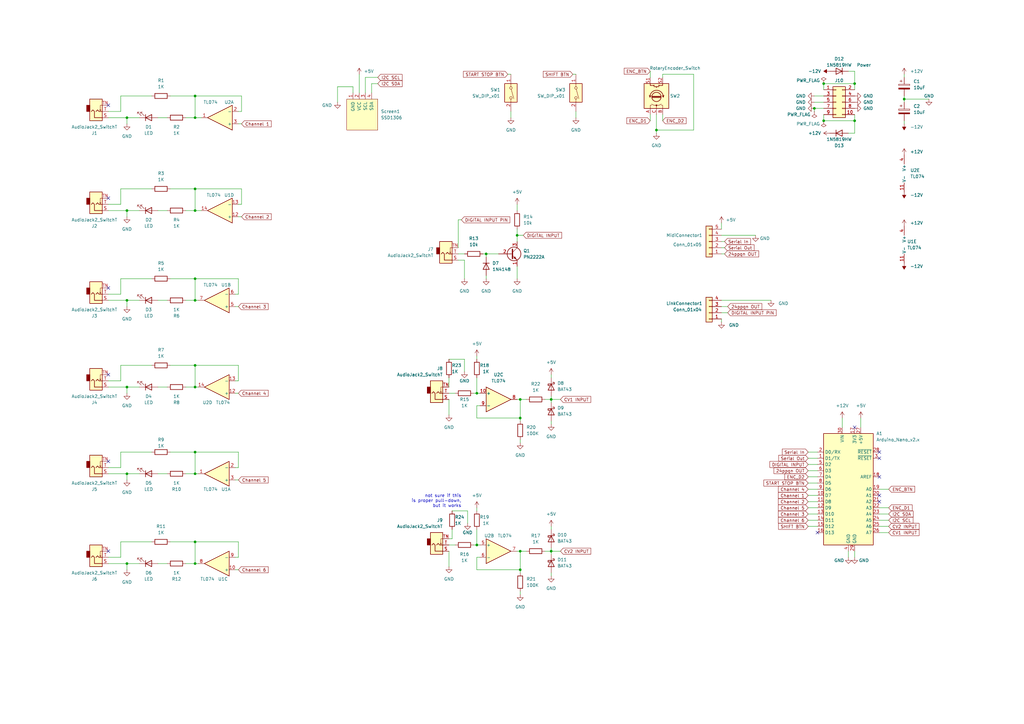
<source format=kicad_sch>
(kicad_sch (version 20211123) (generator eeschema)

  (uuid 939d1fca-3f2c-4183-926a-9b89a029d9a7)

  (paper "A3")

  (title_block
    (title "Gravity")
    (rev "4")
    (company "Sitka Instruments")
  )

  

  (junction (at 80.01 222.25) (diameter 0) (color 0 0 0 0)
    (uuid 01bbb586-ef8d-4ddf-8c80-74340115f8c2)
  )
  (junction (at 212.09 96.52) (diameter 0) (color 0 0 0 0)
    (uuid 0fe7b52a-5ab0-49af-9df5-605727fd9629)
  )
  (junction (at 80.01 231.14) (diameter 0) (color 0 0 0 0)
    (uuid 1aacebef-7166-44ac-ba9d-f4319bb8c2a1)
  )
  (junction (at 80.01 77.47) (diameter 0) (color 0 0 0 0)
    (uuid 1adea9cc-1a6f-43d0-a0c7-f15f9d142402)
  )
  (junction (at 226.06 163.83) (diameter 0) (color 0 0 0 0)
    (uuid 20ecb220-e95f-4871-989a-3aa80d4eef17)
  )
  (junction (at 80.01 149.86) (diameter 0) (color 0 0 0 0)
    (uuid 2d704435-2b61-45b7-b201-2bf6d837c7d3)
  )
  (junction (at 213.36 163.83) (diameter 0) (color 0 0 0 0)
    (uuid 2df7e01f-7c6c-4312-9ff7-ac020e968ee9)
  )
  (junction (at 52.07 48.26) (diameter 0) (color 0 0 0 0)
    (uuid 2f1a07b6-ad76-4a06-853c-dab3ee2850f6)
  )
  (junction (at 199.39 104.14) (diameter 0) (color 0 0 0 0)
    (uuid 3ec454cb-d195-43e0-940e-5dcf3cd11230)
  )
  (junction (at 52.07 194.31) (diameter 0) (color 0 0 0 0)
    (uuid 4c3b6af8-76f0-45ef-8c3f-9df4284c0206)
  )
  (junction (at 213.36 233.68) (diameter 0) (color 0 0 0 0)
    (uuid 4ef302ba-3fb8-473b-9960-3d952a8700dc)
  )
  (junction (at 80.01 158.75) (diameter 0) (color 0 0 0 0)
    (uuid 4fad6dae-d502-4839-af03-741c666aa89e)
  )
  (junction (at 195.58 223.52) (diameter 0) (color 0 0 0 0)
    (uuid 65dfde2f-bec6-446d-be6a-c5bad6fe7084)
  )
  (junction (at 52.07 158.75) (diameter 0) (color 0 0 0 0)
    (uuid 6f8c3b1c-3a38-4d86-9bc2-ad6939358a54)
  )
  (junction (at 80.01 114.3) (diameter 0) (color 0 0 0 0)
    (uuid 7247c85d-9109-4f74-a5f8-073a13ad9b00)
  )
  (junction (at 52.07 231.14) (diameter 0) (color 0 0 0 0)
    (uuid 7831fb5e-123a-46df-a455-7a9508dbe5ab)
  )
  (junction (at 80.01 185.42) (diameter 0) (color 0 0 0 0)
    (uuid 7ce994f6-9837-42f6-8f0e-a33b87846a85)
  )
  (junction (at 334.01 44.45) (diameter 0) (color 0 0 0 0)
    (uuid 80a0f295-48e1-4569-8d26-3102546e0255)
  )
  (junction (at 350.52 34.29) (diameter 0) (color 0 0 0 0)
    (uuid 80b03588-aa23-476a-9d12-a060ede2aafe)
  )
  (junction (at 80.01 86.36) (diameter 0) (color 0 0 0 0)
    (uuid 87e1f6f2-4291-4a56-a6c6-5e0e8fe5a1fb)
  )
  (junction (at 80.01 39.37) (diameter 0) (color 0 0 0 0)
    (uuid 9e2c980a-19bd-4dcd-85f5-d80d62e3f8cf)
  )
  (junction (at 52.07 86.36) (diameter 0) (color 0 0 0 0)
    (uuid a5a39816-f1ee-4ab9-8314-e277f66dbe27)
  )
  (junction (at 80.01 48.26) (diameter 0) (color 0 0 0 0)
    (uuid b23f1ea8-6677-4ea6-a94b-85b8eb53b8d8)
  )
  (junction (at 80.01 123.19) (diameter 0) (color 0 0 0 0)
    (uuid b902f786-0e2c-4183-b096-7f344f5749b2)
  )
  (junction (at 337.82 34.29) (diameter 0) (color 0 0 0 0)
    (uuid b919c27a-f637-48d6-8184-7ceb19a616c3)
  )
  (junction (at 350.52 49.53) (diameter 0) (color 0 0 0 0)
    (uuid bdb4e82f-deca-4494-9511-3af4e2c5e381)
  )
  (junction (at 195.58 161.29) (diameter 0) (color 0 0 0 0)
    (uuid cd01be16-25f8-409f-95b1-b355a2382b57)
  )
  (junction (at 80.01 194.31) (diameter 0) (color 0 0 0 0)
    (uuid d046d289-4c5a-4d32-950f-33f865de2574)
  )
  (junction (at 337.82 49.53) (diameter 0) (color 0 0 0 0)
    (uuid d3b1a6e1-ba88-4969-a859-28bf08cd9cc9)
  )
  (junction (at 213.36 226.06) (diameter 0) (color 0 0 0 0)
    (uuid d56a31ed-ec5a-4724-b044-fd56627a92e8)
  )
  (junction (at 52.07 123.19) (diameter 0) (color 0 0 0 0)
    (uuid dca585e3-e89d-40ba-8154-042e0bc6a9a6)
  )
  (junction (at 370.84 40.64) (diameter 0) (color 0 0 0 0)
    (uuid e8605e95-0637-41f0-a19c-e385856bb70d)
  )
  (junction (at 213.36 171.45) (diameter 0) (color 0 0 0 0)
    (uuid ec6161ff-f736-4426-a4cf-6258043462ab)
  )
  (junction (at 226.06 226.06) (diameter 0) (color 0 0 0 0)
    (uuid f2a0cb2a-8c72-467c-9ca7-c53da25df665)
  )
  (junction (at 269.24 53.34) (diameter 0) (color 0 0 0 0)
    (uuid fd1e9dbf-7bbb-42f0-a50d-c2c89c626c2d)
  )

  (no_connect (at 44.45 153.67) (uuid 0d5627fb-5697-4efc-a260-d96ecb9f93c3))
  (no_connect (at 360.68 185.42) (uuid 27dea4c6-c043-451d-b6c6-fc3d416a6f51))
  (no_connect (at 44.45 226.06) (uuid 3b8ad362-c359-4165-91ec-aadffcf3d978))
  (no_connect (at 360.68 187.96) (uuid 4dea39fc-bb12-4db7-8438-3469730bc7e8))
  (no_connect (at 335.28 218.44) (uuid 5be04ac6-43c5-4261-953a-dd12f2531b6f))
  (no_connect (at 360.68 195.58) (uuid 609e719e-33ca-4634-b65e-d90f2c75c119))
  (no_connect (at 44.45 189.23) (uuid 7a2da178-df57-453c-8a4a-28fcdc2f3c50))
  (no_connect (at 44.45 118.11) (uuid 8484e074-dbbf-4a1a-831d-0024b24e16ee))
  (no_connect (at 360.68 205.74) (uuid 89eab1dc-771e-440a-a558-42d123c04925))
  (no_connect (at 44.45 81.28) (uuid 8c00c48a-3885-4e94-a56e-75fdd48c8ac2))
  (no_connect (at 350.52 175.26) (uuid bab23eb2-2de9-4101-8518-b1550e4ed0ff))
  (no_connect (at 360.68 203.2) (uuid bc5d432a-9a40-4a38-8a20-d7136d6a72cd))
  (no_connect (at 44.45 43.18) (uuid caea21cf-ff3a-459d-ae29-45e99bc93b79))

  (wire (pts (xy 284.48 30.48) (xy 284.48 53.34))
    (stroke (width 0) (type default) (color 0 0 0 0))
    (uuid 00888669-526f-4afc-bbd6-43e3940c23c9)
  )
  (wire (pts (xy 149.86 31.75) (xy 149.86 38.1))
    (stroke (width 0) (type default) (color 0 0 0 0))
    (uuid 02f7a7c9-330b-4799-8e3c-3005ca5a2490)
  )
  (wire (pts (xy 331.47 187.96) (xy 335.28 187.96))
    (stroke (width 0) (type default) (color 0 0 0 0))
    (uuid 04548b77-d823-4c1b-9c27-c6ce43c98aa3)
  )
  (wire (pts (xy 331.47 198.12) (xy 335.28 198.12))
    (stroke (width 0) (type default) (color 0 0 0 0))
    (uuid 05b9f1d0-5ff4-4d57-8802-0d2c4eb21316)
  )
  (wire (pts (xy 198.12 104.14) (xy 199.39 104.14))
    (stroke (width 0) (type default) (color 0 0 0 0))
    (uuid 068165ec-6c11-4c02-8e0b-ccfe566a7650)
  )
  (wire (pts (xy 96.52 196.85) (xy 97.79 196.85))
    (stroke (width 0) (type default) (color 0 0 0 0))
    (uuid 0875d199-3a61-4f17-843a-f75a66a4050e)
  )
  (wire (pts (xy 49.53 83.82) (xy 49.53 77.47))
    (stroke (width 0) (type default) (color 0 0 0 0))
    (uuid 0a2211b4-91f5-4459-8d97-5e8e188af34c)
  )
  (wire (pts (xy 295.91 96.52) (xy 309.88 96.52))
    (stroke (width 0) (type default) (color 0 0 0 0))
    (uuid 0b35a84f-4365-46f0-acbe-9e74b72183f4)
  )
  (wire (pts (xy 226.06 153.67) (xy 226.06 154.94))
    (stroke (width 0) (type default) (color 0 0 0 0))
    (uuid 0b45849a-34c3-4799-bb24-89e0ee4d5d11)
  )
  (wire (pts (xy 212.09 163.83) (xy 213.36 163.83))
    (stroke (width 0) (type default) (color 0 0 0 0))
    (uuid 0cd5af5c-78df-4bca-b70f-bd8e8f13e667)
  )
  (wire (pts (xy 331.47 185.42) (xy 335.28 185.42))
    (stroke (width 0) (type default) (color 0 0 0 0))
    (uuid 0e1ac309-c3ad-4ab1-a03b-2dd118f6d87a)
  )
  (wire (pts (xy 212.09 96.52) (xy 212.09 99.06))
    (stroke (width 0) (type default) (color 0 0 0 0))
    (uuid 0e6c4c43-1c36-439e-a778-2631ebda15e9)
  )
  (wire (pts (xy 64.77 194.31) (xy 68.58 194.31))
    (stroke (width 0) (type default) (color 0 0 0 0))
    (uuid 0ea24428-0de9-41d4-b673-d16d645ec740)
  )
  (wire (pts (xy 185.42 217.17) (xy 185.42 220.98))
    (stroke (width 0) (type default) (color 0 0 0 0))
    (uuid 0f9b2d4c-7ebb-4d08-9e09-9e4d01860e9b)
  )
  (wire (pts (xy 187.96 104.14) (xy 190.5 104.14))
    (stroke (width 0) (type default) (color 0 0 0 0))
    (uuid 0fde4400-cc90-4e37-aff0-a829c3566030)
  )
  (wire (pts (xy 370.84 39.37) (xy 370.84 40.64))
    (stroke (width 0) (type default) (color 0 0 0 0))
    (uuid 10048850-4277-4da4-9149-45e2a0417c49)
  )
  (wire (pts (xy 226.06 226.06) (xy 226.06 227.33))
    (stroke (width 0) (type default) (color 0 0 0 0))
    (uuid 10722ce5-f8a5-4eca-b191-f5ea1254bb30)
  )
  (wire (pts (xy 271.78 30.48) (xy 284.48 30.48))
    (stroke (width 0) (type default) (color 0 0 0 0))
    (uuid 12553f91-cba2-4ab1-b10c-9a2c101efbcb)
  )
  (wire (pts (xy 44.45 48.26) (xy 52.07 48.26))
    (stroke (width 0) (type default) (color 0 0 0 0))
    (uuid 1696b3ef-3157-4d71-9b48-209593675872)
  )
  (wire (pts (xy 52.07 48.26) (xy 57.15 48.26))
    (stroke (width 0) (type default) (color 0 0 0 0))
    (uuid 18993a8a-ca5d-407f-848b-defb203a9189)
  )
  (wire (pts (xy 212.09 109.22) (xy 212.09 114.3))
    (stroke (width 0) (type default) (color 0 0 0 0))
    (uuid 18ae432e-29c1-4f82-b5de-08351e122d6b)
  )
  (wire (pts (xy 44.45 123.19) (xy 52.07 123.19))
    (stroke (width 0) (type default) (color 0 0 0 0))
    (uuid 1ab20642-1f70-4b02-85c3-d07b70dfa09f)
  )
  (wire (pts (xy 215.9 226.06) (xy 213.36 226.06))
    (stroke (width 0) (type default) (color 0 0 0 0))
    (uuid 1b09d72d-a60a-404a-8eff-af5928779ca3)
  )
  (wire (pts (xy 350.52 54.61) (xy 350.52 49.53))
    (stroke (width 0) (type default) (color 0 0 0 0))
    (uuid 1f9896e6-b5ae-4280-b574-867cc1543442)
  )
  (wire (pts (xy 195.58 166.37) (xy 196.85 166.37))
    (stroke (width 0) (type default) (color 0 0 0 0))
    (uuid 218936c9-fd88-46f3-812f-021cc4e7e95d)
  )
  (wire (pts (xy 97.79 156.21) (xy 97.79 149.86))
    (stroke (width 0) (type default) (color 0 0 0 0))
    (uuid 22b67607-fd33-40bf-9953-aaeb2cc3bff3)
  )
  (wire (pts (xy 80.01 77.47) (xy 80.01 86.36))
    (stroke (width 0) (type default) (color 0 0 0 0))
    (uuid 22ec07c6-1814-4bcc-81fe-8b2a319721d4)
  )
  (wire (pts (xy 184.15 163.83) (xy 184.15 170.18))
    (stroke (width 0) (type default) (color 0 0 0 0))
    (uuid 232f38ec-21ea-4a47-91ea-c85a04889396)
  )
  (wire (pts (xy 266.7 31.75) (xy 266.7 29.21))
    (stroke (width 0) (type default) (color 0 0 0 0))
    (uuid 23cdf0c9-4c44-4333-ad84-40cf9337ba38)
  )
  (wire (pts (xy 331.47 193.04) (xy 335.28 193.04))
    (stroke (width 0) (type default) (color 0 0 0 0))
    (uuid 23dac4f0-812d-4677-88fa-5bdcd3979384)
  )
  (wire (pts (xy 49.53 191.77) (xy 49.53 185.42))
    (stroke (width 0) (type default) (color 0 0 0 0))
    (uuid 2450b13d-1b2c-42e2-9f3c-022c8d283799)
  )
  (wire (pts (xy 144.78 35.56) (xy 144.78 38.1))
    (stroke (width 0) (type default) (color 0 0 0 0))
    (uuid 24898c03-0432-4355-9022-1dd4a494db3b)
  )
  (wire (pts (xy 49.53 228.6) (xy 49.53 222.25))
    (stroke (width 0) (type default) (color 0 0 0 0))
    (uuid 24a77f75-c600-45cb-bf5f-afea87ea647c)
  )
  (wire (pts (xy 187.96 101.6) (xy 187.96 90.17))
    (stroke (width 0) (type default) (color 0 0 0 0))
    (uuid 26033f5d-c203-46a8-8cbf-60ae85a27a09)
  )
  (wire (pts (xy 154.94 31.75) (xy 149.86 31.75))
    (stroke (width 0) (type default) (color 0 0 0 0))
    (uuid 2687bf03-ffc2-4d48-aa6f-1aef93caa657)
  )
  (wire (pts (xy 226.06 163.83) (xy 226.06 165.1))
    (stroke (width 0) (type default) (color 0 0 0 0))
    (uuid 2708cad2-c1d4-431c-a491-069abb353cb1)
  )
  (wire (pts (xy 64.77 158.75) (xy 68.58 158.75))
    (stroke (width 0) (type default) (color 0 0 0 0))
    (uuid 275de223-e55c-4595-954a-6b567572e319)
  )
  (wire (pts (xy 49.53 222.25) (xy 62.23 222.25))
    (stroke (width 0) (type default) (color 0 0 0 0))
    (uuid 282549b8-debb-4192-8eb7-5e1fc199c3b2)
  )
  (wire (pts (xy 266.7 49.53) (xy 266.7 46.99))
    (stroke (width 0) (type default) (color 0 0 0 0))
    (uuid 292448f2-9878-48b7-bdaa-bba1bdc524e1)
  )
  (wire (pts (xy 213.36 172.72) (xy 213.36 171.45))
    (stroke (width 0) (type default) (color 0 0 0 0))
    (uuid 29f12c71-1e39-46c9-8468-57b050e8c4e3)
  )
  (wire (pts (xy 370.84 40.64) (xy 370.84 41.91))
    (stroke (width 0) (type default) (color 0 0 0 0))
    (uuid 2bf77205-7bd4-4b19-92a5-403df8997ca4)
  )
  (wire (pts (xy 52.07 86.36) (xy 52.07 88.9))
    (stroke (width 0) (type default) (color 0 0 0 0))
    (uuid 2d2c567f-990e-43de-a45e-07dcf3d574df)
  )
  (wire (pts (xy 96.52 161.29) (xy 97.79 161.29))
    (stroke (width 0) (type default) (color 0 0 0 0))
    (uuid 303bccf3-2d61-4c16-987a-64577855d3bb)
  )
  (wire (pts (xy 49.53 45.72) (xy 49.53 39.37))
    (stroke (width 0) (type default) (color 0 0 0 0))
    (uuid 325ad235-d39c-4894-9060-669ec65da8cf)
  )
  (wire (pts (xy 212.09 83.82) (xy 212.09 86.36))
    (stroke (width 0) (type default) (color 0 0 0 0))
    (uuid 335e260c-544e-4446-b9b4-df9e8330f67c)
  )
  (wire (pts (xy 353.06 171.45) (xy 353.06 175.26))
    (stroke (width 0) (type default) (color 0 0 0 0))
    (uuid 335feb20-1fb8-4c80-a47e-65aa81fbef83)
  )
  (wire (pts (xy 331.47 210.82) (xy 335.28 210.82))
    (stroke (width 0) (type default) (color 0 0 0 0))
    (uuid 33a36406-7342-4e89-9638-dd13fc9c9e59)
  )
  (wire (pts (xy 80.01 185.42) (xy 97.79 185.42))
    (stroke (width 0) (type default) (color 0 0 0 0))
    (uuid 33d6f89f-8648-43ab-8211-808a5c2a1de9)
  )
  (wire (pts (xy 44.45 191.77) (xy 49.53 191.77))
    (stroke (width 0) (type default) (color 0 0 0 0))
    (uuid 349d1b17-3ca5-4310-8603-bfcac15d9779)
  )
  (wire (pts (xy 44.45 231.14) (xy 52.07 231.14))
    (stroke (width 0) (type default) (color 0 0 0 0))
    (uuid 35a4bcdd-c017-440b-9dad-75ec8aa47970)
  )
  (wire (pts (xy 295.91 123.19) (xy 316.23 123.19))
    (stroke (width 0) (type default) (color 0 0 0 0))
    (uuid 364747eb-5593-475f-b7b7-b83fb3965ea6)
  )
  (wire (pts (xy 69.85 39.37) (xy 80.01 39.37))
    (stroke (width 0) (type default) (color 0 0 0 0))
    (uuid 379f1c28-4a76-4353-90b3-8c03b9cc7732)
  )
  (wire (pts (xy 209.55 30.48) (xy 208.28 30.48))
    (stroke (width 0) (type default) (color 0 0 0 0))
    (uuid 38f018c4-6a5e-41fd-be32-9f1782112fb1)
  )
  (wire (pts (xy 184.15 161.29) (xy 186.69 161.29))
    (stroke (width 0) (type default) (color 0 0 0 0))
    (uuid 3b6a8b02-3ae7-4eaa-b590-43c6b96299ee)
  )
  (wire (pts (xy 64.77 48.26) (xy 68.58 48.26))
    (stroke (width 0) (type default) (color 0 0 0 0))
    (uuid 3d377ce1-a2c5-4d14-9f02-94478caf1282)
  )
  (wire (pts (xy 97.79 45.72) (xy 99.06 45.72))
    (stroke (width 0) (type default) (color 0 0 0 0))
    (uuid 3e571a02-03e0-4598-a609-e9c7e7a95ec4)
  )
  (wire (pts (xy 213.36 226.06) (xy 213.36 233.68))
    (stroke (width 0) (type default) (color 0 0 0 0))
    (uuid 41592a34-b5e0-498e-b3d9-5e683e74e400)
  )
  (wire (pts (xy 226.06 163.83) (xy 229.87 163.83))
    (stroke (width 0) (type default) (color 0 0 0 0))
    (uuid 415f6a2a-0819-4a32-a17d-06a0e8a58036)
  )
  (wire (pts (xy 80.01 86.36) (xy 82.55 86.36))
    (stroke (width 0) (type default) (color 0 0 0 0))
    (uuid 418e2033-9beb-4dc9-852d-fdebff37f6e4)
  )
  (wire (pts (xy 370.84 30.48) (xy 370.84 31.75))
    (stroke (width 0) (type default) (color 0 0 0 0))
    (uuid 4311a415-97b2-43f6-a81d-718e51e1b859)
  )
  (wire (pts (xy 191.77 209.55) (xy 191.77 214.63))
    (stroke (width 0) (type default) (color 0 0 0 0))
    (uuid 4387f603-b8cb-49f8-9cf0-e883ca84f431)
  )
  (wire (pts (xy 184.15 147.32) (xy 190.5 147.32))
    (stroke (width 0) (type default) (color 0 0 0 0))
    (uuid 442c3d44-985a-41cf-a427-d1e2cd1a65ee)
  )
  (wire (pts (xy 195.58 233.68) (xy 213.36 233.68))
    (stroke (width 0) (type default) (color 0 0 0 0))
    (uuid 44fdae99-fabc-42c3-b71e-03120ee479ee)
  )
  (wire (pts (xy 226.06 172.72) (xy 226.06 173.99))
    (stroke (width 0) (type default) (color 0 0 0 0))
    (uuid 459710f6-4d7d-40be-9b04-5e9a368b8c00)
  )
  (wire (pts (xy 271.78 31.75) (xy 271.78 30.48))
    (stroke (width 0) (type default) (color 0 0 0 0))
    (uuid 46b304df-4180-4984-9e5d-83e10dcadff4)
  )
  (wire (pts (xy 195.58 161.29) (xy 196.85 161.29))
    (stroke (width 0) (type default) (color 0 0 0 0))
    (uuid 474a3f9d-2b64-4966-9c5e-ee995dbcc11f)
  )
  (wire (pts (xy 96.52 233.68) (xy 97.79 233.68))
    (stroke (width 0) (type default) (color 0 0 0 0))
    (uuid 4754b732-0a33-494b-90b0-fee8412301df)
  )
  (wire (pts (xy 96.52 125.73) (xy 97.79 125.73))
    (stroke (width 0) (type default) (color 0 0 0 0))
    (uuid 47a4e244-780e-48eb-b41d-1640d66c0fcd)
  )
  (wire (pts (xy 194.31 161.29) (xy 195.58 161.29))
    (stroke (width 0) (type default) (color 0 0 0 0))
    (uuid 47ac72d4-bd27-4447-b979-99a8986e623d)
  )
  (wire (pts (xy 226.06 224.79) (xy 226.06 226.06))
    (stroke (width 0) (type default) (color 0 0 0 0))
    (uuid 47e72c91-7c9f-4a84-84d0-c6e4a5768ed8)
  )
  (wire (pts (xy 236.22 48.26) (xy 236.22 45.72))
    (stroke (width 0) (type default) (color 0 0 0 0))
    (uuid 4818a8d1-75bc-44f4-b9ed-2be325375416)
  )
  (wire (pts (xy 215.9 163.83) (xy 213.36 163.83))
    (stroke (width 0) (type default) (color 0 0 0 0))
    (uuid 49cde530-ddc1-4f14-9b13-8d9a2ca10c3a)
  )
  (wire (pts (xy 195.58 228.6) (xy 195.58 233.68))
    (stroke (width 0) (type default) (color 0 0 0 0))
    (uuid 4b70d7be-d0b4-4935-b09f-3578133ba481)
  )
  (wire (pts (xy 52.07 86.36) (xy 57.15 86.36))
    (stroke (width 0) (type default) (color 0 0 0 0))
    (uuid 4c0b437f-8a01-477d-a6f9-7ec7ce2dc466)
  )
  (wire (pts (xy 49.53 114.3) (xy 62.23 114.3))
    (stroke (width 0) (type default) (color 0 0 0 0))
    (uuid 4d557d7f-7719-4f80-94ac-5531db91c5c7)
  )
  (wire (pts (xy 350.52 226.06) (xy 350.52 228.6))
    (stroke (width 0) (type default) (color 0 0 0 0))
    (uuid 4d5adbc3-357f-4a75-9468-e5a15ab291e3)
  )
  (wire (pts (xy 97.79 120.65) (xy 97.79 114.3))
    (stroke (width 0) (type default) (color 0 0 0 0))
    (uuid 4e0a158e-f62e-4ad0-b943-3eaefad92067)
  )
  (wire (pts (xy 64.77 86.36) (xy 68.58 86.36))
    (stroke (width 0) (type default) (color 0 0 0 0))
    (uuid 50855149-12eb-4a2e-a48d-3bc78970e17d)
  )
  (wire (pts (xy 96.52 120.65) (xy 97.79 120.65))
    (stroke (width 0) (type default) (color 0 0 0 0))
    (uuid 54f4dac5-21cb-4ccc-b34e-bca1afba31d2)
  )
  (wire (pts (xy 97.79 114.3) (xy 80.01 114.3))
    (stroke (width 0) (type default) (color 0 0 0 0))
    (uuid 55051037-8b31-44b9-8e01-8ae5d0b6424d)
  )
  (wire (pts (xy 44.45 83.82) (xy 49.53 83.82))
    (stroke (width 0) (type default) (color 0 0 0 0))
    (uuid 559ecdd5-7157-4b6e-8365-c80a48a2639c)
  )
  (wire (pts (xy 44.45 120.65) (xy 49.53 120.65))
    (stroke (width 0) (type default) (color 0 0 0 0))
    (uuid 55c0478d-8080-4c1d-8604-65a2d25999fa)
  )
  (wire (pts (xy 226.06 215.9) (xy 226.06 217.17))
    (stroke (width 0) (type default) (color 0 0 0 0))
    (uuid 55f39ab8-c72e-42c1-a690-a397d34d1bc8)
  )
  (wire (pts (xy 147.32 30.48) (xy 147.32 38.1))
    (stroke (width 0) (type default) (color 0 0 0 0))
    (uuid 578b6235-424f-4ef7-a13a-2eb828fdff70)
  )
  (wire (pts (xy 331.47 205.74) (xy 335.28 205.74))
    (stroke (width 0) (type default) (color 0 0 0 0))
    (uuid 5a722d22-4ecd-49dd-bcb0-518e553ae30d)
  )
  (wire (pts (xy 350.52 29.21) (xy 350.52 34.29))
    (stroke (width 0) (type default) (color 0 0 0 0))
    (uuid 5c09703f-6c76-495d-9a58-e2ebc9242342)
  )
  (wire (pts (xy 49.53 149.86) (xy 62.23 149.86))
    (stroke (width 0) (type default) (color 0 0 0 0))
    (uuid 5c400b46-2fcf-4458-9699-ae37dd26bccb)
  )
  (wire (pts (xy 80.01 149.86) (xy 80.01 158.75))
    (stroke (width 0) (type default) (color 0 0 0 0))
    (uuid 5cd6e5fe-4b18-46d6-a3d1-e3ffde24589e)
  )
  (wire (pts (xy 350.52 46.99) (xy 350.52 49.53))
    (stroke (width 0) (type default) (color 0 0 0 0))
    (uuid 5d5ced92-faf8-444e-981f-4e4ff49b98e7)
  )
  (wire (pts (xy 52.07 48.26) (xy 52.07 50.8))
    (stroke (width 0) (type default) (color 0 0 0 0))
    (uuid 5d93f799-90b6-4c25-98c8-cc4dbc3b1bc0)
  )
  (wire (pts (xy 99.06 83.82) (xy 99.06 77.47))
    (stroke (width 0) (type default) (color 0 0 0 0))
    (uuid 5ec7b1d8-8446-4919-a38c-76210caa1873)
  )
  (wire (pts (xy 226.06 234.95) (xy 226.06 236.22))
    (stroke (width 0) (type default) (color 0 0 0 0))
    (uuid 5f035f85-8c2e-4853-b183-6abac5e2be10)
  )
  (wire (pts (xy 298.45 125.73) (xy 295.91 125.73))
    (stroke (width 0) (type default) (color 0 0 0 0))
    (uuid 6046e892-0ebb-40bb-b5b7-44ac8604d4a2)
  )
  (wire (pts (xy 190.5 147.32) (xy 190.5 152.4))
    (stroke (width 0) (type default) (color 0 0 0 0))
    (uuid 61b30485-195b-4bad-8840-2b6a72961f80)
  )
  (wire (pts (xy 199.39 113.03) (xy 199.39 114.3))
    (stroke (width 0) (type default) (color 0 0 0 0))
    (uuid 629a7aa1-4019-458a-8b5d-0abf66ce0257)
  )
  (wire (pts (xy 44.45 194.31) (xy 52.07 194.31))
    (stroke (width 0) (type default) (color 0 0 0 0))
    (uuid 65958d22-4303-48dd-9fde-306753b42789)
  )
  (wire (pts (xy 52.07 158.75) (xy 52.07 161.29))
    (stroke (width 0) (type default) (color 0 0 0 0))
    (uuid 662ccf0e-d1d5-4050-8293-3daf044ab08c)
  )
  (wire (pts (xy 295.91 101.6) (xy 297.18 101.6))
    (stroke (width 0) (type default) (color 0 0 0 0))
    (uuid 662d7171-9f08-4d00-88ad-4538b833c958)
  )
  (wire (pts (xy 334.01 44.45) (xy 337.82 44.45))
    (stroke (width 0) (type default) (color 0 0 0 0))
    (uuid 686830dd-5bd4-421c-97b1-cd04ec112e6f)
  )
  (wire (pts (xy 213.36 181.61) (xy 213.36 180.34))
    (stroke (width 0) (type default) (color 0 0 0 0))
    (uuid 69069406-1963-4170-8560-8104e7e045d7)
  )
  (wire (pts (xy 195.58 154.94) (xy 195.58 161.29))
    (stroke (width 0) (type default) (color 0 0 0 0))
    (uuid 6da6842f-2388-4f5f-9ee2-76bb34632c1b)
  )
  (wire (pts (xy 80.01 39.37) (xy 99.06 39.37))
    (stroke (width 0) (type default) (color 0 0 0 0))
    (uuid 6ef03535-d0d2-4117-ba8a-13b15d291146)
  )
  (wire (pts (xy 52.07 231.14) (xy 57.15 231.14))
    (stroke (width 0) (type default) (color 0 0 0 0))
    (uuid 72a11c15-bc2e-4e4e-b064-0530d656a4f2)
  )
  (wire (pts (xy 152.4 34.29) (xy 152.4 38.1))
    (stroke (width 0) (type default) (color 0 0 0 0))
    (uuid 72d28e7a-0912-41d1-8bf0-5186c787f495)
  )
  (wire (pts (xy 44.45 156.21) (xy 49.53 156.21))
    (stroke (width 0) (type default) (color 0 0 0 0))
    (uuid 7454f9be-a252-4e64-8cb6-659f28a46b4e)
  )
  (wire (pts (xy 223.52 226.06) (xy 226.06 226.06))
    (stroke (width 0) (type default) (color 0 0 0 0))
    (uuid 746457c5-4533-496b-b839-879422eb2f82)
  )
  (wire (pts (xy 298.45 128.27) (xy 295.91 128.27))
    (stroke (width 0) (type default) (color 0 0 0 0))
    (uuid 747429ad-a079-4ab8-b09c-691c80d1e082)
  )
  (wire (pts (xy 96.52 191.77) (xy 97.79 191.77))
    (stroke (width 0) (type default) (color 0 0 0 0))
    (uuid 774fcb45-a172-4233-8e81-6712f4651e80)
  )
  (wire (pts (xy 187.96 90.17) (xy 189.23 90.17))
    (stroke (width 0) (type default) (color 0 0 0 0))
    (uuid 77c4f8a3-f358-4bf0-adca-923c93eec873)
  )
  (wire (pts (xy 331.47 195.58) (xy 335.28 195.58))
    (stroke (width 0) (type default) (color 0 0 0 0))
    (uuid 78087d34-36cd-40f9-8df6-88f39a8e923c)
  )
  (wire (pts (xy 97.79 228.6) (xy 97.79 222.25))
    (stroke (width 0) (type default) (color 0 0 0 0))
    (uuid 78e786de-043d-4f36-a95b-827ecfd3a860)
  )
  (wire (pts (xy 190.5 106.68) (xy 190.5 114.3))
    (stroke (width 0) (type default) (color 0 0 0 0))
    (uuid 7bd72df4-68a1-4663-8001-035714ea1d46)
  )
  (wire (pts (xy 195.58 166.37) (xy 195.58 171.45))
    (stroke (width 0) (type default) (color 0 0 0 0))
    (uuid 7d009995-14e6-4e3a-a6bf-75ca9be73436)
  )
  (wire (pts (xy 360.68 208.28) (xy 364.49 208.28))
    (stroke (width 0) (type default) (color 0 0 0 0))
    (uuid 7dd53853-47b4-4ad4-b60a-12406caceae9)
  )
  (wire (pts (xy 97.79 83.82) (xy 99.06 83.82))
    (stroke (width 0) (type default) (color 0 0 0 0))
    (uuid 7eb86270-8e46-4c86-aca0-01cd356252d4)
  )
  (wire (pts (xy 44.45 45.72) (xy 49.53 45.72))
    (stroke (width 0) (type default) (color 0 0 0 0))
    (uuid 7f1a47e9-e606-4559-b3a6-98d8056eafbb)
  )
  (wire (pts (xy 80.01 77.47) (xy 99.06 77.47))
    (stroke (width 0) (type default) (color 0 0 0 0))
    (uuid 8087cf9e-a59e-49ee-959e-1547ad310f68)
  )
  (wire (pts (xy 269.24 46.99) (xy 269.24 53.34))
    (stroke (width 0) (type default) (color 0 0 0 0))
    (uuid 8209c98c-ad4a-4de7-8d4d-31929f244f93)
  )
  (wire (pts (xy 184.15 154.94) (xy 184.15 158.75))
    (stroke (width 0) (type default) (color 0 0 0 0))
    (uuid 82f14908-4c3c-4b1e-a311-74c33cecc46b)
  )
  (wire (pts (xy 138.43 41.91) (xy 138.43 35.56))
    (stroke (width 0) (type default) (color 0 0 0 0))
    (uuid 84628db2-78f4-455d-935c-669b74635348)
  )
  (wire (pts (xy 80.01 158.75) (xy 76.2 158.75))
    (stroke (width 0) (type default) (color 0 0 0 0))
    (uuid 84cd1643-db67-46fc-bdb3-0f8472565395)
  )
  (wire (pts (xy 295.91 99.06) (xy 297.18 99.06))
    (stroke (width 0) (type default) (color 0 0 0 0))
    (uuid 84cda9bd-a619-4821-8e1d-9c59f47819f2)
  )
  (wire (pts (xy 331.47 200.66) (xy 335.28 200.66))
    (stroke (width 0) (type default) (color 0 0 0 0))
    (uuid 8676e459-7c2d-4c62-b756-5dbad9971ef4)
  )
  (wire (pts (xy 96.52 228.6) (xy 97.79 228.6))
    (stroke (width 0) (type default) (color 0 0 0 0))
    (uuid 895a16fe-6a85-40c1-a068-c6c5069be327)
  )
  (wire (pts (xy 212.09 96.52) (xy 214.63 96.52))
    (stroke (width 0) (type default) (color 0 0 0 0))
    (uuid 8a527247-4e86-49ac-96b2-0b9ba94da524)
  )
  (wire (pts (xy 76.2 86.36) (xy 80.01 86.36))
    (stroke (width 0) (type default) (color 0 0 0 0))
    (uuid 8bd5fd7f-cf6e-425c-b9d6-3c826368fb4d)
  )
  (wire (pts (xy 213.36 163.83) (xy 213.36 171.45))
    (stroke (width 0) (type default) (color 0 0 0 0))
    (uuid 8db87abd-78a8-4707-b998-35d91c31dc52)
  )
  (wire (pts (xy 184.15 220.98) (xy 185.42 220.98))
    (stroke (width 0) (type default) (color 0 0 0 0))
    (uuid 91d35dc0-b91a-4231-a2a4-e58d0e7f4232)
  )
  (wire (pts (xy 96.52 156.21) (xy 97.79 156.21))
    (stroke (width 0) (type default) (color 0 0 0 0))
    (uuid 92ae353c-97f4-4c4d-9398-e91db030f4a8)
  )
  (wire (pts (xy 195.58 146.05) (xy 195.58 147.32))
    (stroke (width 0) (type default) (color 0 0 0 0))
    (uuid 92dcd119-522b-416d-afb9-fe804b794444)
  )
  (wire (pts (xy 52.07 194.31) (xy 52.07 196.85))
    (stroke (width 0) (type default) (color 0 0 0 0))
    (uuid 9411389b-89e4-4fd9-b197-1fd897880c74)
  )
  (wire (pts (xy 199.39 104.14) (xy 199.39 105.41))
    (stroke (width 0) (type default) (color 0 0 0 0))
    (uuid 97d4dc22-cea2-4f31-ab47-48954521c9ea)
  )
  (wire (pts (xy 209.55 48.26) (xy 209.55 45.72))
    (stroke (width 0) (type default) (color 0 0 0 0))
    (uuid 982c0a71-fbd6-4ace-8adb-04279f3ab267)
  )
  (wire (pts (xy 360.68 213.36) (xy 364.49 213.36))
    (stroke (width 0) (type default) (color 0 0 0 0))
    (uuid 998fda77-4469-4506-86ca-bb382e8ee04b)
  )
  (wire (pts (xy 52.07 194.31) (xy 57.15 194.31))
    (stroke (width 0) (type default) (color 0 0 0 0))
    (uuid 9b42f2d5-ac7c-41cd-8133-c33ded91e5a9)
  )
  (wire (pts (xy 80.01 149.86) (xy 97.79 149.86))
    (stroke (width 0) (type default) (color 0 0 0 0))
    (uuid 9e5805ba-ef35-49a1-8625-91fc1a2d8c02)
  )
  (wire (pts (xy 195.58 208.28) (xy 195.58 209.55))
    (stroke (width 0) (type default) (color 0 0 0 0))
    (uuid 9ec202d2-54e7-4767-8d5f-5508e7b44543)
  )
  (wire (pts (xy 331.47 208.28) (xy 335.28 208.28))
    (stroke (width 0) (type default) (color 0 0 0 0))
    (uuid a11b243c-b8ac-4b51-920a-c19dc41aec03)
  )
  (wire (pts (xy 337.82 36.83) (xy 337.82 34.29))
    (stroke (width 0) (type default) (color 0 0 0 0))
    (uuid a32d7af7-caa5-4fcd-b940-60312a23b93a)
  )
  (wire (pts (xy 80.01 123.19) (xy 81.28 123.19))
    (stroke (width 0) (type default) (color 0 0 0 0))
    (uuid a384fadc-a10d-479f-94d2-2a5b2d1d7039)
  )
  (wire (pts (xy 347.98 54.61) (xy 350.52 54.61))
    (stroke (width 0) (type default) (color 0 0 0 0))
    (uuid a3ae5fe0-aa32-4413-85be-83d64b712b8c)
  )
  (wire (pts (xy 187.96 106.68) (xy 190.5 106.68))
    (stroke (width 0) (type default) (color 0 0 0 0))
    (uuid a419472a-c519-42af-a7a7-8d55731ad33e)
  )
  (wire (pts (xy 331.47 190.5) (xy 335.28 190.5))
    (stroke (width 0) (type default) (color 0 0 0 0))
    (uuid a437b42a-de25-44ea-bd82-78ea4050bd94)
  )
  (wire (pts (xy 236.22 30.48) (xy 234.95 30.48))
    (stroke (width 0) (type default) (color 0 0 0 0))
    (uuid a49154d7-98cd-42dc-b035-8363e6ed42ef)
  )
  (wire (pts (xy 271.78 49.53) (xy 271.78 46.99))
    (stroke (width 0) (type default) (color 0 0 0 0))
    (uuid a4f3d41a-af65-423d-b75c-3a4dfb401018)
  )
  (wire (pts (xy 80.01 222.25) (xy 97.79 222.25))
    (stroke (width 0) (type default) (color 0 0 0 0))
    (uuid a570fd45-915c-413d-8511-67112ddbfb1b)
  )
  (wire (pts (xy 49.53 39.37) (xy 62.23 39.37))
    (stroke (width 0) (type default) (color 0 0 0 0))
    (uuid a60d0abd-cac5-40ce-8146-e36e1abaeddf)
  )
  (wire (pts (xy 184.15 223.52) (xy 186.69 223.52))
    (stroke (width 0) (type default) (color 0 0 0 0))
    (uuid a6821adb-6787-40f0-882c-45474cd6d035)
  )
  (wire (pts (xy 49.53 156.21) (xy 49.53 149.86))
    (stroke (width 0) (type default) (color 0 0 0 0))
    (uuid a6f31cf3-8dc0-4e1e-a3a6-c76df8c6e2cb)
  )
  (wire (pts (xy 44.45 86.36) (xy 52.07 86.36))
    (stroke (width 0) (type default) (color 0 0 0 0))
    (uuid a80042cf-f0d4-4045-bfe4-04f7525272ec)
  )
  (wire (pts (xy 80.01 194.31) (xy 76.2 194.31))
    (stroke (width 0) (type default) (color 0 0 0 0))
    (uuid a8514681-196b-44d0-b279-cbd6f9496f12)
  )
  (wire (pts (xy 269.24 54.61) (xy 269.24 53.34))
    (stroke (width 0) (type default) (color 0 0 0 0))
    (uuid a88aa39c-ab01-48f4-b52c-72379da3c07b)
  )
  (wire (pts (xy 64.77 123.19) (xy 68.58 123.19))
    (stroke (width 0) (type default) (color 0 0 0 0))
    (uuid ab21b72a-c65b-436b-a024-420f0e1bd5fb)
  )
  (wire (pts (xy 269.24 53.34) (xy 284.48 53.34))
    (stroke (width 0) (type default) (color 0 0 0 0))
    (uuid ab393c6b-5fda-4897-ae5b-77fc0d49af67)
  )
  (wire (pts (xy 52.07 123.19) (xy 57.15 123.19))
    (stroke (width 0) (type default) (color 0 0 0 0))
    (uuid ac927798-764a-470d-8e32-ab188c3be9d9)
  )
  (wire (pts (xy 199.39 104.14) (xy 204.47 104.14))
    (stroke (width 0) (type default) (color 0 0 0 0))
    (uuid acb04d4a-6e28-4197-b96d-cca961b9a352)
  )
  (wire (pts (xy 337.82 46.99) (xy 337.82 49.53))
    (stroke (width 0) (type default) (color 0 0 0 0))
    (uuid ad83ea93-a261-44af-9ce9-44f34c926f1f)
  )
  (wire (pts (xy 223.52 163.83) (xy 226.06 163.83))
    (stroke (width 0) (type default) (color 0 0 0 0))
    (uuid b02b8fe2-ffcf-4399-8d32-f085295ae9be)
  )
  (wire (pts (xy 97.79 88.9) (xy 99.06 88.9))
    (stroke (width 0) (type default) (color 0 0 0 0))
    (uuid b056618b-9337-4ecc-bce8-dc5869882bd7)
  )
  (wire (pts (xy 80.01 48.26) (xy 76.2 48.26))
    (stroke (width 0) (type default) (color 0 0 0 0))
    (uuid b3ffacae-4877-4f3c-b330-37753bcfeef2)
  )
  (wire (pts (xy 334.01 44.45) (xy 334.01 45.72))
    (stroke (width 0) (type default) (color 0 0 0 0))
    (uuid b45d2437-4231-4393-9853-61e2810e8eef)
  )
  (wire (pts (xy 69.85 77.47) (xy 80.01 77.47))
    (stroke (width 0) (type default) (color 0 0 0 0))
    (uuid b55c7749-7442-4e0e-81bc-0a478cb0ac8a)
  )
  (wire (pts (xy 80.01 158.75) (xy 81.28 158.75))
    (stroke (width 0) (type default) (color 0 0 0 0))
    (uuid b70b6063-f12f-423b-9971-1db44e53b1b6)
  )
  (wire (pts (xy 52.07 158.75) (xy 57.15 158.75))
    (stroke (width 0) (type default) (color 0 0 0 0))
    (uuid b7ba5590-bcbc-4d3a-bb2b-67ef3ff01bf9)
  )
  (wire (pts (xy 226.06 162.56) (xy 226.06 163.83))
    (stroke (width 0) (type default) (color 0 0 0 0))
    (uuid b8b96b86-9f26-4791-8fab-c0012a9204d0)
  )
  (wire (pts (xy 212.09 93.98) (xy 212.09 96.52))
    (stroke (width 0) (type default) (color 0 0 0 0))
    (uuid b913c3b8-7e72-4c0b-bda2-34fe7b55ab25)
  )
  (wire (pts (xy 360.68 210.82) (xy 364.49 210.82))
    (stroke (width 0) (type default) (color 0 0 0 0))
    (uuid baf9089a-117f-477e-b388-59d85cc068a1)
  )
  (wire (pts (xy 80.01 39.37) (xy 80.01 48.26))
    (stroke (width 0) (type default) (color 0 0 0 0))
    (uuid bd0ecbaa-0107-4713-afad-9631d70470c9)
  )
  (wire (pts (xy 334.01 41.91) (xy 337.82 41.91))
    (stroke (width 0) (type default) (color 0 0 0 0))
    (uuid be717b8a-a24e-4b1a-8c07-d2cb4a8b44a0)
  )
  (wire (pts (xy 69.85 185.42) (xy 80.01 185.42))
    (stroke (width 0) (type default) (color 0 0 0 0))
    (uuid be91969f-27d0-4896-bda7-89479ff2c6f0)
  )
  (wire (pts (xy 337.82 34.29) (xy 350.52 34.29))
    (stroke (width 0) (type default) (color 0 0 0 0))
    (uuid bfd39b38-25cc-4208-85be-c343c956d624)
  )
  (wire (pts (xy 52.07 231.14) (xy 52.07 233.68))
    (stroke (width 0) (type default) (color 0 0 0 0))
    (uuid c1344527-bf12-418e-bb93-1ab1cbcbc765)
  )
  (wire (pts (xy 80.01 114.3) (xy 80.01 123.19))
    (stroke (width 0) (type default) (color 0 0 0 0))
    (uuid c3958be8-3003-4b81-a0e5-084b481ac3e8)
  )
  (wire (pts (xy 80.01 123.19) (xy 76.2 123.19))
    (stroke (width 0) (type default) (color 0 0 0 0))
    (uuid c6adff6e-82e1-42de-a1d3-c2320961301b)
  )
  (wire (pts (xy 295.91 132.08) (xy 295.91 130.81))
    (stroke (width 0) (type default) (color 0 0 0 0))
    (uuid c9e809ef-610d-4a00-b852-7dfb3e2ca41d)
  )
  (wire (pts (xy 213.36 234.95) (xy 213.36 233.68))
    (stroke (width 0) (type default) (color 0 0 0 0))
    (uuid cb58872e-1637-4041-9a9c-462d58f60489)
  )
  (wire (pts (xy 52.07 123.19) (xy 52.07 125.73))
    (stroke (width 0) (type default) (color 0 0 0 0))
    (uuid cd7749a7-ea7a-4254-8d13-3fc0af54ac1a)
  )
  (wire (pts (xy 185.42 209.55) (xy 191.77 209.55))
    (stroke (width 0) (type default) (color 0 0 0 0))
    (uuid cd876659-807a-444d-a58b-3ab4384818b6)
  )
  (wire (pts (xy 194.31 223.52) (xy 195.58 223.52))
    (stroke (width 0) (type default) (color 0 0 0 0))
    (uuid d0f348b7-a7a5-4cb3-b9f1-72c15c41a42d)
  )
  (wire (pts (xy 331.47 203.2) (xy 335.28 203.2))
    (stroke (width 0) (type default) (color 0 0 0 0))
    (uuid d2ceccc1-95d6-4f25-baa1-52608161f423)
  )
  (wire (pts (xy 64.77 231.14) (xy 68.58 231.14))
    (stroke (width 0) (type default) (color 0 0 0 0))
    (uuid d2ed7317-658a-4865-bf5f-b2b3135a861d)
  )
  (wire (pts (xy 80.01 48.26) (xy 82.55 48.26))
    (stroke (width 0) (type default) (color 0 0 0 0))
    (uuid d337bd41-b84a-4083-8138-b697897be715)
  )
  (wire (pts (xy 295.91 104.14) (xy 297.18 104.14))
    (stroke (width 0) (type default) (color 0 0 0 0))
    (uuid d3b10b90-4fd7-4a10-aadc-d707d0767705)
  )
  (wire (pts (xy 226.06 226.06) (xy 229.87 226.06))
    (stroke (width 0) (type default) (color 0 0 0 0))
    (uuid d7a22843-b5aa-4dcb-9f83-e0b93ec1d932)
  )
  (wire (pts (xy 49.53 77.47) (xy 62.23 77.47))
    (stroke (width 0) (type default) (color 0 0 0 0))
    (uuid d80078b3-94d9-48bf-85f9-0552f3304675)
  )
  (wire (pts (xy 138.43 35.56) (xy 144.78 35.56))
    (stroke (width 0) (type default) (color 0 0 0 0))
    (uuid d8c2b0e0-464d-4f8a-a354-013c2fcd2746)
  )
  (wire (pts (xy 345.44 171.45) (xy 345.44 175.26))
    (stroke (width 0) (type default) (color 0 0 0 0))
    (uuid d9290646-90b7-4fbd-83fc-19591b512599)
  )
  (wire (pts (xy 80.01 194.31) (xy 81.28 194.31))
    (stroke (width 0) (type default) (color 0 0 0 0))
    (uuid d9cdde04-0ad7-43b5-a5d5-b6ac5abb55b8)
  )
  (wire (pts (xy 337.82 49.53) (xy 350.52 49.53))
    (stroke (width 0) (type default) (color 0 0 0 0))
    (uuid da781abc-ee6e-4d62-971b-a28621e7f9c0)
  )
  (wire (pts (xy 195.58 171.45) (xy 213.36 171.45))
    (stroke (width 0) (type default) (color 0 0 0 0))
    (uuid dbc9e6c0-7a33-4ae4-9d9e-73c07879ba5d)
  )
  (wire (pts (xy 44.45 158.75) (xy 52.07 158.75))
    (stroke (width 0) (type default) (color 0 0 0 0))
    (uuid dc0c3e8e-4506-4ec8-9e3d-629192ad61d8)
  )
  (wire (pts (xy 195.58 228.6) (xy 196.85 228.6))
    (stroke (width 0) (type default) (color 0 0 0 0))
    (uuid de7a47fe-f0fc-4658-90ce-abe74da404a1)
  )
  (wire (pts (xy 360.68 215.9) (xy 364.49 215.9))
    (stroke (width 0) (type default) (color 0 0 0 0))
    (uuid de7fdbfa-a282-4f9d-a244-075c3a0e9b98)
  )
  (wire (pts (xy 69.85 149.86) (xy 80.01 149.86))
    (stroke (width 0) (type default) (color 0 0 0 0))
    (uuid df7516ee-ff61-4db9-89ba-5c412ec89d3d)
  )
  (wire (pts (xy 360.68 200.66) (xy 364.49 200.66))
    (stroke (width 0) (type default) (color 0 0 0 0))
    (uuid e10d78c8-bc65-4a97-b811-fa8e485f78af)
  )
  (wire (pts (xy 97.79 50.8) (xy 99.06 50.8))
    (stroke (width 0) (type default) (color 0 0 0 0))
    (uuid e2dc13c9-6305-44b9-a070-0e2410dc6ca6)
  )
  (wire (pts (xy 195.58 223.52) (xy 196.85 223.52))
    (stroke (width 0) (type default) (color 0 0 0 0))
    (uuid e3fe9f9b-3930-485d-a0a3-8b2979ae16cb)
  )
  (wire (pts (xy 360.68 218.44) (xy 364.49 218.44))
    (stroke (width 0) (type default) (color 0 0 0 0))
    (uuid e501891d-8877-41ec-9061-b1ed5f555caf)
  )
  (wire (pts (xy 44.45 228.6) (xy 49.53 228.6))
    (stroke (width 0) (type default) (color 0 0 0 0))
    (uuid e5137e87-aafe-4a66-8e8a-00ecf77e5822)
  )
  (wire (pts (xy 347.98 29.21) (xy 350.52 29.21))
    (stroke (width 0) (type default) (color 0 0 0 0))
    (uuid e5cc527c-7c22-4bc4-9478-79f22af81342)
  )
  (wire (pts (xy 80.01 185.42) (xy 80.01 194.31))
    (stroke (width 0) (type default) (color 0 0 0 0))
    (uuid e64ef4a2-9524-4343-aff1-00c177a81ec0)
  )
  (wire (pts (xy 370.84 49.53) (xy 370.84 50.8))
    (stroke (width 0) (type default) (color 0 0 0 0))
    (uuid e6e66dc7-1aee-4cac-811d-1595812a31eb)
  )
  (wire (pts (xy 99.06 45.72) (xy 99.06 39.37))
    (stroke (width 0) (type default) (color 0 0 0 0))
    (uuid e904f6ec-a5c8-4543-b6fd-3f6e319ee11f)
  )
  (wire (pts (xy 381 40.64) (xy 370.84 40.64))
    (stroke (width 0) (type default) (color 0 0 0 0))
    (uuid ea5e64c5-de9e-426a-8163-477b4ab6c3af)
  )
  (wire (pts (xy 69.85 222.25) (xy 80.01 222.25))
    (stroke (width 0) (type default) (color 0 0 0 0))
    (uuid eccdcaa1-196e-4da9-93df-22871ab227e4)
  )
  (wire (pts (xy 213.36 243.84) (xy 213.36 242.57))
    (stroke (width 0) (type default) (color 0 0 0 0))
    (uuid edb34f50-21d7-48c4-a591-fa7e1cf3936e)
  )
  (wire (pts (xy 334.01 39.37) (xy 337.82 39.37))
    (stroke (width 0) (type default) (color 0 0 0 0))
    (uuid edbfec5f-792f-4d72-a9b3-c785ca15edc6)
  )
  (wire (pts (xy 212.09 226.06) (xy 213.36 226.06))
    (stroke (width 0) (type default) (color 0 0 0 0))
    (uuid f008b134-e79e-4ed2-96ee-57bfd525332c)
  )
  (wire (pts (xy 80.01 231.14) (xy 81.28 231.14))
    (stroke (width 0) (type default) (color 0 0 0 0))
    (uuid f0ef78ab-0722-4695-a988-a525c6c89c13)
  )
  (wire (pts (xy 154.94 34.29) (xy 152.4 34.29))
    (stroke (width 0) (type default) (color 0 0 0 0))
    (uuid f3cfd946-5506-454f-be6b-f33cc891d633)
  )
  (wire (pts (xy 97.79 191.77) (xy 97.79 185.42))
    (stroke (width 0) (type default) (color 0 0 0 0))
    (uuid f4e61a2c-c030-4ac1-9706-982cd511d7df)
  )
  (wire (pts (xy 331.47 213.36) (xy 335.28 213.36))
    (stroke (width 0) (type default) (color 0 0 0 0))
    (uuid f518df89-b116-40e8-99b0-a8b0297e7e7c)
  )
  (wire (pts (xy 347.98 226.06) (xy 347.98 228.6))
    (stroke (width 0) (type default) (color 0 0 0 0))
    (uuid f5e8264b-9b68-4427-8c75-2842df767dac)
  )
  (wire (pts (xy 195.58 217.17) (xy 195.58 223.52))
    (stroke (width 0) (type default) (color 0 0 0 0))
    (uuid f606dc30-d11c-4363-876e-ff6819b53b93)
  )
  (wire (pts (xy 80.01 222.25) (xy 80.01 231.14))
    (stroke (width 0) (type default) (color 0 0 0 0))
    (uuid f8481e02-da91-4968-a9ed-6f01e186219f)
  )
  (wire (pts (xy 49.53 185.42) (xy 62.23 185.42))
    (stroke (width 0) (type default) (color 0 0 0 0))
    (uuid f864f0c5-c0d1-4877-a6f4-44d2ed9246f9)
  )
  (wire (pts (xy 331.47 215.9) (xy 335.28 215.9))
    (stroke (width 0) (type default) (color 0 0 0 0))
    (uuid f9e900c1-7c4f-48c1-995b-aa77f74963af)
  )
  (wire (pts (xy 184.15 226.06) (xy 184.15 232.41))
    (stroke (width 0) (type default) (color 0 0 0 0))
    (uuid fa59d2e2-3f00-4fa2-a8b3-57c15075ed6d)
  )
  (wire (pts (xy 69.85 114.3) (xy 80.01 114.3))
    (stroke (width 0) (type default) (color 0 0 0 0))
    (uuid fa68e183-14f0-4d54-a1bc-75cd122e6200)
  )
  (wire (pts (xy 49.53 120.65) (xy 49.53 114.3))
    (stroke (width 0) (type default) (color 0 0 0 0))
    (uuid fb2252ba-bbcf-47f2-ac5e-ea286245dbb4)
  )
  (wire (pts (xy 350.52 34.29) (xy 350.52 36.83))
    (stroke (width 0) (type default) (color 0 0 0 0))
    (uuid fed0662f-321b-4469-b503-9027372b80ec)
  )
  (wire (pts (xy 295.91 91.44) (xy 295.91 93.98))
    (stroke (width 0) (type default) (color 0 0 0 0))
    (uuid feff33c4-9126-456f-afd0-fca17419c548)
  )
  (wire (pts (xy 80.01 231.14) (xy 76.2 231.14))
    (stroke (width 0) (type default) (color 0 0 0 0))
    (uuid ffb029d0-1e8f-4995-834b-e49d98738e3f)
  )

  (text "not sure if this\nis proper pull-down,\nbut it works"
    (at 189.23 208.28 180)
    (effects (font (size 1.27 1.27)) (justify right bottom))
    (uuid e7122436-fe9e-4da2-96ca-c973dc234aa0)
  )

  (global_label "START STOP BTN" (shape input) (at 208.28 30.48 180) (fields_autoplaced)
    (effects (font (size 1.27 1.27)) (justify right))
    (uuid 08502c49-a9e0-4374-8676-59a1d6002e4a)
    (property "Intersheet References" "${INTERSHEET_REFS}" (id 0) (at 190.0826 30.4006 0)
      (effects (font (size 1.27 1.27)) (justify right) hide)
    )
  )
  (global_label "CV2 INPUT" (shape input) (at 364.49 215.9 0) (fields_autoplaced)
    (effects (font (size 1.27 1.27)) (justify left))
    (uuid 0f4105ff-19b1-4fc5-8164-b0461096926d)
    (property "Intersheet References" "${INTERSHEET_REFS}" (id 0) (at 376.9421 215.8206 0)
      (effects (font (size 1.27 1.27)) (justify left) hide)
    )
  )
  (global_label "Channel 5" (shape input) (at 331.47 208.28 180) (fields_autoplaced)
    (effects (font (size 1.27 1.27)) (justify right))
    (uuid 16ef7a41-e299-44d8-93af-ef8631727ac5)
    (property "Intersheet References" "${INTERSHEET_REFS}" (id 0) (at 319.2598 208.2006 0)
      (effects (font (size 1.27 1.27)) (justify right) hide)
    )
  )
  (global_label "Channel 1" (shape input) (at 331.47 203.2 180) (fields_autoplaced)
    (effects (font (size 1.27 1.27)) (justify right))
    (uuid 1b3be18b-05f2-43da-8bc8-11dfafd3bd42)
    (property "Intersheet References" "${INTERSHEET_REFS}" (id 0) (at 319.2598 203.2794 0)
      (effects (font (size 1.27 1.27)) (justify right) hide)
    )
  )
  (global_label "Channel 4" (shape input) (at 331.47 200.66 180) (fields_autoplaced)
    (effects (font (size 1.27 1.27)) (justify right))
    (uuid 1dcf1e91-4789-4465-a501-45f3d715fc38)
    (property "Intersheet References" "${INTERSHEET_REFS}" (id 0) (at 319.2598 200.5806 0)
      (effects (font (size 1.27 1.27)) (justify right) hide)
    )
  )
  (global_label "ENC_BTN" (shape input) (at 364.49 200.66 0) (fields_autoplaced)
    (effects (font (size 1.27 1.27)) (justify left))
    (uuid 1e2d858b-fa79-4a1e-a4b0-d58ee9543d64)
    (property "Intersheet References" "${INTERSHEET_REFS}" (id 0) (at 375.1883 200.5806 0)
      (effects (font (size 1.27 1.27)) (justify left) hide)
    )
  )
  (global_label "START STOP BTN" (shape input) (at 331.47 198.12 180) (fields_autoplaced)
    (effects (font (size 1.27 1.27)) (justify right))
    (uuid 296bfe79-fc97-45ca-aa06-74f69106e732)
    (property "Intersheet References" "${INTERSHEET_REFS}" (id 0) (at 313.2726 198.0406 0)
      (effects (font (size 1.27 1.27)) (justify right) hide)
    )
  )
  (global_label "Channel 5" (shape input) (at 97.79 196.85 0) (fields_autoplaced)
    (effects (font (size 1.27 1.27)) (justify left))
    (uuid 2bff8a0c-66d5-48e5-bd4a-d9f0495e1d92)
    (property "Intersheet References" "${INTERSHEET_REFS}" (id 0) (at 110.0002 196.7706 0)
      (effects (font (size 1.27 1.27)) (justify left) hide)
    )
  )
  (global_label "ENC_D2" (shape input) (at 271.78 49.53 0) (fields_autoplaced)
    (effects (font (size 1.27 1.27)) (justify left))
    (uuid 2f4a47d1-8652-4e94-9cce-2712cd5b6b84)
    (property "Intersheet References" "${INTERSHEET_REFS}" (id 0) (at 281.3898 49.6094 0)
      (effects (font (size 1.27 1.27)) (justify left) hide)
    )
  )
  (global_label "CV1 INPUT" (shape input) (at 229.87 163.83 0) (fields_autoplaced)
    (effects (font (size 1.27 1.27)) (justify left))
    (uuid 2f5d2e9a-c2b1-4fa4-8989-e4278fd14368)
    (property "Intersheet References" "${INTERSHEET_REFS}" (id 0) (at 242.3221 163.7506 0)
      (effects (font (size 1.27 1.27)) (justify left) hide)
    )
  )
  (global_label "SHIFT BTN" (shape input) (at 234.95 30.48 180) (fields_autoplaced)
    (effects (font (size 1.27 1.27)) (justify right))
    (uuid 3c3b3145-f2b7-4dd3-98a3-57539d177323)
    (property "Intersheet References" "${INTERSHEET_REFS}" (id 0) (at 222.8002 30.4006 0)
      (effects (font (size 1.27 1.27)) (justify right) hide)
    )
  )
  (global_label "Channel 3" (shape input) (at 331.47 210.82 180) (fields_autoplaced)
    (effects (font (size 1.27 1.27)) (justify right))
    (uuid 4e903d60-441d-4d69-847d-4692830423fd)
    (property "Intersheet References" "${INTERSHEET_REFS}" (id 0) (at 319.2598 210.7406 0)
      (effects (font (size 1.27 1.27)) (justify right) hide)
    )
  )
  (global_label "Channel 3" (shape input) (at 97.79 125.73 0) (fields_autoplaced)
    (effects (font (size 1.27 1.27)) (justify left))
    (uuid 670c3855-952e-4842-960b-356694f6af0a)
    (property "Intersheet References" "${INTERSHEET_REFS}" (id 0) (at 110.0002 125.6506 0)
      (effects (font (size 1.27 1.27)) (justify left) hide)
    )
  )
  (global_label "SHIFT BTN" (shape input) (at 331.47 215.9 180) (fields_autoplaced)
    (effects (font (size 1.27 1.27)) (justify right))
    (uuid 6b72106b-fde8-465c-8654-fcd5b7a3a93a)
    (property "Intersheet References" "${INTERSHEET_REFS}" (id 0) (at 319.3202 215.8206 0)
      (effects (font (size 1.27 1.27)) (justify right) hide)
    )
  )
  (global_label "ENC_BTN" (shape input) (at 266.7 29.21 180) (fields_autoplaced)
    (effects (font (size 1.27 1.27)) (justify right))
    (uuid 6e22e70c-1d82-40e1-b637-028b907c8ec0)
    (property "Intersheet References" "${INTERSHEET_REFS}" (id 0) (at 256.0017 29.2894 0)
      (effects (font (size 1.27 1.27)) (justify right) hide)
    )
  )
  (global_label "DIGITAL INPUT PIN" (shape input) (at 189.23 90.17 0) (fields_autoplaced)
    (effects (font (size 1.27 1.27)) (justify left))
    (uuid 71b5dce0-7e6b-45ec-8216-12370b8db801)
    (property "Intersheet References" "${INTERSHEET_REFS}" (id 0) (at 209.1207 90.0906 0)
      (effects (font (size 1.27 1.27)) (justify left) hide)
    )
  )
  (global_label "DIGITAL INPUT" (shape input) (at 331.47 190.5 180) (fields_autoplaced)
    (effects (font (size 1.27 1.27)) (justify right))
    (uuid 955ee3f4-5775-4b5b-8f02-05d4cd211b31)
    (property "Intersheet References" "${INTERSHEET_REFS}" (id 0) (at 315.7521 190.4206 0)
      (effects (font (size 1.27 1.27)) (justify right) hide)
    )
  )
  (global_label "I2C SDA" (shape input) (at 364.49 210.82 0) (fields_autoplaced)
    (effects (font (size 1.27 1.27)) (justify left))
    (uuid 99f7ab83-6cf7-4fec-b141-49c2020d8285)
    (property "Intersheet References" "${INTERSHEET_REFS}" (id 0) (at 374.5231 210.7406 0)
      (effects (font (size 1.27 1.27)) (justify left) hide)
    )
  )
  (global_label "Serial Out" (shape input) (at 331.47 187.96 180) (fields_autoplaced)
    (effects (font (size 1.27 1.27)) (justify right))
    (uuid 9ff881b5-f2e0-4fdd-bf90-64bb70f422e5)
    (property "Intersheet References" "${INTERSHEET_REFS}" (id 0) (at 319.3807 187.8806 0)
      (effects (font (size 1.27 1.27)) (justify right) hide)
    )
  )
  (global_label "Channel 6" (shape input) (at 97.79 233.68 0) (fields_autoplaced)
    (effects (font (size 1.27 1.27)) (justify left))
    (uuid a519ba4c-05a6-4fe9-a717-010abc58ab4a)
    (property "Intersheet References" "${INTERSHEET_REFS}" (id 0) (at 110.0002 233.6006 0)
      (effects (font (size 1.27 1.27)) (justify left) hide)
    )
  )
  (global_label "Channel 1" (shape input) (at 99.06 50.8 0) (fields_autoplaced)
    (effects (font (size 1.27 1.27)) (justify left))
    (uuid a5f7acf2-be98-454e-8311-66406ea5ef47)
    (property "Intersheet References" "${INTERSHEET_REFS}" (id 0) (at 111.2702 50.8794 0)
      (effects (font (size 1.27 1.27)) (justify left) hide)
    )
  )
  (global_label "DIGITAL INPUT" (shape input) (at 214.63 96.52 0) (fields_autoplaced)
    (effects (font (size 1.27 1.27)) (justify left))
    (uuid a83c7113-f848-459b-bdbb-0fea1c809240)
    (property "Intersheet References" "${INTERSHEET_REFS}" (id 0) (at 230.3479 96.4406 0)
      (effects (font (size 1.27 1.27)) (justify left) hide)
    )
  )
  (global_label "24ppqn OUT" (shape input) (at 297.18 104.14 0) (fields_autoplaced)
    (effects (font (size 1.27 1.27)) (justify left))
    (uuid b00754b5-1b0a-4ce3-88c7-7008bcd369ea)
    (property "Intersheet References" "${INTERSHEET_REFS}" (id 0) (at 311.2045 104.2194 0)
      (effects (font (size 1.27 1.27)) (justify left) hide)
    )
  )
  (global_label "Serial In" (shape input) (at 297.18 99.06 0) (fields_autoplaced)
    (effects (font (size 1.27 1.27)) (justify left))
    (uuid b3dc6832-efcd-4a73-b286-17dffd1c4e06)
    (property "Intersheet References" "${INTERSHEET_REFS}" (id 0) (at 307.8179 99.1394 0)
      (effects (font (size 1.27 1.27)) (justify left) hide)
    )
  )
  (global_label "ENC_D2" (shape input) (at 331.47 195.58 180) (fields_autoplaced)
    (effects (font (size 1.27 1.27)) (justify right))
    (uuid b43e5a49-34ec-4361-ab63-eac6426d11da)
    (property "Intersheet References" "${INTERSHEET_REFS}" (id 0) (at 321.8602 195.5006 0)
      (effects (font (size 1.27 1.27)) (justify right) hide)
    )
  )
  (global_label "24ppqn OUT" (shape input) (at 298.45 125.73 0) (fields_autoplaced)
    (effects (font (size 1.27 1.27)) (justify left))
    (uuid c55f37c5-b4f2-48cf-9ea5-6cd8a163fd7d)
    (property "Intersheet References" "${INTERSHEET_REFS}" (id 0) (at 312.4745 125.8094 0)
      (effects (font (size 1.27 1.27)) (justify left) hide)
    )
  )
  (global_label "Serial In" (shape input) (at 331.47 185.42 180) (fields_autoplaced)
    (effects (font (size 1.27 1.27)) (justify right))
    (uuid c62d43e5-1143-4f01-bf7e-e8217a05be5f)
    (property "Intersheet References" "${INTERSHEET_REFS}" (id 0) (at 320.8321 185.3406 0)
      (effects (font (size 1.27 1.27)) (justify right) hide)
    )
  )
  (global_label "ENC_D1" (shape input) (at 266.7 49.53 180) (fields_autoplaced)
    (effects (font (size 1.27 1.27)) (justify right))
    (uuid c95863d9-bcd1-4397-a92d-4172c205ad70)
    (property "Intersheet References" "${INTERSHEET_REFS}" (id 0) (at 257.0902 49.4506 0)
      (effects (font (size 1.27 1.27)) (justify right) hide)
    )
  )
  (global_label "Channel 2" (shape input) (at 99.06 88.9 0) (fields_autoplaced)
    (effects (font (size 1.27 1.27)) (justify left))
    (uuid c97087c6-1d05-4217-8ab9-41c9aae2a9f5)
    (property "Intersheet References" "${INTERSHEET_REFS}" (id 0) (at 111.2702 88.8206 0)
      (effects (font (size 1.27 1.27)) (justify left) hide)
    )
  )
  (global_label "Channel 4" (shape input) (at 97.79 161.29 0) (fields_autoplaced)
    (effects (font (size 1.27 1.27)) (justify left))
    (uuid cad0cd36-a1ad-43c8-bd7e-a92f94c59d80)
    (property "Intersheet References" "${INTERSHEET_REFS}" (id 0) (at 110.0002 161.2106 0)
      (effects (font (size 1.27 1.27)) (justify left) hide)
    )
  )
  (global_label "ENC_D1" (shape input) (at 364.49 208.28 0) (fields_autoplaced)
    (effects (font (size 1.27 1.27)) (justify left))
    (uuid cc230acd-d729-4ee1-b7d2-43e0ca118e0c)
    (property "Intersheet References" "${INTERSHEET_REFS}" (id 0) (at 374.0998 208.3594 0)
      (effects (font (size 1.27 1.27)) (justify left) hide)
    )
  )
  (global_label "Channel 2" (shape input) (at 331.47 205.74 180) (fields_autoplaced)
    (effects (font (size 1.27 1.27)) (justify right))
    (uuid d2580a57-6d22-4e66-a2b2-fc50c2247e88)
    (property "Intersheet References" "${INTERSHEET_REFS}" (id 0) (at 319.2598 205.8194 0)
      (effects (font (size 1.27 1.27)) (justify right) hide)
    )
  )
  (global_label "I2C SCL" (shape input) (at 154.94 31.75 0) (fields_autoplaced)
    (effects (font (size 1.27 1.27)) (justify left))
    (uuid dcdc363f-2ef2-4d10-9454-938591e28501)
    (property "Intersheet References" "${INTERSHEET_REFS}" (id 0) (at 164.9126 31.6706 0)
      (effects (font (size 1.27 1.27)) (justify left) hide)
    )
  )
  (global_label "I2C SDA" (shape input) (at 154.94 34.29 0) (fields_autoplaced)
    (effects (font (size 1.27 1.27)) (justify left))
    (uuid e25bc814-1635-4f2a-9ce5-9421e47606a9)
    (property "Intersheet References" "${INTERSHEET_REFS}" (id 0) (at 164.9731 34.2106 0)
      (effects (font (size 1.27 1.27)) (justify left) hide)
    )
  )
  (global_label "DIGITAL INPUT PIN" (shape input) (at 298.45 128.27 0) (fields_autoplaced)
    (effects (font (size 1.27 1.27)) (justify left))
    (uuid ef265e8d-b738-4521-8d25-ea358c4850fd)
    (property "Intersheet References" "${INTERSHEET_REFS}" (id 0) (at 318.3407 128.1906 0)
      (effects (font (size 1.27 1.27)) (justify left) hide)
    )
  )
  (global_label "CV2 INPUT" (shape input) (at 229.87 226.06 0) (fields_autoplaced)
    (effects (font (size 1.27 1.27)) (justify left))
    (uuid f27d5e1c-ed59-4e0a-a3b4-38d7de0271d1)
    (property "Intersheet References" "${INTERSHEET_REFS}" (id 0) (at 242.3221 225.9806 0)
      (effects (font (size 1.27 1.27)) (justify left) hide)
    )
  )
  (global_label "Serial Out" (shape input) (at 297.18 101.6 0) (fields_autoplaced)
    (effects (font (size 1.27 1.27)) (justify left))
    (uuid f3281dd4-f462-4bd0-8120-ab4a82e2ee10)
    (property "Intersheet References" "${INTERSHEET_REFS}" (id 0) (at 309.2693 101.6794 0)
      (effects (font (size 1.27 1.27)) (justify left) hide)
    )
  )
  (global_label "24ppqn OUT" (shape input) (at 331.47 193.04 180) (fields_autoplaced)
    (effects (font (size 1.27 1.27)) (justify right))
    (uuid f86254a4-9545-467b-a06a-25c288851abb)
    (property "Intersheet References" "${INTERSHEET_REFS}" (id 0) (at 317.4455 192.9606 0)
      (effects (font (size 1.27 1.27)) (justify right) hide)
    )
  )
  (global_label "I2C SCL" (shape input) (at 364.49 213.36 0) (fields_autoplaced)
    (effects (font (size 1.27 1.27)) (justify left))
    (uuid fb609f01-e397-494c-972d-98310b7239ab)
    (property "Intersheet References" "${INTERSHEET_REFS}" (id 0) (at 374.4626 213.2806 0)
      (effects (font (size 1.27 1.27)) (justify left) hide)
    )
  )
  (global_label "Channel 6" (shape input) (at 331.47 213.36 180) (fields_autoplaced)
    (effects (font (size 1.27 1.27)) (justify right))
    (uuid fdf191d3-54c4-415b-a89c-9cf894283150)
    (property "Intersheet References" "${INTERSHEET_REFS}" (id 0) (at 319.2598 213.2806 0)
      (effects (font (size 1.27 1.27)) (justify right) hide)
    )
  )
  (global_label "CV1 INPUT" (shape input) (at 364.49 218.44 0) (fields_autoplaced)
    (effects (font (size 1.27 1.27)) (justify left))
    (uuid ff0486a3-88c4-4c1d-954f-02b23b1d7bf5)
    (property "Intersheet References" "${INTERSHEET_REFS}" (id 0) (at 376.9421 218.3606 0)
      (effects (font (size 1.27 1.27)) (justify left) hide)
    )
  )

  (symbol (lib_id "power:GND") (at 212.09 114.3 0) (unit 1)
    (in_bom yes) (on_board yes) (fields_autoplaced)
    (uuid 01609d3f-dccb-4e46-a81f-4d5d483d5981)
    (property "Reference" "#PWR0133" (id 0) (at 212.09 120.65 0)
      (effects (font (size 1.27 1.27)) hide)
    )
    (property "Value" "GND" (id 1) (at 212.09 119.38 0))
    (property "Footprint" "" (id 2) (at 212.09 114.3 0)
      (effects (font (size 1.27 1.27)) hide)
    )
    (property "Datasheet" "" (id 3) (at 212.09 114.3 0)
      (effects (font (size 1.27 1.27)) hide)
    )
    (pin "1" (uuid bef493d7-9fe4-4ac1-a80c-cbf670a48529))
  )

  (symbol (lib_id "power:GND") (at 347.98 228.6 0) (unit 1)
    (in_bom yes) (on_board yes)
    (uuid 035b2ae3-d867-47c3-bf19-9eb9de2fbc56)
    (property "Reference" "#PWR0115" (id 0) (at 347.98 234.95 0)
      (effects (font (size 1.27 1.27)) hide)
    )
    (property "Value" "GND" (id 1) (at 344.17 229.87 0))
    (property "Footprint" "" (id 2) (at 347.98 228.6 0)
      (effects (font (size 1.27 1.27)) hide)
    )
    (property "Datasheet" "" (id 3) (at 347.98 228.6 0)
      (effects (font (size 1.27 1.27)) hide)
    )
    (pin "1" (uuid d1e725cd-7935-44c3-ab0a-51394d341c81))
  )

  (symbol (lib_id "power:GND") (at 191.77 214.63 0) (mirror y) (unit 1)
    (in_bom yes) (on_board yes)
    (uuid 044442ea-b263-4221-97e6-b24280dbaece)
    (property "Reference" "#PWR0110" (id 0) (at 191.77 220.98 0)
      (effects (font (size 1.27 1.27)) hide)
    )
    (property "Value" "GND" (id 1) (at 191.77 218.44 0))
    (property "Footprint" "" (id 2) (at 191.77 214.63 0)
      (effects (font (size 1.27 1.27)) hide)
    )
    (property "Datasheet" "" (id 3) (at 191.77 214.63 0)
      (effects (font (size 1.27 1.27)) hide)
    )
    (pin "1" (uuid e6dac10f-283e-4c0c-aedd-b0beb793efbe))
  )

  (symbol (lib_id "power:-12V") (at 370.84 78.74 180) (unit 1)
    (in_bom yes) (on_board yes)
    (uuid 053febef-9d43-4bc4-abe1-237b35a375a1)
    (property "Reference" "#PWR0146" (id 0) (at 370.84 81.28 0)
      (effects (font (size 1.27 1.27)) hide)
    )
    (property "Value" "-12V" (id 1) (at 375.92 80.01 0))
    (property "Footprint" "" (id 2) (at 370.84 78.74 0)
      (effects (font (size 1.27 1.27)) hide)
    )
    (property "Datasheet" "" (id 3) (at 370.84 78.74 0)
      (effects (font (size 1.27 1.27)) hide)
    )
    (pin "1" (uuid e0e7399c-b5e8-43b9-b1d1-394aaeec849d))
  )

  (symbol (lib_id "Amplifier_Operational:TL074") (at 88.9 194.31 180) (unit 1)
    (in_bom yes) (on_board yes)
    (uuid 06c1495e-fed8-4f99-b33f-915e32fd560b)
    (property "Reference" "U1" (id 0) (at 92.71 200.66 0))
    (property "Value" "TL074" (id 1) (at 86.36 200.66 0))
    (property "Footprint" "Package_SO:SO-14_3.9x8.65mm_P1.27mm" (id 2) (at 90.17 196.85 0)
      (effects (font (size 1.27 1.27)) hide)
    )
    (property "Datasheet" "http://www.ti.com/lit/ds/symlink/tl071.pdf" (id 3) (at 87.63 199.39 0)
      (effects (font (size 1.27 1.27)) hide)
    )
    (pin "1" (uuid bd109fd4-c5cf-4a3a-9354-aa457d96628b))
    (pin "2" (uuid 44b6f1bb-fba9-49ad-8dd0-b966b3690efb))
    (pin "3" (uuid 30af9420-1a21-4caf-a5c4-3bfd9b3ad7f2))
    (pin "5" (uuid d504fa86-c7d1-4247-b969-5241cf8ef7c2))
    (pin "6" (uuid ea5a6421-4ad6-4ff0-95b0-e10175d62a72))
    (pin "7" (uuid 11e99262-25e1-4e87-9bda-19d610e839f2))
    (pin "10" (uuid c54b88a8-c901-418f-a926-9726b0c0a816))
    (pin "8" (uuid f74e3afc-80c2-44be-88b7-6092a775d5b7))
    (pin "9" (uuid dc918d9b-1f17-455a-a1cb-7141753244fc))
    (pin "12" (uuid 32fdee3a-d16a-4771-8971-21b5b211eaa2))
    (pin "13" (uuid dfc57c41-39f3-49be-ad16-60d3d2f3324e))
    (pin "14" (uuid 607265fb-ebda-46ae-9e05-aceda0159dda))
    (pin "11" (uuid 52477527-04c0-4566-9239-bcfd5c8fba5e))
    (pin "4" (uuid a45dcd45-9a80-40f0-975d-f51ba833d93a))
  )

  (symbol (lib_id "Connector:AudioJack2_SwitchT") (at 39.37 45.72 0) (mirror x) (unit 1)
    (in_bom yes) (on_board yes) (fields_autoplaced)
    (uuid 070c4b9a-144a-46b4-9868-f12213eed226)
    (property "Reference" "J1" (id 0) (at 38.735 54.61 0))
    (property "Value" "AudioJack2_SwitchT" (id 1) (at 38.735 52.07 0))
    (property "Footprint" "gtoe:thonkiconn" (id 2) (at 39.37 45.72 0)
      (effects (font (size 1.27 1.27)) hide)
    )
    (property "Datasheet" "~" (id 3) (at 39.37 45.72 0)
      (effects (font (size 1.27 1.27)) hide)
    )
    (pin "S" (uuid cf5eeb89-89c8-408f-b835-790ab2fdf014))
    (pin "T" (uuid e9d8e077-6fe3-4306-8a62-7bdb525cea6b))
    (pin "TN" (uuid b29a8de0-4516-4f60-8cfe-52c9ea5cf956))
  )

  (symbol (lib_id "power:GND") (at 350.52 44.45 90) (unit 1)
    (in_bom yes) (on_board yes)
    (uuid 078c0c43-2074-4e17-8be8-0dc08453b9de)
    (property "Reference" "#PWR0121" (id 0) (at 356.87 44.45 0)
      (effects (font (size 1.27 1.27)) hide)
    )
    (property "Value" "GND" (id 1) (at 358.14 44.45 90)
      (effects (font (size 1.27 1.27)) (justify left))
    )
    (property "Footprint" "" (id 2) (at 350.52 44.45 0)
      (effects (font (size 1.27 1.27)) hide)
    )
    (property "Datasheet" "" (id 3) (at 350.52 44.45 0)
      (effects (font (size 1.27 1.27)) hide)
    )
    (pin "1" (uuid 49dd3cae-a9c6-47e4-a01d-4ad96f10fc57))
  )

  (symbol (lib_id "Device:LED") (at 60.96 123.19 0) (mirror x) (unit 1)
    (in_bom yes) (on_board yes)
    (uuid 0ef8035d-aa03-4916-b018-8338de8bee3c)
    (property "Reference" "D3" (id 0) (at 60.96 127 0))
    (property "Value" "LED" (id 1) (at 60.96 129.54 0))
    (property "Footprint" "Package_DIP:DIP-6_W7.62mm_Socket_LongPads" (id 2) (at 60.96 123.19 0)
      (effects (font (size 1.27 1.27)) hide)
    )
    (property "Datasheet" "~" (id 3) (at 60.96 123.19 0)
      (effects (font (size 1.27 1.27)) hide)
    )
    (pin "1" (uuid cad38931-d941-4eda-97b5-d5b7412cc401))
    (pin "2" (uuid c84aee84-b128-41ff-b4db-05d0ac4385ae))
  )

  (symbol (lib_id "power:PWR_FLAG") (at 337.82 49.53 180) (unit 1)
    (in_bom yes) (on_board yes)
    (uuid 115cbf13-6f24-470a-9942-577dda4c7193)
    (property "Reference" "#FLG0103" (id 0) (at 337.82 51.435 0)
      (effects (font (size 1.27 1.27)) hide)
    )
    (property "Value" "PWR_FLAG" (id 1) (at 331.47 50.8 0))
    (property "Footprint" "" (id 2) (at 337.82 49.53 0)
      (effects (font (size 1.27 1.27)) hide)
    )
    (property "Datasheet" "~" (id 3) (at 337.82 49.53 0)
      (effects (font (size 1.27 1.27)) hide)
    )
    (pin "1" (uuid 58f08b23-f729-4e26-9eb6-84084488a485))
  )

  (symbol (lib_id "power:+5V") (at 212.09 83.82 0) (unit 1)
    (in_bom yes) (on_board yes) (fields_autoplaced)
    (uuid 1c569410-c5ee-4e12-8704-315f48d7e4e7)
    (property "Reference" "#PWR0134" (id 0) (at 212.09 87.63 0)
      (effects (font (size 1.27 1.27)) hide)
    )
    (property "Value" "+5V" (id 1) (at 212.09 78.74 0))
    (property "Footprint" "" (id 2) (at 212.09 83.82 0)
      (effects (font (size 1.27 1.27)) hide)
    )
    (property "Datasheet" "" (id 3) (at 212.09 83.82 0)
      (effects (font (size 1.27 1.27)) hide)
    )
    (pin "1" (uuid d2a1e8c1-d88f-416a-9a95-b0fd3890ea9e))
  )

  (symbol (lib_id "Device:R") (at 213.36 238.76 0) (mirror y) (unit 1)
    (in_bom yes) (on_board yes) (fields_autoplaced)
    (uuid 1d7d73ec-1d58-465c-8010-c3c0ed8b69db)
    (property "Reference" "R21" (id 0) (at 215.9 237.4899 0)
      (effects (font (size 1.27 1.27)) (justify right))
    )
    (property "Value" "100K" (id 1) (at 215.9 240.0299 0)
      (effects (font (size 1.27 1.27)) (justify right))
    )
    (property "Footprint" "Resistor_SMD:R_0805_2012Metric" (id 2) (at 215.138 238.76 90)
      (effects (font (size 1.27 1.27)) hide)
    )
    (property "Datasheet" "~" (id 3) (at 213.36 238.76 0)
      (effects (font (size 1.27 1.27)) hide)
    )
    (pin "1" (uuid f3994b5e-1c2e-4498-9eb9-9f3fcdfdc703))
    (pin "2" (uuid 32fe75ac-4d5d-4f4c-a2a2-238a9d6d7334))
  )

  (symbol (lib_id "power:-12V") (at 370.84 50.8 180) (unit 1)
    (in_bom yes) (on_board yes)
    (uuid 243f59d3-62ac-44dd-a2ae-34812adab945)
    (property "Reference" "#PWR0137" (id 0) (at 370.84 53.34 0)
      (effects (font (size 1.27 1.27)) hide)
    )
    (property "Value" "-12V" (id 1) (at 375.92 52.07 0))
    (property "Footprint" "" (id 2) (at 370.84 50.8 0)
      (effects (font (size 1.27 1.27)) hide)
    )
    (property "Datasheet" "" (id 3) (at 370.84 50.8 0)
      (effects (font (size 1.27 1.27)) hide)
    )
    (pin "1" (uuid 3c3c457d-cb65-4c9e-b33e-982500b08436))
  )

  (symbol (lib_id "Device:R") (at 219.71 163.83 270) (mirror x) (unit 1)
    (in_bom yes) (on_board yes) (fields_autoplaced)
    (uuid 253f4696-2095-4df6-a8b3-2b741b836b16)
    (property "Reference" "R22" (id 0) (at 219.71 157.48 90))
    (property "Value" "1K" (id 1) (at 219.71 160.02 90))
    (property "Footprint" "Resistor_SMD:R_0805_2012Metric" (id 2) (at 219.71 165.608 90)
      (effects (font (size 1.27 1.27)) hide)
    )
    (property "Datasheet" "~" (id 3) (at 219.71 163.83 0)
      (effects (font (size 1.27 1.27)) hide)
    )
    (pin "1" (uuid cf659fb7-61d7-490c-88dc-a017f1fa43b3))
    (pin "2" (uuid fb65bfdf-70de-4c20-980a-457aa224bd02))
  )

  (symbol (lib_id "power:GND") (at 52.07 161.29 0) (mirror y) (unit 1)
    (in_bom yes) (on_board yes) (fields_autoplaced)
    (uuid 25cd1fa7-814a-4e02-ab24-3d0e980390af)
    (property "Reference" "#PWR0104" (id 0) (at 52.07 167.64 0)
      (effects (font (size 1.27 1.27)) hide)
    )
    (property "Value" "GND" (id 1) (at 52.07 166.37 0))
    (property "Footprint" "" (id 2) (at 52.07 161.29 0)
      (effects (font (size 1.27 1.27)) hide)
    )
    (property "Datasheet" "" (id 3) (at 52.07 161.29 0)
      (effects (font (size 1.27 1.27)) hide)
    )
    (pin "1" (uuid f431883c-f5bf-4a41-a503-ce9ba57e99f5))
  )

  (symbol (lib_id "power:GND") (at 309.88 96.52 0) (unit 1)
    (in_bom yes) (on_board yes)
    (uuid 260a3fd8-313b-4a9e-8440-803cf0a5f65e)
    (property "Reference" "#PWR0109" (id 0) (at 309.88 102.87 0)
      (effects (font (size 1.27 1.27)) hide)
    )
    (property "Value" "GND" (id 1) (at 313.69 97.79 0))
    (property "Footprint" "" (id 2) (at 309.88 96.52 0)
      (effects (font (size 1.27 1.27)) hide)
    )
    (property "Datasheet" "" (id 3) (at 309.88 96.52 0)
      (effects (font (size 1.27 1.27)) hide)
    )
    (pin "1" (uuid 96f5e47a-966d-4135-8f30-500c430e569f))
  )

  (symbol (lib_id "power:GND") (at 226.06 236.22 0) (mirror y) (unit 1)
    (in_bom yes) (on_board yes) (fields_autoplaced)
    (uuid 29bed306-5048-43ff-849c-7d57c7e3f851)
    (property "Reference" "#PWR0108" (id 0) (at 226.06 242.57 0)
      (effects (font (size 1.27 1.27)) hide)
    )
    (property "Value" "GND" (id 1) (at 226.06 241.3 0))
    (property "Footprint" "" (id 2) (at 226.06 236.22 0)
      (effects (font (size 1.27 1.27)) hide)
    )
    (property "Datasheet" "" (id 3) (at 226.06 236.22 0)
      (effects (font (size 1.27 1.27)) hide)
    )
    (pin "1" (uuid 6ddedadb-1789-49d5-927a-4fbc5b828fa5))
  )

  (symbol (lib_id "Connector:AudioJack2_SwitchT") (at 39.37 228.6 0) (mirror x) (unit 1)
    (in_bom yes) (on_board yes) (fields_autoplaced)
    (uuid 2bcddbf3-87a2-45eb-8579-9f92d37ed23c)
    (property "Reference" "J6" (id 0) (at 38.735 237.49 0))
    (property "Value" "AudioJack2_SwitchT" (id 1) (at 38.735 234.95 0))
    (property "Footprint" "gtoe:thonkiconn" (id 2) (at 39.37 228.6 0)
      (effects (font (size 1.27 1.27)) hide)
    )
    (property "Datasheet" "~" (id 3) (at 39.37 228.6 0)
      (effects (font (size 1.27 1.27)) hide)
    )
    (pin "S" (uuid 560e5ef7-30d1-476d-a8f9-c66aff8d8312))
    (pin "T" (uuid 143d77fc-c614-4943-8feb-88225103089c))
    (pin "TN" (uuid 3dcbb894-b554-4bcc-ba6b-9aeeaa527d44))
  )

  (symbol (lib_id "power:+12V") (at 345.44 171.45 0) (unit 1)
    (in_bom yes) (on_board yes)
    (uuid 2d7c068f-7aee-47bc-89f8-bdd241fd2ece)
    (property "Reference" "#PWR0116" (id 0) (at 345.44 175.26 0)
      (effects (font (size 1.27 1.27)) hide)
    )
    (property "Value" "+12V" (id 1) (at 345.44 166.37 0))
    (property "Footprint" "" (id 2) (at 345.44 171.45 0)
      (effects (font (size 1.27 1.27)) hide)
    )
    (property "Datasheet" "" (id 3) (at 345.44 171.45 0)
      (effects (font (size 1.27 1.27)) hide)
    )
    (pin "1" (uuid 89efd7c0-a6c5-4ce9-b2dc-e6f87dfca314))
  )

  (symbol (lib_id "power:GND") (at 334.01 39.37 270) (unit 1)
    (in_bom yes) (on_board yes)
    (uuid 2da6c588-b66c-4c5c-8249-6c2ceb681034)
    (property "Reference" "#PWR0130" (id 0) (at 327.66 39.37 0)
      (effects (font (size 1.27 1.27)) hide)
    )
    (property "Value" "GND" (id 1) (at 326.39 39.37 90)
      (effects (font (size 1.27 1.27)) (justify left))
    )
    (property "Footprint" "" (id 2) (at 334.01 39.37 0)
      (effects (font (size 1.27 1.27)) hide)
    )
    (property "Datasheet" "" (id 3) (at 334.01 39.37 0)
      (effects (font (size 1.27 1.27)) hide)
    )
    (pin "1" (uuid 7cd6c880-a128-403a-9c10-ec94d9f512e3))
  )

  (symbol (lib_id "power:PWR_FLAG") (at 337.82 34.29 0) (unit 1)
    (in_bom yes) (on_board yes)
    (uuid 2fdfe9ad-24d1-4315-b1c7-da6ff6337137)
    (property "Reference" "#FLG0101" (id 0) (at 337.82 32.385 0)
      (effects (font (size 1.27 1.27)) hide)
    )
    (property "Value" "PWR_FLAG" (id 1) (at 331.47 33.02 0))
    (property "Footprint" "" (id 2) (at 337.82 34.29 0)
      (effects (font (size 1.27 1.27)) hide)
    )
    (property "Datasheet" "~" (id 3) (at 337.82 34.29 0)
      (effects (font (size 1.27 1.27)) hide)
    )
    (pin "1" (uuid 0844c76b-d383-4c51-8aa6-58eb1671923d))
  )

  (symbol (lib_id "Amplifier_Operational:TL074") (at 88.9 231.14 180) (unit 3)
    (in_bom yes) (on_board yes)
    (uuid 34440245-2ff6-4ebc-a72b-31a720b75124)
    (property "Reference" "U1" (id 0) (at 91.44 237.49 0))
    (property "Value" "TL074" (id 1) (at 85.09 237.49 0))
    (property "Footprint" "Package_SO:SO-14_3.9x8.65mm_P1.27mm" (id 2) (at 90.17 233.68 0)
      (effects (font (size 1.27 1.27)) hide)
    )
    (property "Datasheet" "http://www.ti.com/lit/ds/symlink/tl071.pdf" (id 3) (at 87.63 236.22 0)
      (effects (font (size 1.27 1.27)) hide)
    )
    (pin "1" (uuid 69142da4-818a-4ba1-be8f-1fc0a590f9e7))
    (pin "2" (uuid 9eac116a-9b8d-431c-ab07-3fe229075615))
    (pin "3" (uuid 84e8822d-34bf-46db-95ee-996dfd3cd581))
    (pin "5" (uuid 8bdd690d-14a4-4c26-9933-8df71db7f0c7))
    (pin "6" (uuid 138ade9e-59d9-4c73-bf41-6ed723023289))
    (pin "7" (uuid 16c2ebf9-82c7-4244-95ec-20bc209c4a84))
    (pin "10" (uuid 0e1585b2-d62d-4004-85bc-bc928348f0b4))
    (pin "8" (uuid ee051353-2587-4159-9b09-dc6701f83aa4))
    (pin "9" (uuid c1c93b41-c10d-4962-bca8-2679975ff854))
    (pin "12" (uuid 3ec95c6f-c9a7-4936-b321-da73b3272b14))
    (pin "13" (uuid 78eda6d3-7866-4b23-bc77-8d828172ce7e))
    (pin "14" (uuid 9d2d0f31-1c11-4828-9288-f6f0618c12a4))
    (pin "11" (uuid 56311a4e-3d4c-408b-964f-619277ce6c9d))
    (pin "4" (uuid 8523b8ae-8dfa-4ed9-a92a-ca69644c45b5))
  )

  (symbol (lib_id "Device:LED") (at 60.96 158.75 0) (mirror x) (unit 1)
    (in_bom yes) (on_board yes)
    (uuid 3466482f-a3b4-45fc-afa4-631533ab9859)
    (property "Reference" "D4" (id 0) (at 60.96 162.56 0))
    (property "Value" "LED" (id 1) (at 60.96 165.1 0))
    (property "Footprint" "gtoe:FlatTopLed" (id 2) (at 60.96 158.75 0)
      (effects (font (size 1.27 1.27)) hide)
    )
    (property "Datasheet" "~" (id 3) (at 60.96 158.75 0)
      (effects (font (size 1.27 1.27)) hide)
    )
    (pin "1" (uuid 5c0361ce-de0d-445f-af0d-e7daa53e3612))
    (pin "2" (uuid 8934e0a6-600e-4e18-ae1d-7c62d8927779))
  )

  (symbol (lib_id "Device:R") (at 213.36 176.53 0) (mirror y) (unit 1)
    (in_bom yes) (on_board yes) (fields_autoplaced)
    (uuid 36a43187-2977-45cb-ac83-5c8cf3a89dac)
    (property "Reference" "R20" (id 0) (at 215.9 175.2599 0)
      (effects (font (size 1.27 1.27)) (justify right))
    )
    (property "Value" "100K" (id 1) (at 215.9 177.7999 0)
      (effects (font (size 1.27 1.27)) (justify right))
    )
    (property "Footprint" "Resistor_SMD:R_0805_2012Metric" (id 2) (at 215.138 176.53 90)
      (effects (font (size 1.27 1.27)) hide)
    )
    (property "Datasheet" "~" (id 3) (at 213.36 176.53 0)
      (effects (font (size 1.27 1.27)) hide)
    )
    (pin "1" (uuid b8ad2532-c5df-44e8-a438-50c42c26ef12))
    (pin "2" (uuid 736970a5-9319-4682-84eb-eb4e49a270c6))
  )

  (symbol (lib_id "power:PWR_FLAG") (at 334.01 45.72 180) (unit 1)
    (in_bom yes) (on_board yes)
    (uuid 38e98b78-fd5e-43b5-9dca-4c3cdd5ff229)
    (property "Reference" "#FLG0102" (id 0) (at 334.01 47.625 0)
      (effects (font (size 1.27 1.27)) hide)
    )
    (property "Value" "PWR_FLAG" (id 1) (at 327.66 46.99 0))
    (property "Footprint" "" (id 2) (at 334.01 45.72 0)
      (effects (font (size 1.27 1.27)) hide)
    )
    (property "Datasheet" "~" (id 3) (at 334.01 45.72 0)
      (effects (font (size 1.27 1.27)) hide)
    )
    (pin "1" (uuid 0760bd79-9735-41ef-869d-81e76d18b164))
  )

  (symbol (lib_id "Device:D") (at 344.17 54.61 0) (unit 1)
    (in_bom yes) (on_board yes)
    (uuid 394df1df-ab67-4cd9-b1fc-ace870a7a27d)
    (property "Reference" "D13" (id 0) (at 344.17 59.69 0))
    (property "Value" "1N5819HW" (id 1) (at 344.17 57.15 0))
    (property "Footprint" "Diode_SMD:D_SOD-123" (id 2) (at 344.17 54.61 0)
      (effects (font (size 1.27 1.27)) hide)
    )
    (property "Datasheet" "~" (id 3) (at 344.17 54.61 0)
      (effects (font (size 1.27 1.27)) hide)
    )
    (pin "1" (uuid 9d50a59e-f270-4124-83c5-ae1bcaa18ecc))
    (pin "2" (uuid e8d1363b-808f-49b9-9ba9-84bd21e87b73))
  )

  (symbol (lib_id "power:GND") (at 381 40.64 0) (unit 1)
    (in_bom yes) (on_board yes)
    (uuid 3a9f9db6-a257-453e-af78-b6a17d84ce98)
    (property "Reference" "#PWR0125" (id 0) (at 381 46.99 0)
      (effects (font (size 1.27 1.27)) hide)
    )
    (property "Value" "GND" (id 1) (at 381 39.37 0))
    (property "Footprint" "" (id 2) (at 381 40.64 0)
      (effects (font (size 1.27 1.27)) hide)
    )
    (property "Datasheet" "" (id 3) (at 381 40.64 0)
      (effects (font (size 1.27 1.27)) hide)
    )
    (pin "1" (uuid f6b8a1c2-1359-4f07-a654-fb1455545c11))
  )

  (symbol (lib_id "power:GND") (at 213.36 181.61 0) (mirror y) (unit 1)
    (in_bom yes) (on_board yes) (fields_autoplaced)
    (uuid 436652c0-02eb-4c35-9fc8-03bd4ba28be9)
    (property "Reference" "#PWR04" (id 0) (at 213.36 187.96 0)
      (effects (font (size 1.27 1.27)) hide)
    )
    (property "Value" "GND" (id 1) (at 213.36 186.69 0))
    (property "Footprint" "" (id 2) (at 213.36 181.61 0)
      (effects (font (size 1.27 1.27)) hide)
    )
    (property "Datasheet" "" (id 3) (at 213.36 181.61 0)
      (effects (font (size 1.27 1.27)) hide)
    )
    (pin "1" (uuid 09893d40-7c5a-49b1-a214-4908c438b8ab))
  )

  (symbol (lib_id "power:+12V") (at 370.84 63.5 0) (unit 1)
    (in_bom yes) (on_board yes)
    (uuid 449d001d-321a-47da-bca7-1cd86dcf6ddd)
    (property "Reference" "#PWR0147" (id 0) (at 370.84 67.31 0)
      (effects (font (size 1.27 1.27)) hide)
    )
    (property "Value" "+12V" (id 1) (at 375.92 62.23 0))
    (property "Footprint" "" (id 2) (at 370.84 63.5 0)
      (effects (font (size 1.27 1.27)) hide)
    )
    (property "Datasheet" "" (id 3) (at 370.84 63.5 0)
      (effects (font (size 1.27 1.27)) hide)
    )
    (pin "1" (uuid baa46906-7e09-4599-99e1-65098f608541))
  )

  (symbol (lib_id "MCU_Module:Arduino_Nano_v2.x") (at 347.98 200.66 0) (unit 1)
    (in_bom yes) (on_board yes)
    (uuid 4c634076-2117-4c1d-92ba-39f5c41f33db)
    (property "Reference" "A1" (id 0) (at 359.41 177.8 0)
      (effects (font (size 1.27 1.27)) (justify left))
    )
    (property "Value" "Arduino_Nano_v2.x" (id 1) (at 359.41 180.34 0)
      (effects (font (size 1.27 1.27)) (justify left))
    )
    (property "Footprint" "gtoe:Arduino_Nano (adjusted courtyard)" (id 2) (at 347.98 200.66 0)
      (effects (font (size 1.27 1.27) italic) hide)
    )
    (property "Datasheet" "https://www.arduino.cc/en/uploads/Main/ArduinoNanoManual23.pdf" (id 3) (at 347.98 200.66 0)
      (effects (font (size 1.27 1.27)) hide)
    )
    (pin "1" (uuid 9d629238-2fb9-4548-b420-3d32a7173c1f))
    (pin "10" (uuid e5c247a4-c142-4662-9b49-9ed68fbf93a8))
    (pin "11" (uuid 0383d565-0567-4c7b-a591-8d4504f7c599))
    (pin "12" (uuid e37346d5-6787-46ef-b2dd-ed21c96e0820))
    (pin "13" (uuid f6faab41-2cab-4f9c-9f27-8f9e03a60f0b))
    (pin "14" (uuid aa974bb3-2040-4ba7-a0ac-ee75f4f48076))
    (pin "15" (uuid d08bbf31-a637-4eec-ae19-0e09e132e715))
    (pin "16" (uuid b24793fb-edbe-48df-bdb1-83f19145b1da))
    (pin "17" (uuid 98259c21-75bb-47be-a614-563a22466425))
    (pin "18" (uuid 0ec5239a-955b-436e-9b57-80cc8ca60995))
    (pin "19" (uuid 2766e1ed-0651-44a8-9511-e8817355d47e))
    (pin "2" (uuid 9066abb8-483f-4b9d-bf82-ed66db06c70d))
    (pin "20" (uuid 247cf940-f54d-4227-96be-7ccc11d5d2b2))
    (pin "21" (uuid c2db8d7c-fc4d-4e0f-9fac-7bba4a37b9a4))
    (pin "22" (uuid 14c49c60-49e0-4603-bc4a-14d9fb963d52))
    (pin "23" (uuid 041cbc6c-2114-437a-9ebc-b170d8ad31f3))
    (pin "24" (uuid f12297f4-8222-45bc-910b-8f7b6a9da9cc))
    (pin "25" (uuid dc6463b0-a59b-4f17-b67e-990c0b8bea9f))
    (pin "26" (uuid a915e1b4-c758-4584-a170-cf06356d7255))
    (pin "27" (uuid 465fd226-c05d-497b-8187-309cef532563))
    (pin "28" (uuid 553af0a9-d604-4aca-8661-060b6878ff0a))
    (pin "29" (uuid 4e5dff65-173e-43a2-bf7f-bf342ab28065))
    (pin "3" (uuid f9bea554-b49b-42ea-8c90-38cf2efdc6c3))
    (pin "30" (uuid b2f10d10-ee56-4d53-a5cd-9665920d5914))
    (pin "4" (uuid f636624a-9b20-445d-9d31-b5b70d55f649))
    (pin "5" (uuid 9ed0fb6c-14c1-4810-a01b-f94a941f3aea))
    (pin "6" (uuid 920ac09c-e2c8-47b9-b2f4-d168b210f2c0))
    (pin "7" (uuid 1d2a66fb-920e-4059-a2c0-6d1061e3abd4))
    (pin "8" (uuid b7e9da87-5c6c-4f4a-8023-7a111f6f6747))
    (pin "9" (uuid 9a60dd27-5b10-4036-a057-8c0b2ef6bab8))
  )

  (symbol (lib_id "Connector_Generic:Conn_01x04") (at 290.83 128.27 180) (unit 1)
    (in_bom yes) (on_board yes)
    (uuid 4cc0830f-0319-463d-92fc-37e3e069dd63)
    (property "Reference" "LinkConnector1" (id 0) (at 280.67 124.46 0))
    (property "Value" "Conn_01x04" (id 1) (at 281.94 127 0))
    (property "Footprint" "Connector_PinHeader_2.54mm:PinHeader_1x04_P2.54mm_Vertical" (id 2) (at 290.83 128.27 0)
      (effects (font (size 1.27 1.27)) hide)
    )
    (property "Datasheet" "~" (id 3) (at 290.83 128.27 0)
      (effects (font (size 1.27 1.27)) hide)
    )
    (pin "1" (uuid ca7a3f17-12a5-4a28-a4e9-eb8338a1a583))
    (pin "2" (uuid 32191b0c-b1ae-40e5-901d-6847f8c693b3))
    (pin "3" (uuid dfb60f39-8f87-4939-9e5c-8cc7661eba15))
    (pin "4" (uuid 6a852cbf-3f77-4c4a-9ed4-98991ac8c911))
  )

  (symbol (lib_id "Device:D_Schottky") (at 226.06 158.75 270) (unit 1)
    (in_bom yes) (on_board yes) (fields_autoplaced)
    (uuid 4e16b51b-02be-4ae3-b3fe-68bf187e24e4)
    (property "Reference" "D8" (id 0) (at 228.6 157.1624 90)
      (effects (font (size 1.27 1.27)) (justify left))
    )
    (property "Value" "BAT43" (id 1) (at 228.6 159.7024 90)
      (effects (font (size 1.27 1.27)) (justify left))
    )
    (property "Footprint" "Diode_SMD:D_SOD-123" (id 2) (at 226.06 158.75 0)
      (effects (font (size 1.27 1.27)) hide)
    )
    (property "Datasheet" "~" (id 3) (at 226.06 158.75 0)
      (effects (font (size 1.27 1.27)) hide)
    )
    (pin "1" (uuid 46697424-512d-44f8-8e9b-639fb19893dd))
    (pin "2" (uuid d50ef7cc-66d6-41c8-8b67-ec2dbd8f4ad0))
  )

  (symbol (lib_id "power:-12V") (at 340.36 29.21 90) (unit 1)
    (in_bom yes) (on_board yes)
    (uuid 50870f12-df43-4e96-8060-6ebfb55ee450)
    (property "Reference" "#PWR0118" (id 0) (at 337.82 29.21 0)
      (effects (font (size 1.27 1.27)) hide)
    )
    (property "Value" "-12V" (id 1) (at 331.47 29.21 90)
      (effects (font (size 1.27 1.27)) (justify right))
    )
    (property "Footprint" "" (id 2) (at 340.36 29.21 0)
      (effects (font (size 1.27 1.27)) hide)
    )
    (property "Datasheet" "" (id 3) (at 340.36 29.21 0)
      (effects (font (size 1.27 1.27)) hide)
    )
    (pin "1" (uuid b467de53-afa7-4cb9-878b-c8ca651e8d4e))
  )

  (symbol (lib_id "Device:R") (at 195.58 213.36 0) (mirror x) (unit 1)
    (in_bom yes) (on_board yes)
    (uuid 515a6ea9-2a57-487d-9100-68388e32f66b)
    (property "Reference" "R19" (id 0) (at 200.66 212.09 0)
      (effects (font (size 1.27 1.27)) (justify right))
    )
    (property "Value" "1K" (id 1) (at 200.66 214.63 0)
      (effects (font (size 1.27 1.27)) (justify right))
    )
    (property "Footprint" "Resistor_SMD:R_0805_2012Metric" (id 2) (at 193.802 213.36 90)
      (effects (font (size 1.27 1.27)) hide)
    )
    (property "Datasheet" "~" (id 3) (at 195.58 213.36 0)
      (effects (font (size 1.27 1.27)) hide)
    )
    (pin "1" (uuid 8fc7bd3a-6012-42d3-a480-40193c0ad4f2))
    (pin "2" (uuid 21a1aa58-4b2d-45e7-8811-5090b5aa5d60))
  )

  (symbol (lib_id "Device:R") (at 72.39 123.19 90) (mirror x) (unit 1)
    (in_bom yes) (on_board yes) (fields_autoplaced)
    (uuid 51e6f8b0-6612-4c85-8220-ddb7f1f4a523)
    (property "Reference" "R6" (id 0) (at 72.39 129.54 90))
    (property "Value" "1K" (id 1) (at 72.39 127 90))
    (property "Footprint" "Resistor_SMD:R_0805_2012Metric" (id 2) (at 72.39 121.412 90)
      (effects (font (size 1.27 1.27)) hide)
    )
    (property "Datasheet" "~" (id 3) (at 72.39 123.19 0)
      (effects (font (size 1.27 1.27)) hide)
    )
    (pin "1" (uuid 23c315eb-f5f4-46e2-bc69-aa1af6e01ffd))
    (pin "2" (uuid 6ab76a0f-d770-4ce3-b10e-89f11d657b20))
  )

  (symbol (lib_id "power:-12V") (at 370.84 107.95 180) (unit 1)
    (in_bom yes) (on_board yes)
    (uuid 543ee201-5edd-42f5-b88b-bce6748683d4)
    (property "Reference" "#PWR0144" (id 0) (at 370.84 110.49 0)
      (effects (font (size 1.27 1.27)) hide)
    )
    (property "Value" "-12V" (id 1) (at 375.92 109.22 0))
    (property "Footprint" "" (id 2) (at 370.84 107.95 0)
      (effects (font (size 1.27 1.27)) hide)
    )
    (property "Datasheet" "" (id 3) (at 370.84 107.95 0)
      (effects (font (size 1.27 1.27)) hide)
    )
    (pin "1" (uuid 780f10ba-03f5-4f7f-8d17-f15667e59569))
  )

  (symbol (lib_id "power:+12V") (at 370.84 92.71 0) (unit 1)
    (in_bom yes) (on_board yes)
    (uuid 552625ad-aa15-429c-83f2-1ffbc88d1f82)
    (property "Reference" "#PWR0145" (id 0) (at 370.84 96.52 0)
      (effects (font (size 1.27 1.27)) hide)
    )
    (property "Value" "+12V" (id 1) (at 375.92 91.44 0))
    (property "Footprint" "" (id 2) (at 370.84 92.71 0)
      (effects (font (size 1.27 1.27)) hide)
    )
    (property "Datasheet" "" (id 3) (at 370.84 92.71 0)
      (effects (font (size 1.27 1.27)) hide)
    )
    (pin "1" (uuid 5929747d-3e6e-43b9-b816-7749aac520a1))
  )

  (symbol (lib_id "Amplifier_Operational:TL074") (at 90.17 48.26 180) (unit 1)
    (in_bom yes) (on_board yes)
    (uuid 571f8a68-5de9-4788-baf7-92173b183ab6)
    (property "Reference" "U2" (id 0) (at 93.98 41.91 0))
    (property "Value" "TL074" (id 1) (at 86.36 41.91 0))
    (property "Footprint" "Package_SO:SO-14_3.9x8.65mm_P1.27mm" (id 2) (at 91.44 50.8 0)
      (effects (font (size 1.27 1.27)) hide)
    )
    (property "Datasheet" "http://www.ti.com/lit/ds/symlink/tl071.pdf" (id 3) (at 88.9 53.34 0)
      (effects (font (size 1.27 1.27)) hide)
    )
    (pin "1" (uuid ea0943da-f7f2-4315-a234-15c973b2e050))
    (pin "2" (uuid c034a2ea-2a69-4d3a-b769-078f444b645d))
    (pin "3" (uuid 7298ce7c-bdf5-4196-a862-6555dc46ac6b))
    (pin "5" (uuid c87f733a-0a2c-46b5-90aa-14033aa07f6c))
    (pin "6" (uuid dec0c18c-4cd2-4407-a2cb-1c94ee27940d))
    (pin "7" (uuid dfb61f00-3772-4051-8df1-ac9d39ed0728))
    (pin "10" (uuid 9b750b1f-9257-4107-9e95-72f52685b599))
    (pin "8" (uuid 6330c91f-9c88-4893-a705-f5b7d884c7ee))
    (pin "9" (uuid c775717c-faa4-4fff-bf19-0e0a4426e6a7))
    (pin "12" (uuid 6e98d6e0-5132-452e-b3c5-626a7368f878))
    (pin "13" (uuid aa864efc-8689-4be1-b5b1-28c052092a4b))
    (pin "14" (uuid c4a688f7-e768-4255-9afe-6c2ced3875d6))
    (pin "11" (uuid 10be55f7-1a07-4978-8230-03d92eb3df20))
    (pin "4" (uuid b16b7c0f-7e36-4c80-9170-f67eacb7b206))
  )

  (symbol (lib_id "power:GND") (at 199.39 114.3 0) (unit 1)
    (in_bom yes) (on_board yes) (fields_autoplaced)
    (uuid 5917b5a7-469b-4428-9c03-01928ed66472)
    (property "Reference" "#PWR0132" (id 0) (at 199.39 120.65 0)
      (effects (font (size 1.27 1.27)) hide)
    )
    (property "Value" "GND" (id 1) (at 199.39 119.38 0))
    (property "Footprint" "" (id 2) (at 199.39 114.3 0)
      (effects (font (size 1.27 1.27)) hide)
    )
    (property "Datasheet" "" (id 3) (at 199.39 114.3 0)
      (effects (font (size 1.27 1.27)) hide)
    )
    (pin "1" (uuid 7d6e2aad-da4e-4f7a-8214-ca372074356c))
  )

  (symbol (lib_id "power:GND") (at 334.01 44.45 270) (unit 1)
    (in_bom yes) (on_board yes)
    (uuid 597c32f2-24ed-45d0-9536-7d901c7d412c)
    (property "Reference" "#PWR0129" (id 0) (at 327.66 44.45 0)
      (effects (font (size 1.27 1.27)) hide)
    )
    (property "Value" "GND" (id 1) (at 326.39 44.45 90)
      (effects (font (size 1.27 1.27)) (justify left))
    )
    (property "Footprint" "" (id 2) (at 334.01 44.45 0)
      (effects (font (size 1.27 1.27)) hide)
    )
    (property "Datasheet" "" (id 3) (at 334.01 44.45 0)
      (effects (font (size 1.27 1.27)) hide)
    )
    (pin "1" (uuid f5f04236-85e9-459a-96a7-29074a775ffc))
  )

  (symbol (lib_id "power:+5V") (at 295.91 91.44 0) (unit 1)
    (in_bom yes) (on_board yes)
    (uuid 5a8d7aee-78df-4eda-a697-34655515481a)
    (property "Reference" "#PWR0136" (id 0) (at 295.91 95.25 0)
      (effects (font (size 1.27 1.27)) hide)
    )
    (property "Value" "+5V" (id 1) (at 299.72 90.17 0))
    (property "Footprint" "" (id 2) (at 295.91 91.44 0)
      (effects (font (size 1.27 1.27)) hide)
    )
    (property "Datasheet" "" (id 3) (at 295.91 91.44 0)
      (effects (font (size 1.27 1.27)) hide)
    )
    (pin "1" (uuid 56cd882b-5927-4a12-96d0-cd975f43a667))
  )

  (symbol (lib_id "Device:R") (at 72.39 194.31 90) (mirror x) (unit 1)
    (in_bom yes) (on_board yes) (fields_autoplaced)
    (uuid 5ca8a51b-9e91-4a8d-91e1-7c127ca86307)
    (property "Reference" "R10" (id 0) (at 72.39 200.66 90))
    (property "Value" "1K" (id 1) (at 72.39 198.12 90))
    (property "Footprint" "Resistor_SMD:R_0805_2012Metric" (id 2) (at 72.39 192.532 90)
      (effects (font (size 1.27 1.27)) hide)
    )
    (property "Datasheet" "~" (id 3) (at 72.39 194.31 0)
      (effects (font (size 1.27 1.27)) hide)
    )
    (pin "1" (uuid b1bb7c5c-1499-4813-a45c-c3fff8d811cd))
    (pin "2" (uuid bd85ab90-1e48-4ecd-b97c-c8726540b25e))
  )

  (symbol (lib_id "Device:LED") (at 60.96 48.26 0) (mirror x) (unit 1)
    (in_bom yes) (on_board yes)
    (uuid 5ce96cc0-207f-4cf6-9061-7ef14feff85a)
    (property "Reference" "D1" (id 0) (at 60.96 52.07 0))
    (property "Value" "LED" (id 1) (at 60.96 54.61 0))
    (property "Footprint" "gtoe:FlatTopLed" (id 2) (at 60.96 48.26 0)
      (effects (font (size 1.27 1.27)) hide)
    )
    (property "Datasheet" "~" (id 3) (at 60.96 48.26 0)
      (effects (font (size 1.27 1.27)) hide)
    )
    (pin "1" (uuid 3bafb543-1a38-4035-90e4-8bc7264db188))
    (pin "2" (uuid 3055a645-db27-456c-8d8c-fb9f5ae32bfe))
  )

  (symbol (lib_id "Connector:AudioJack2_SwitchT") (at 179.07 161.29 0) (mirror x) (unit 1)
    (in_bom yes) (on_board yes)
    (uuid 5d2e02ac-1ed2-4194-a3bd-ce1cf286fd34)
    (property "Reference" "J8" (id 0) (at 181.61 151.13 0)
      (effects (font (size 1.27 1.27)) (justify right))
    )
    (property "Value" "AudioJack2_SwitchT" (id 1) (at 181.61 153.67 0)
      (effects (font (size 1.27 1.27)) (justify right))
    )
    (property "Footprint" "gtoe:thonkiconn" (id 2) (at 179.07 161.29 0)
      (effects (font (size 1.27 1.27)) hide)
    )
    (property "Datasheet" "~" (id 3) (at 179.07 161.29 0)
      (effects (font (size 1.27 1.27)) hide)
    )
    (pin "S" (uuid d7d3394c-7884-4bb8-a2cd-755b5698e2e7))
    (pin "T" (uuid 39df28f9-8ca0-4cab-a615-e5323bed6205))
    (pin "TN" (uuid b3717b98-b114-4c7a-9b87-04e8a7adedc6))
  )

  (symbol (lib_id "Device:R") (at 194.31 104.14 90) (unit 1)
    (in_bom yes) (on_board yes) (fields_autoplaced)
    (uuid 5ef4cf9d-9862-4a03-b36b-0379b5874efb)
    (property "Reference" "R13" (id 0) (at 194.31 97.79 90))
    (property "Value" "10k" (id 1) (at 194.31 100.33 90))
    (property "Footprint" "Resistor_SMD:R_0805_2012Metric" (id 2) (at 194.31 105.918 90)
      (effects (font (size 1.27 1.27)) hide)
    )
    (property "Datasheet" "~" (id 3) (at 194.31 104.14 0)
      (effects (font (size 1.27 1.27)) hide)
    )
    (pin "1" (uuid 0b8b5282-afe4-4304-b795-408145e07040))
    (pin "2" (uuid 35cad84c-ae12-4fb8-8cbc-373d0846f281))
  )

  (symbol (lib_id "power:GND") (at 184.15 170.18 0) (mirror y) (unit 1)
    (in_bom yes) (on_board yes) (fields_autoplaced)
    (uuid 612c0140-3c15-4767-93a6-dd8d2996597c)
    (property "Reference" "#PWR01" (id 0) (at 184.15 176.53 0)
      (effects (font (size 1.27 1.27)) hide)
    )
    (property "Value" "GND" (id 1) (at 184.15 175.26 0))
    (property "Footprint" "" (id 2) (at 184.15 170.18 0)
      (effects (font (size 1.27 1.27)) hide)
    )
    (property "Datasheet" "" (id 3) (at 184.15 170.18 0)
      (effects (font (size 1.27 1.27)) hide)
    )
    (pin "1" (uuid b80ac3b0-5132-48f5-a2c7-9c84c0a909f2))
  )

  (symbol (lib_id "power:+5V") (at 226.06 153.67 0) (mirror y) (unit 1)
    (in_bom yes) (on_board yes) (fields_autoplaced)
    (uuid 63167e5a-af65-4df7-8894-2e2e8d9a85ca)
    (property "Reference" "#PWR05" (id 0) (at 226.06 157.48 0)
      (effects (font (size 1.27 1.27)) hide)
    )
    (property "Value" "+5V" (id 1) (at 226.06 148.59 0))
    (property "Footprint" "" (id 2) (at 226.06 153.67 0)
      (effects (font (size 1.27 1.27)) hide)
    )
    (property "Datasheet" "" (id 3) (at 226.06 153.67 0)
      (effects (font (size 1.27 1.27)) hide)
    )
    (pin "1" (uuid 05798b88-09ec-4fa7-b3f2-38985a90b1c5))
  )

  (symbol (lib_id "Device:R") (at 66.04 114.3 270) (mirror x) (unit 1)
    (in_bom yes) (on_board yes) (fields_autoplaced)
    (uuid 6531f44c-be45-4ce2-9295-7226491db535)
    (property "Reference" "R5" (id 0) (at 66.04 107.95 90))
    (property "Value" "1K" (id 1) (at 66.04 110.49 90))
    (property "Footprint" "Resistor_SMD:R_0805_2012Metric" (id 2) (at 66.04 116.078 90)
      (effects (font (size 1.27 1.27)) hide)
    )
    (property "Datasheet" "~" (id 3) (at 66.04 114.3 0)
      (effects (font (size 1.27 1.27)) hide)
    )
    (pin "1" (uuid 778ee692-0b61-402c-91e4-3af04d197735))
    (pin "2" (uuid 4a74ec2b-e07f-47b8-b5a7-16b7e53ee050))
  )

  (symbol (lib_id "Device:D_Schottky") (at 226.06 168.91 270) (unit 1)
    (in_bom yes) (on_board yes) (fields_autoplaced)
    (uuid 65b381bc-c641-4424-90b4-9987096dad63)
    (property "Reference" "D9" (id 0) (at 228.6 167.3224 90)
      (effects (font (size 1.27 1.27)) (justify left))
    )
    (property "Value" "BAT43" (id 1) (at 228.6 169.8624 90)
      (effects (font (size 1.27 1.27)) (justify left))
    )
    (property "Footprint" "Diode_SMD:D_SOD-123" (id 2) (at 226.06 168.91 0)
      (effects (font (size 1.27 1.27)) hide)
    )
    (property "Datasheet" "~" (id 3) (at 226.06 168.91 0)
      (effects (font (size 1.27 1.27)) hide)
    )
    (pin "1" (uuid e1dac722-521b-4334-aee3-2faed30af267))
    (pin "2" (uuid e02bdf69-dc7b-4e25-b702-c2c3f97f84f0))
  )

  (symbol (lib_id "Device:R") (at 72.39 86.36 90) (mirror x) (unit 1)
    (in_bom yes) (on_board yes)
    (uuid 6827d39b-5c26-4b84-9551-bbe56b3b85d0)
    (property "Reference" "R4" (id 0) (at 72.39 90.17 90))
    (property "Value" "1K" (id 1) (at 72.39 92.71 90))
    (property "Footprint" "Resistor_SMD:R_0805_2012Metric" (id 2) (at 72.39 84.582 90)
      (effects (font (size 1.27 1.27)) hide)
    )
    (property "Datasheet" "~" (id 3) (at 72.39 86.36 0)
      (effects (font (size 1.27 1.27)) hide)
    )
    (pin "1" (uuid 9cbe7461-3baa-4111-950f-5afb11a16489))
    (pin "2" (uuid 68566dce-318f-446a-832e-79901df80b15))
  )

  (symbol (lib_id "Connector:AudioJack2_SwitchT") (at 179.07 223.52 0) (mirror x) (unit 1)
    (in_bom yes) (on_board yes)
    (uuid 6a1e82cd-80d8-407b-a3d0-1a7fc3eeff69)
    (property "Reference" "J9" (id 0) (at 181.61 213.36 0)
      (effects (font (size 1.27 1.27)) (justify right))
    )
    (property "Value" "AudioJack2_SwitchT" (id 1) (at 181.61 215.9 0)
      (effects (font (size 1.27 1.27)) (justify right))
    )
    (property "Footprint" "gtoe:thonkiconn" (id 2) (at 179.07 223.52 0)
      (effects (font (size 1.27 1.27)) hide)
    )
    (property "Datasheet" "~" (id 3) (at 179.07 223.52 0)
      (effects (font (size 1.27 1.27)) hide)
    )
    (pin "S" (uuid aab2fea9-fe04-45ec-b967-43e21980f0d9))
    (pin "T" (uuid 151b8044-a785-446f-9ea9-de2fc8fa291c))
    (pin "TN" (uuid 3116a71d-f983-4afd-bc4c-066d319fb85d))
  )

  (symbol (lib_id "Device:R") (at 66.04 149.86 270) (mirror x) (unit 1)
    (in_bom yes) (on_board yes)
    (uuid 6b5fa442-710f-48be-b828-655659baaa50)
    (property "Reference" "R7" (id 0) (at 66.04 143.51 90))
    (property "Value" "1K" (id 1) (at 66.04 146.05 90))
    (property "Footprint" "Resistor_SMD:R_0805_2012Metric" (id 2) (at 66.04 151.638 90)
      (effects (font (size 1.27 1.27)) hide)
    )
    (property "Datasheet" "~" (id 3) (at 66.04 149.86 0)
      (effects (font (size 1.27 1.27)) hide)
    )
    (pin "1" (uuid 0e40f91f-d241-4e38-924d-b7d3c4a8ed70))
    (pin "2" (uuid a6b5ec97-f58d-4350-aa4d-0463fd6a0b6b))
  )

  (symbol (lib_id "Device:R") (at 219.71 226.06 270) (mirror x) (unit 1)
    (in_bom yes) (on_board yes) (fields_autoplaced)
    (uuid 6bb73c54-85d2-4d35-b338-f75c4a7afbd6)
    (property "Reference" "R17" (id 0) (at 219.71 219.71 90))
    (property "Value" "1K" (id 1) (at 219.71 222.25 90))
    (property "Footprint" "Resistor_SMD:R_0805_2012Metric" (id 2) (at 219.71 227.838 90)
      (effects (font (size 1.27 1.27)) hide)
    )
    (property "Datasheet" "~" (id 3) (at 219.71 226.06 0)
      (effects (font (size 1.27 1.27)) hide)
    )
    (pin "1" (uuid 876111cf-39ba-4caf-9367-ea6e94a4f521))
    (pin "2" (uuid 78e8e7fc-e4f4-4bd9-a9e7-dbeda4c07c9b))
  )

  (symbol (lib_id "Amplifier_Operational:TL074") (at 373.38 71.12 0) (unit 5)
    (in_bom yes) (on_board yes) (fields_autoplaced)
    (uuid 6bb91064-e027-45da-8a9e-7ec1bcfb304c)
    (property "Reference" "U2" (id 0) (at 373.38 69.8499 0)
      (effects (font (size 1.27 1.27)) (justify left))
    )
    (property "Value" "TL074" (id 1) (at 373.38 72.3899 0)
      (effects (font (size 1.27 1.27)) (justify left))
    )
    (property "Footprint" "Package_SO:SO-14_3.9x8.65mm_P1.27mm" (id 2) (at 372.11 68.58 0)
      (effects (font (size 1.27 1.27)) hide)
    )
    (property "Datasheet" "http://www.ti.com/lit/ds/symlink/tl071.pdf" (id 3) (at 374.65 66.04 0)
      (effects (font (size 1.27 1.27)) hide)
    )
    (pin "1" (uuid 97b8ba17-45a9-42c1-ab47-964aa96a3447))
    (pin "2" (uuid 29625616-6445-4caf-adc9-e7fd9fe3cf98))
    (pin "3" (uuid 70bc10f7-c2b1-4f92-8028-3828b3cdd9c1))
    (pin "5" (uuid b545541c-b109-4a01-95d0-8fc7a43ca5f1))
    (pin "6" (uuid a354bf07-e5b5-4813-bc13-58b7f8254c85))
    (pin "7" (uuid f302b6bf-5480-49cc-8ab6-46fdc00d31aa))
    (pin "10" (uuid a80bbba9-8ed6-4aeb-9dfb-392063cc85da))
    (pin "8" (uuid eea45b0b-fe81-4872-83ef-3e67801d09ab))
    (pin "9" (uuid be7d8ada-988f-4f3a-9c89-8ab167e168c7))
    (pin "12" (uuid fbbdcb15-2439-40b6-a56a-b8e546aabe2d))
    (pin "13" (uuid 4bd16158-2ace-416b-bad0-70b258a68521))
    (pin "14" (uuid 58bb4e44-1ffa-4f54-866b-1d52cc2528ee))
    (pin "11" (uuid c530cdd8-35c1-44ca-b5b8-cf8786b98bbd))
    (pin "4" (uuid 1fb0da6d-41cb-47d2-b7d0-265e6002bf42))
  )

  (symbol (lib_id "power:GND") (at 184.15 232.41 0) (mirror y) (unit 1)
    (in_bom yes) (on_board yes) (fields_autoplaced)
    (uuid 6edab71f-fb18-4ddc-90c0-e99bb304799a)
    (property "Reference" "#PWR0107" (id 0) (at 184.15 238.76 0)
      (effects (font (size 1.27 1.27)) hide)
    )
    (property "Value" "GND" (id 1) (at 184.15 237.49 0))
    (property "Footprint" "" (id 2) (at 184.15 232.41 0)
      (effects (font (size 1.27 1.27)) hide)
    )
    (property "Datasheet" "" (id 3) (at 184.15 232.41 0)
      (effects (font (size 1.27 1.27)) hide)
    )
    (pin "1" (uuid fbecd8bf-d195-419a-b9e8-a73df623232b))
  )

  (symbol (lib_id "power:+12V") (at 340.36 54.61 90) (unit 1)
    (in_bom yes) (on_board yes)
    (uuid 70eb0086-5e7a-45b5-9379-3264d02ec304)
    (property "Reference" "#PWR0128" (id 0) (at 344.17 54.61 0)
      (effects (font (size 1.27 1.27)) hide)
    )
    (property "Value" "+12V" (id 1) (at 331.47 54.61 90)
      (effects (font (size 1.27 1.27)) (justify right))
    )
    (property "Footprint" "" (id 2) (at 340.36 54.61 0)
      (effects (font (size 1.27 1.27)) hide)
    )
    (property "Datasheet" "" (id 3) (at 340.36 54.61 0)
      (effects (font (size 1.27 1.27)) hide)
    )
    (pin "1" (uuid a75d29bd-ee1a-439e-8a41-a74433298b87))
  )

  (symbol (lib_id "power:GND") (at 236.22 48.26 0) (unit 1)
    (in_bom yes) (on_board yes) (fields_autoplaced)
    (uuid 7a91a613-2ada-4fbf-8831-f379bb703ea2)
    (property "Reference" "#PWR0138" (id 0) (at 236.22 54.61 0)
      (effects (font (size 1.27 1.27)) hide)
    )
    (property "Value" "GND" (id 1) (at 236.22 53.34 0))
    (property "Footprint" "" (id 2) (at 236.22 48.26 0)
      (effects (font (size 1.27 1.27)) hide)
    )
    (property "Datasheet" "" (id 3) (at 236.22 48.26 0)
      (effects (font (size 1.27 1.27)) hide)
    )
    (pin "1" (uuid 5d0c2a83-19b9-441f-bc0c-a67f0c4294b1))
  )

  (symbol (lib_id "power:GND") (at 138.43 41.91 0) (unit 1)
    (in_bom yes) (on_board yes)
    (uuid 7b7ad927-3c71-49b5-bc26-0ba2998debe8)
    (property "Reference" "#PWR0126" (id 0) (at 138.43 48.26 0)
      (effects (font (size 1.27 1.27)) hide)
    )
    (property "Value" "GND" (id 1) (at 132.08 43.18 0)
      (effects (font (size 1.27 1.27)) (justify left))
    )
    (property "Footprint" "" (id 2) (at 138.43 41.91 0)
      (effects (font (size 1.27 1.27)) hide)
    )
    (property "Datasheet" "" (id 3) (at 138.43 41.91 0)
      (effects (font (size 1.27 1.27)) hide)
    )
    (pin "1" (uuid d58a4889-37f2-4dd1-ae53-30c5dfe86da8))
  )

  (symbol (lib_id "SSD1306-128x64_OLED:SSD1306") (at 148.59 46.99 0) (unit 1)
    (in_bom yes) (on_board yes) (fields_autoplaced)
    (uuid 7bf92304-c94f-487f-a0a2-64400cc70b48)
    (property "Reference" "Screen1" (id 0) (at 156.21 45.7199 0)
      (effects (font (size 1.27 1.27)) (justify left))
    )
    (property "Value" "SSD1306" (id 1) (at 156.21 48.2599 0)
      (effects (font (size 1.27 1.27)) (justify left))
    )
    (property "Footprint" "gtoe:I2C SSD1306" (id 2) (at 148.59 40.64 0)
      (effects (font (size 1.27 1.27)) hide)
    )
    (property "Datasheet" "" (id 3) (at 148.59 40.64 0)
      (effects (font (size 1.27 1.27)) hide)
    )
    (pin "1" (uuid 5e5814e2-8551-4875-86de-1466c4dc031c))
    (pin "2" (uuid 85119309-c816-4d5b-9b89-da9ac87cd9b9))
    (pin "3" (uuid bf751810-1491-4a40-81d4-7e963e29ca2d))
    (pin "4" (uuid e94ce5fa-c019-4b1d-b49c-dfa8a601ff66))
  )

  (symbol (lib_id "power:GND") (at 52.07 88.9 0) (mirror y) (unit 1)
    (in_bom yes) (on_board yes) (fields_autoplaced)
    (uuid 8297c829-f67e-4615-89ad-30b8ade97c12)
    (property "Reference" "#PWR0103" (id 0) (at 52.07 95.25 0)
      (effects (font (size 1.27 1.27)) hide)
    )
    (property "Value" "GND" (id 1) (at 52.07 93.98 0))
    (property "Footprint" "" (id 2) (at 52.07 88.9 0)
      (effects (font (size 1.27 1.27)) hide)
    )
    (property "Datasheet" "" (id 3) (at 52.07 88.9 0)
      (effects (font (size 1.27 1.27)) hide)
    )
    (pin "1" (uuid c3e45056-c913-4d6f-a1bf-b789ea7ede40))
  )

  (symbol (lib_id "Amplifier_Operational:TL074") (at 90.17 86.36 180) (unit 4)
    (in_bom yes) (on_board yes)
    (uuid 841f081b-7bb9-4feb-9091-11ec509e9fce)
    (property "Reference" "U1" (id 0) (at 93.98 80.01 0))
    (property "Value" "TL074" (id 1) (at 87.63 80.01 0))
    (property "Footprint" "Package_SO:SO-14_3.9x8.65mm_P1.27mm" (id 2) (at 91.44 88.9 0)
      (effects (font (size 1.27 1.27)) hide)
    )
    (property "Datasheet" "http://www.ti.com/lit/ds/symlink/tl071.pdf" (id 3) (at 88.9 91.44 0)
      (effects (font (size 1.27 1.27)) hide)
    )
    (pin "1" (uuid 4b54d24f-4b95-4124-b34e-8697418eefa9))
    (pin "2" (uuid c49a23f4-b24c-457e-8ba2-eccdb268d48b))
    (pin "3" (uuid 1bcd5844-0174-46bb-a65f-58737c55f2fe))
    (pin "5" (uuid 2593101e-a774-4f89-8b3b-7a435be077d9))
    (pin "6" (uuid 260bab00-6cb0-41cb-a1d4-46837ab92632))
    (pin "7" (uuid e3dc145e-2d1f-42fb-9a3a-21e1fa73f98f))
    (pin "10" (uuid 2a45e6ab-31af-4345-ad83-3c7a77d4df7a))
    (pin "8" (uuid 3ff07d75-020f-4215-8ac5-de57afa755d9))
    (pin "9" (uuid 1fd9e012-916a-4e26-9c0e-48e8a378e5b8))
    (pin "12" (uuid dd2307b3-50d6-48ad-9b25-9e96f192b937))
    (pin "13" (uuid d35e803b-2df4-483d-9a13-db9110062d59))
    (pin "14" (uuid c67735c4-d4a9-4e95-8ed3-dc68a8022903))
    (pin "11" (uuid 5f7e3c1c-21cd-4890-8b5e-329ca6cb5e3b))
    (pin "4" (uuid ec7c0131-8b93-43da-b52b-662bf7fd590a))
  )

  (symbol (lib_id "power:GND") (at 350.52 39.37 90) (unit 1)
    (in_bom yes) (on_board yes)
    (uuid 84678fd5-80fd-4324-9e24-fc3bcba30b39)
    (property "Reference" "#PWR0119" (id 0) (at 356.87 39.37 0)
      (effects (font (size 1.27 1.27)) hide)
    )
    (property "Value" "GND" (id 1) (at 358.14 39.37 90)
      (effects (font (size 1.27 1.27)) (justify left))
    )
    (property "Footprint" "" (id 2) (at 350.52 39.37 0)
      (effects (font (size 1.27 1.27)) hide)
    )
    (property "Datasheet" "" (id 3) (at 350.52 39.37 0)
      (effects (font (size 1.27 1.27)) hide)
    )
    (pin "1" (uuid 934b1c30-dff1-448c-8d3f-ebe185820196))
  )

  (symbol (lib_id "power:GND") (at 209.55 48.26 0) (unit 1)
    (in_bom yes) (on_board yes) (fields_autoplaced)
    (uuid 860450f6-b3f5-4bb4-aa49-bdf4ffa7ae00)
    (property "Reference" "#PWR0123" (id 0) (at 209.55 54.61 0)
      (effects (font (size 1.27 1.27)) hide)
    )
    (property "Value" "GND" (id 1) (at 209.55 53.34 0))
    (property "Footprint" "" (id 2) (at 209.55 48.26 0)
      (effects (font (size 1.27 1.27)) hide)
    )
    (property "Datasheet" "" (id 3) (at 209.55 48.26 0)
      (effects (font (size 1.27 1.27)) hide)
    )
    (pin "1" (uuid b3e86913-0783-4c1b-8905-d883ab0f000c))
  )

  (symbol (lib_id "Device:RotaryEncoder_Switch") (at 269.24 39.37 90) (unit 1)
    (in_bom yes) (on_board yes)
    (uuid 86f0b46f-24fa-433e-b846-6054100cdff0)
    (property "Reference" "SW2" (id 0) (at 276.86 39.37 90))
    (property "Value" "RotaryEncoder_Switch" (id 1) (at 276.86 27.94 90))
    (property "Footprint" "gtoe:SwitchEncoder" (id 2) (at 265.176 43.18 0)
      (effects (font (size 1.27 1.27)) hide)
    )
    (property "Datasheet" "~" (id 3) (at 262.636 39.37 0)
      (effects (font (size 1.27 1.27)) hide)
    )
    (pin "A" (uuid 7c102c16-59de-4174-8cc1-e567898864c7))
    (pin "B" (uuid 3ef2284d-c2fd-4c7d-b086-2dc73533605f))
    (pin "C" (uuid 483a02e1-2e59-41b3-bab5-3bc5030bd908))
    (pin "S1" (uuid 8353d635-8c2c-4ddc-a013-8b285a2381af))
    (pin "S2" (uuid 7293d4fc-d26b-49c9-9f38-de1fb7f5db5c))
  )

  (symbol (lib_id "Device:D_Schottky") (at 226.06 220.98 270) (unit 1)
    (in_bom yes) (on_board yes) (fields_autoplaced)
    (uuid 87285d76-70fe-46e4-8507-35b079314275)
    (property "Reference" "D10" (id 0) (at 228.6 219.3924 90)
      (effects (font (size 1.27 1.27)) (justify left))
    )
    (property "Value" "BAT43" (id 1) (at 228.6 221.9324 90)
      (effects (font (size 1.27 1.27)) (justify left))
    )
    (property "Footprint" "Diode_SMD:D_SOD-123" (id 2) (at 226.06 220.98 0)
      (effects (font (size 1.27 1.27)) hide)
    )
    (property "Datasheet" "~" (id 3) (at 226.06 220.98 0)
      (effects (font (size 1.27 1.27)) hide)
    )
    (pin "1" (uuid f43e5678-976e-4579-90e2-ce9d8b6a495b))
    (pin "2" (uuid 3419da81-551a-41cb-956a-814fcaf0a715))
  )

  (symbol (lib_id "Device:LED") (at 60.96 231.14 0) (mirror x) (unit 1)
    (in_bom yes) (on_board yes)
    (uuid 8741e90a-3ed7-47c1-b4ab-16677135ec62)
    (property "Reference" "D6" (id 0) (at 60.96 234.95 0))
    (property "Value" "LED" (id 1) (at 60.96 237.49 0))
    (property "Footprint" "gtoe:FlatTopLed" (id 2) (at 60.96 231.14 0)
      (effects (font (size 1.27 1.27)) hide)
    )
    (property "Datasheet" "~" (id 3) (at 60.96 231.14 0)
      (effects (font (size 1.27 1.27)) hide)
    )
    (pin "1" (uuid 9d1b8258-af05-40e7-a0d1-7e5dd59f3286))
    (pin "2" (uuid 157b7216-7ed9-41c0-ab4c-4bbe0cd5fa0a))
  )

  (symbol (lib_id "Device:C_Polarized") (at 370.84 45.72 0) (unit 1)
    (in_bom yes) (on_board yes) (fields_autoplaced)
    (uuid 87c70d75-b506-468f-8e8e-9bbc54fba500)
    (property "Reference" "C2" (id 0) (at 374.65 43.5609 0)
      (effects (font (size 1.27 1.27)) (justify left))
    )
    (property "Value" "10uF" (id 1) (at 374.65 46.1009 0)
      (effects (font (size 1.27 1.27)) (justify left))
    )
    (property "Footprint" "Capacitor_THT:CP_Radial_D4.0mm_P2.00mm" (id 2) (at 371.8052 49.53 0)
      (effects (font (size 1.27 1.27)) hide)
    )
    (property "Datasheet" "~" (id 3) (at 370.84 45.72 0)
      (effects (font (size 1.27 1.27)) hide)
    )
    (pin "1" (uuid e05614fb-5247-4b6d-9f72-b2383523058f))
    (pin "2" (uuid faa31d82-204c-49e7-8cdc-4fc6d7654886))
  )

  (symbol (lib_id "Device:D") (at 344.17 29.21 180) (unit 1)
    (in_bom yes) (on_board yes)
    (uuid 8ad94fb4-1e0b-49b0-8058-7ef8dfe0b3aa)
    (property "Reference" "D12" (id 0) (at 344.17 24.13 0))
    (property "Value" "1N5819HW" (id 1) (at 344.17 26.67 0))
    (property "Footprint" "Diode_SMD:D_SOD-123" (id 2) (at 344.17 29.21 0)
      (effects (font (size 1.27 1.27)) hide)
    )
    (property "Datasheet" "~" (id 3) (at 344.17 29.21 0)
      (effects (font (size 1.27 1.27)) hide)
    )
    (pin "1" (uuid 761bf2c4-a0f0-4f1d-9050-ac9273537541))
    (pin "2" (uuid fcc8c988-9401-4fd8-bf7b-752c2a39ddc4))
  )

  (symbol (lib_id "Amplifier_Operational:TL074") (at 373.38 100.33 0) (unit 5)
    (in_bom yes) (on_board yes) (fields_autoplaced)
    (uuid 8b53e693-0ac6-4f78-8b42-c20872ccaf69)
    (property "Reference" "U1" (id 0) (at 372.11 99.0599 0)
      (effects (font (size 1.27 1.27)) (justify left))
    )
    (property "Value" "TL074" (id 1) (at 372.11 101.5999 0)
      (effects (font (size 1.27 1.27)) (justify left))
    )
    (property "Footprint" "Package_SO:SO-14_3.9x8.65mm_P1.27mm" (id 2) (at 372.11 97.79 0)
      (effects (font (size 1.27 1.27)) hide)
    )
    (property "Datasheet" "http://www.ti.com/lit/ds/symlink/tl071.pdf" (id 3) (at 374.65 95.25 0)
      (effects (font (size 1.27 1.27)) hide)
    )
    (pin "1" (uuid 9dee9edd-b1e9-44e9-b5d1-1ac436439307))
    (pin "2" (uuid c5c77d80-c243-4937-8759-eb53a2614af8))
    (pin "3" (uuid 1f6c4523-57eb-40fb-89f1-ea790e6aac74))
    (pin "5" (uuid d5b66080-d868-4b6c-902e-4e9b6d86fbfd))
    (pin "6" (uuid 9a76a2af-bdbd-44fd-b6ea-9c5a0f567d7f))
    (pin "7" (uuid 1b3a6590-2934-4493-82f4-641631900904))
    (pin "10" (uuid a8ebbd93-93f4-4279-af99-c7240be72abd))
    (pin "8" (uuid 758a1998-39a1-46a2-b3db-3afa6c061a28))
    (pin "9" (uuid bcd486b1-3194-4a8f-a389-ebd8840f5ab0))
    (pin "12" (uuid 99b67bbe-30e6-43a5-8b70-dd58dc71efa7))
    (pin "13" (uuid c100f052-5396-40bd-92ba-5829c415298b))
    (pin "14" (uuid 705272aa-b9ab-4318-86dd-18e044a686fc))
    (pin "11" (uuid a49e99d1-6cab-42a6-9aa0-070b2d3578b4))
    (pin "4" (uuid c2788d74-5a01-4297-9f71-1ac9954c49a5))
  )

  (symbol (lib_id "Device:R") (at 72.39 48.26 90) (mirror x) (unit 1)
    (in_bom yes) (on_board yes)
    (uuid 8f7e437f-3c6c-4c13-acf2-d64dd9e7a541)
    (property "Reference" "R2" (id 0) (at 72.39 52.07 90))
    (property "Value" "1K" (id 1) (at 72.39 54.61 90))
    (property "Footprint" "Resistor_SMD:R_0805_2012Metric" (id 2) (at 72.39 46.482 90)
      (effects (font (size 1.27 1.27)) hide)
    )
    (property "Datasheet" "~" (id 3) (at 72.39 48.26 0)
      (effects (font (size 1.27 1.27)) hide)
    )
    (pin "1" (uuid e1199dd2-b02b-4b7b-9b07-4d7dbbd6007b))
    (pin "2" (uuid 38ffb1cf-7a9d-4de8-99bc-7bf4b971910b))
  )

  (symbol (lib_id "Amplifier_Operational:TL074") (at 88.9 123.19 180) (unit 2)
    (in_bom yes) (on_board yes)
    (uuid 939408f8-42bd-4eef-8681-efb42ae6e13c)
    (property "Reference" "U1" (id 0) (at 92.71 116.84 0))
    (property "Value" "TL074" (id 1) (at 86.36 116.84 0))
    (property "Footprint" "Package_SO:SO-14_3.9x8.65mm_P1.27mm" (id 2) (at 90.17 125.73 0)
      (effects (font (size 1.27 1.27)) hide)
    )
    (property "Datasheet" "http://www.ti.com/lit/ds/symlink/tl071.pdf" (id 3) (at 87.63 128.27 0)
      (effects (font (size 1.27 1.27)) hide)
    )
    (pin "1" (uuid 9fab5545-bc3d-49f9-aa38-16fe04fb57d9))
    (pin "2" (uuid 21879601-51ff-4920-9c99-09032c1f5f83))
    (pin "3" (uuid b4e0aaa5-073e-4438-9f01-3120a1da3bca))
    (pin "5" (uuid 4154f3ff-5aab-45b7-858b-6ccd33990331))
    (pin "6" (uuid d5aff31a-7c83-4c19-b1b9-c26e7fbc8203))
    (pin "7" (uuid ecc64ed5-660e-46ba-8677-998b0db9393a))
    (pin "10" (uuid 0f698f0f-2a46-4a53-b06a-c754dfb0d4ed))
    (pin "8" (uuid 37b2c708-339e-455b-a9d1-82c5b8d53b8d))
    (pin "9" (uuid f16d0967-a643-4c23-99d1-800b4b9ed554))
    (pin "12" (uuid 2183f7a6-4118-449a-aa42-4cc29c0e2278))
    (pin "13" (uuid 3ad2cfae-ecf3-4fdf-a6da-51dd89198cbc))
    (pin "14" (uuid bac8705b-7bb3-4764-a65e-61677237b567))
    (pin "11" (uuid 9c293df8-53de-4eb7-a68c-f120552d7224))
    (pin "4" (uuid 34e6dbe3-35ce-4ffe-baae-c13a288094aa))
  )

  (symbol (lib_id "Connector:AudioJack2_SwitchT") (at 39.37 83.82 0) (mirror x) (unit 1)
    (in_bom yes) (on_board yes) (fields_autoplaced)
    (uuid 9438aa71-7a65-4c05-9cf4-f469d60d5c39)
    (property "Reference" "J2" (id 0) (at 38.735 92.71 0))
    (property "Value" "AudioJack2_SwitchT" (id 1) (at 38.735 90.17 0))
    (property "Footprint" "gtoe:thonkiconn" (id 2) (at 39.37 83.82 0)
      (effects (font (size 1.27 1.27)) hide)
    )
    (property "Datasheet" "~" (id 3) (at 39.37 83.82 0)
      (effects (font (size 1.27 1.27)) hide)
    )
    (pin "S" (uuid 514cbb13-3df7-404c-9669-5c9b68f7ef59))
    (pin "T" (uuid 61e76423-23ed-43c9-8c31-652d5f82e9e7))
    (pin "TN" (uuid 7d107977-2cb4-4828-b989-6f745be12c91))
  )

  (symbol (lib_id "Device:R") (at 66.04 39.37 270) (mirror x) (unit 1)
    (in_bom yes) (on_board yes) (fields_autoplaced)
    (uuid 999a483e-55ad-40c2-8e64-648a0c807be2)
    (property "Reference" "R1" (id 0) (at 66.04 33.02 90))
    (property "Value" "1K" (id 1) (at 66.04 35.56 90))
    (property "Footprint" "Resistor_SMD:R_0805_2012Metric" (id 2) (at 66.04 41.148 90)
      (effects (font (size 1.27 1.27)) hide)
    )
    (property "Datasheet" "~" (id 3) (at 66.04 39.37 0)
      (effects (font (size 1.27 1.27)) hide)
    )
    (pin "1" (uuid bbad4517-d7f5-4004-aa6b-582437655627))
    (pin "2" (uuid c0c6c045-34ed-498d-9759-76edd4304f60))
  )

  (symbol (lib_id "power:GND") (at 52.07 50.8 0) (mirror y) (unit 1)
    (in_bom yes) (on_board yes) (fields_autoplaced)
    (uuid 9f3a5a8b-d40f-4bf8-824b-e7d8b64a752c)
    (property "Reference" "#PWR0102" (id 0) (at 52.07 57.15 0)
      (effects (font (size 1.27 1.27)) hide)
    )
    (property "Value" "GND" (id 1) (at 52.07 55.88 0))
    (property "Footprint" "" (id 2) (at 52.07 50.8 0)
      (effects (font (size 1.27 1.27)) hide)
    )
    (property "Datasheet" "" (id 3) (at 52.07 50.8 0)
      (effects (font (size 1.27 1.27)) hide)
    )
    (pin "1" (uuid 21d63ad9-ee7c-45bb-bd54-265dd9b18f85))
  )

  (symbol (lib_id "power:+5V") (at 226.06 215.9 0) (mirror y) (unit 1)
    (in_bom yes) (on_board yes) (fields_autoplaced)
    (uuid 9f711cd0-2862-4822-bd4f-c3e5ec41cb3a)
    (property "Reference" "#PWR0112" (id 0) (at 226.06 219.71 0)
      (effects (font (size 1.27 1.27)) hide)
    )
    (property "Value" "+5V" (id 1) (at 226.06 210.82 0))
    (property "Footprint" "" (id 2) (at 226.06 215.9 0)
      (effects (font (size 1.27 1.27)) hide)
    )
    (property "Datasheet" "" (id 3) (at 226.06 215.9 0)
      (effects (font (size 1.27 1.27)) hide)
    )
    (pin "1" (uuid ef7525fe-28fc-4eb2-8cd0-40d69a298de0))
  )

  (symbol (lib_id "power:+12V") (at 370.84 30.48 0) (unit 1)
    (in_bom yes) (on_board yes)
    (uuid 9fece9c7-d85b-4e2f-9722-30dfa3f80773)
    (property "Reference" "#PWR0124" (id 0) (at 370.84 34.29 0)
      (effects (font (size 1.27 1.27)) hide)
    )
    (property "Value" "+12V" (id 1) (at 375.92 29.21 0))
    (property "Footprint" "" (id 2) (at 370.84 30.48 0)
      (effects (font (size 1.27 1.27)) hide)
    )
    (property "Datasheet" "" (id 3) (at 370.84 30.48 0)
      (effects (font (size 1.27 1.27)) hide)
    )
    (pin "1" (uuid 155da672-1389-4303-bce6-3f1bfeff18e6))
  )

  (symbol (lib_id "Device:R") (at 72.39 231.14 90) (mirror x) (unit 1)
    (in_bom yes) (on_board yes) (fields_autoplaced)
    (uuid a28a485b-3e61-4755-b079-fb806cd43fc7)
    (property "Reference" "R12" (id 0) (at 72.39 237.49 90))
    (property "Value" "1K" (id 1) (at 72.39 234.95 90))
    (property "Footprint" "Resistor_SMD:R_0805_2012Metric" (id 2) (at 72.39 229.362 90)
      (effects (font (size 1.27 1.27)) hide)
    )
    (property "Datasheet" "~" (id 3) (at 72.39 231.14 0)
      (effects (font (size 1.27 1.27)) hide)
    )
    (pin "1" (uuid b055a5df-7eca-4999-b430-2799c6a6fefd))
    (pin "2" (uuid d5fdde1c-7ecf-4b3c-9a40-ab7b404b9e10))
  )

  (symbol (lib_id "power:GND") (at 269.24 54.61 0) (unit 1)
    (in_bom yes) (on_board yes) (fields_autoplaced)
    (uuid a68220e0-3af4-48c2-b7fe-c8527b65fc2c)
    (property "Reference" "#PWR0135" (id 0) (at 269.24 60.96 0)
      (effects (font (size 1.27 1.27)) hide)
    )
    (property "Value" "GND" (id 1) (at 269.24 59.69 0))
    (property "Footprint" "" (id 2) (at 269.24 54.61 0)
      (effects (font (size 1.27 1.27)) hide)
    )
    (property "Datasheet" "" (id 3) (at 269.24 54.61 0)
      (effects (font (size 1.27 1.27)) hide)
    )
    (pin "1" (uuid a77df635-30c3-4230-a2d4-9bdbf14563bb))
  )

  (symbol (lib_id "power:GND") (at 334.01 41.91 270) (unit 1)
    (in_bom yes) (on_board yes)
    (uuid a746479f-0e4c-4131-9c4e-ed32506e811d)
    (property "Reference" "#PWR0127" (id 0) (at 327.66 41.91 0)
      (effects (font (size 1.27 1.27)) hide)
    )
    (property "Value" "GND" (id 1) (at 326.39 41.91 90)
      (effects (font (size 1.27 1.27)) (justify left))
    )
    (property "Footprint" "" (id 2) (at 334.01 41.91 0)
      (effects (font (size 1.27 1.27)) hide)
    )
    (property "Datasheet" "" (id 3) (at 334.01 41.91 0)
      (effects (font (size 1.27 1.27)) hide)
    )
    (pin "1" (uuid 5cb2bb0d-3ab8-45e7-ad7c-849a136eb425))
  )

  (symbol (lib_id "power:GND") (at 350.52 228.6 0) (unit 1)
    (in_bom yes) (on_board yes)
    (uuid a8bb9677-b32f-4954-a2ee-d9957faa10d5)
    (property "Reference" "#PWR0114" (id 0) (at 350.52 234.95 0)
      (effects (font (size 1.27 1.27)) hide)
    )
    (property "Value" "GND" (id 1) (at 354.33 229.87 0))
    (property "Footprint" "" (id 2) (at 350.52 228.6 0)
      (effects (font (size 1.27 1.27)) hide)
    )
    (property "Datasheet" "" (id 3) (at 350.52 228.6 0)
      (effects (font (size 1.27 1.27)) hide)
    )
    (pin "1" (uuid 4871e119-2918-48a5-a549-43ac045ece1b))
  )

  (symbol (lib_id "Device:R") (at 190.5 223.52 90) (mirror x) (unit 1)
    (in_bom yes) (on_board yes)
    (uuid aa809784-41f6-4722-b8db-035cb8e26edc)
    (property "Reference" "R16" (id 0) (at 190.5 227.33 90))
    (property "Value" "1K" (id 1) (at 190.5 229.87 90))
    (property "Footprint" "Resistor_SMD:R_0805_2012Metric" (id 2) (at 190.5 221.742 90)
      (effects (font (size 1.27 1.27)) hide)
    )
    (property "Datasheet" "~" (id 3) (at 190.5 223.52 0)
      (effects (font (size 1.27 1.27)) hide)
    )
    (pin "1" (uuid b5a3f632-b08d-40cb-aceb-1aed64b1f260))
    (pin "2" (uuid ed469010-3d31-4c7d-bed3-da6356660f6b))
  )

  (symbol (lib_id "power:GND") (at 52.07 196.85 0) (mirror y) (unit 1)
    (in_bom yes) (on_board yes) (fields_autoplaced)
    (uuid aab6c997-db1a-4cbb-adcb-849d4972b31e)
    (property "Reference" "#PWR0105" (id 0) (at 52.07 203.2 0)
      (effects (font (size 1.27 1.27)) hide)
    )
    (property "Value" "GND" (id 1) (at 52.07 201.93 0))
    (property "Footprint" "" (id 2) (at 52.07 196.85 0)
      (effects (font (size 1.27 1.27)) hide)
    )
    (property "Datasheet" "" (id 3) (at 52.07 196.85 0)
      (effects (font (size 1.27 1.27)) hide)
    )
    (pin "1" (uuid 3c6e278d-d021-4b6c-864e-a91a5020a84d))
  )

  (symbol (lib_id "power:GND") (at 295.91 132.08 0) (unit 1)
    (in_bom yes) (on_board yes)
    (uuid ab89d681-949f-4c7d-b0eb-52bb500d7dfe)
    (property "Reference" "#PWR07" (id 0) (at 295.91 138.43 0)
      (effects (font (size 1.27 1.27)) hide)
    )
    (property "Value" "GND" (id 1) (at 300.99 133.35 0))
    (property "Footprint" "" (id 2) (at 295.91 132.08 0)
      (effects (font (size 1.27 1.27)) hide)
    )
    (property "Datasheet" "" (id 3) (at 295.91 132.08 0)
      (effects (font (size 1.27 1.27)) hide)
    )
    (pin "1" (uuid ea63f69e-74b6-467e-ac24-e4fdb4652518))
  )

  (symbol (lib_id "Device:D_Schottky") (at 226.06 231.14 270) (unit 1)
    (in_bom yes) (on_board yes) (fields_autoplaced)
    (uuid afc078cf-7bf0-4fa4-9cf9-0941ed6bd739)
    (property "Reference" "D11" (id 0) (at 228.6 229.5524 90)
      (effects (font (size 1.27 1.27)) (justify left))
    )
    (property "Value" "BAT43" (id 1) (at 228.6 232.0924 90)
      (effects (font (size 1.27 1.27)) (justify left))
    )
    (property "Footprint" "Diode_SMD:D_SOD-123" (id 2) (at 226.06 231.14 0)
      (effects (font (size 1.27 1.27)) hide)
    )
    (property "Datasheet" "~" (id 3) (at 226.06 231.14 0)
      (effects (font (size 1.27 1.27)) hide)
    )
    (pin "1" (uuid a80dd771-0baa-49ff-87c1-df6e0516faf6))
    (pin "2" (uuid 2a224cb1-3646-4341-b8d4-01b3f7cd15c8))
  )

  (symbol (lib_id "Connector:AudioJack2_SwitchT") (at 39.37 191.77 0) (mirror x) (unit 1)
    (in_bom yes) (on_board yes) (fields_autoplaced)
    (uuid afe0cca5-8697-4241-8e33-7f8e54656ae2)
    (property "Reference" "J5" (id 0) (at 38.735 200.66 0))
    (property "Value" "AudioJack2_SwitchT" (id 1) (at 38.735 198.12 0))
    (property "Footprint" "gtoe:thonkiconn" (id 2) (at 39.37 191.77 0)
      (effects (font (size 1.27 1.27)) hide)
    )
    (property "Datasheet" "~" (id 3) (at 39.37 191.77 0)
      (effects (font (size 1.27 1.27)) hide)
    )
    (pin "S" (uuid 1091a55f-91ab-470a-8a17-3f7869b4fed0))
    (pin "T" (uuid 3b72c057-7d14-4cff-9f47-ca2375451148))
    (pin "TN" (uuid b6355293-19e2-4e01-af0a-3076bfe2ab2e))
  )

  (symbol (lib_id "Connector:AudioJack2_SwitchT") (at 39.37 120.65 0) (mirror x) (unit 1)
    (in_bom yes) (on_board yes) (fields_autoplaced)
    (uuid b1ffe0ab-2868-4cce-9d4e-048b5cd75c33)
    (property "Reference" "J3" (id 0) (at 38.735 129.54 0))
    (property "Value" "AudioJack2_SwitchT" (id 1) (at 38.735 127 0))
    (property "Footprint" "gtoe:thonkiconn" (id 2) (at 39.37 120.65 0)
      (effects (font (size 1.27 1.27)) hide)
    )
    (property "Datasheet" "~" (id 3) (at 39.37 120.65 0)
      (effects (font (size 1.27 1.27)) hide)
    )
    (pin "S" (uuid 08d0b470-c866-44bd-9539-fdd1628a027f))
    (pin "T" (uuid f695e4ab-5060-416d-97c8-ba1046424c4e))
    (pin "TN" (uuid 40b9543f-7476-4f8c-8e6c-44b1b4dad92e))
  )

  (symbol (lib_id "Connector:AudioJack2_SwitchT") (at 39.37 156.21 0) (mirror x) (unit 1)
    (in_bom yes) (on_board yes) (fields_autoplaced)
    (uuid b6381f35-d7ad-4658-bf5e-6acd106edb73)
    (property "Reference" "J4" (id 0) (at 38.735 165.1 0))
    (property "Value" "AudioJack2_SwitchT" (id 1) (at 38.735 162.56 0))
    (property "Footprint" "gtoe:thonkiconn" (id 2) (at 39.37 156.21 0)
      (effects (font (size 1.27 1.27)) hide)
    )
    (property "Datasheet" "~" (id 3) (at 39.37 156.21 0)
      (effects (font (size 1.27 1.27)) hide)
    )
    (pin "S" (uuid 4713cf1f-9041-48d8-8b90-aad14e5d145d))
    (pin "T" (uuid 6d9aacdb-1bff-4a63-995c-7ce6e3a23090))
    (pin "TN" (uuid 7e8f8f3a-3212-4b04-b1dd-aef0c302dc95))
  )

  (symbol (lib_id "Amplifier_Operational:TL074") (at 204.47 163.83 0) (unit 3)
    (in_bom yes) (on_board yes) (fields_autoplaced)
    (uuid b7eb331a-6afd-4763-a646-85f270657bc6)
    (property "Reference" "U2" (id 0) (at 204.47 153.67 0))
    (property "Value" "TL074" (id 1) (at 204.47 156.21 0))
    (property "Footprint" "Package_SO:SO-14_3.9x8.65mm_P1.27mm" (id 2) (at 203.2 161.29 0)
      (effects (font (size 1.27 1.27)) hide)
    )
    (property "Datasheet" "http://www.ti.com/lit/ds/symlink/tl071.pdf" (id 3) (at 205.74 158.75 0)
      (effects (font (size 1.27 1.27)) hide)
    )
    (pin "1" (uuid d4e7aa53-33bc-4ddc-bcae-0e657cbc32f5))
    (pin "2" (uuid 208586b0-5207-4d4e-bf85-efeaf1d07e36))
    (pin "3" (uuid 0f7de8aa-9f52-429b-b40a-b43542afc26e))
    (pin "5" (uuid 3d01354c-7b21-4b86-a39b-3613123e0252))
    (pin "6" (uuid ff83a82f-7380-4adc-b472-04cab337bda2))
    (pin "7" (uuid ce73df11-2567-4818-be10-0e67772e1842))
    (pin "10" (uuid e01eee25-d6c0-4b32-8f1a-f24972ac6920))
    (pin "8" (uuid f7789ce4-96f4-4433-9d59-dbd1293e6f9c))
    (pin "9" (uuid cf1502a5-e2ec-42cc-908f-6cc7a2543740))
    (pin "12" (uuid 33acdf72-f98f-4cc2-b670-3d53278806a0))
    (pin "13" (uuid be49bea1-276b-487b-adec-4bfbf4af0f63))
    (pin "14" (uuid a823b6e4-5f05-4d7d-8aa0-fd6e8af68165))
    (pin "11" (uuid e6131cae-ce82-4925-86fa-833bc55fa940))
    (pin "4" (uuid 6dbf6e00-02da-4755-aa59-3cb32e2be2ec))
  )

  (symbol (lib_id "power:+5V") (at 147.32 30.48 0) (unit 1)
    (in_bom yes) (on_board yes) (fields_autoplaced)
    (uuid c04ba119-585c-4bfe-a8b5-9f8155289443)
    (property "Reference" "#PWR0122" (id 0) (at 147.32 34.29 0)
      (effects (font (size 1.27 1.27)) hide)
    )
    (property "Value" "+5V" (id 1) (at 149.225 29.2099 0)
      (effects (font (size 1.27 1.27)) (justify left))
    )
    (property "Footprint" "" (id 2) (at 147.32 30.48 0)
      (effects (font (size 1.27 1.27)) hide)
    )
    (property "Datasheet" "" (id 3) (at 147.32 30.48 0)
      (effects (font (size 1.27 1.27)) hide)
    )
    (pin "1" (uuid ac14a4b0-7aa9-4651-a8e0-fa67805451ec))
  )

  (symbol (lib_id "Device:R") (at 190.5 161.29 90) (mirror x) (unit 1)
    (in_bom yes) (on_board yes)
    (uuid c1e6857b-08c9-4a5c-982e-d5434b2bc721)
    (property "Reference" "R15" (id 0) (at 190.5 163.83 90))
    (property "Value" "1K" (id 1) (at 190.5 166.37 90))
    (property "Footprint" "Resistor_SMD:R_0805_2012Metric" (id 2) (at 190.5 159.512 90)
      (effects (font (size 1.27 1.27)) hide)
    )
    (property "Datasheet" "~" (id 3) (at 190.5 161.29 0)
      (effects (font (size 1.27 1.27)) hide)
    )
    (pin "1" (uuid e5f96468-1cae-4b8b-8dfc-2b993fa5fcfa))
    (pin "2" (uuid 246650df-2e89-4205-8341-1442890524b4))
  )

  (symbol (lib_id "Connector:AudioJack2_SwitchT") (at 182.88 104.14 0) (mirror x) (unit 1)
    (in_bom yes) (on_board yes) (fields_autoplaced)
    (uuid c3d1c957-6f20-425e-a663-6ba11d4885be)
    (property "Reference" "J7" (id 0) (at 177.8 102.2349 0)
      (effects (font (size 1.27 1.27)) (justify right))
    )
    (property "Value" "AudioJack2_SwitchT" (id 1) (at 177.8 104.7749 0)
      (effects (font (size 1.27 1.27)) (justify right))
    )
    (property "Footprint" "gtoe:thonkiconn" (id 2) (at 182.88 104.14 0)
      (effects (font (size 1.27 1.27)) hide)
    )
    (property "Datasheet" "~" (id 3) (at 182.88 104.14 0)
      (effects (font (size 1.27 1.27)) hide)
    )
    (pin "S" (uuid 799c5f16-ee85-4b3b-ba1a-e1eb8984e526))
    (pin "T" (uuid 0086b08f-ed70-41e2-98f1-e7c318f8c8b7))
    (pin "TN" (uuid 0279eb80-dab6-4800-8bc2-5c583bce7363))
  )

  (symbol (lib_id "power:GND") (at 316.23 123.19 0) (unit 1)
    (in_bom yes) (on_board yes)
    (uuid c492c065-cd84-4863-a1cd-83c52013fb86)
    (property "Reference" "#PWR0139" (id 0) (at 316.23 129.54 0)
      (effects (font (size 1.27 1.27)) hide)
    )
    (property "Value" "GND" (id 1) (at 321.31 124.46 0))
    (property "Footprint" "" (id 2) (at 316.23 123.19 0)
      (effects (font (size 1.27 1.27)) hide)
    )
    (property "Datasheet" "" (id 3) (at 316.23 123.19 0)
      (effects (font (size 1.27 1.27)) hide)
    )
    (pin "1" (uuid 5f24f628-dc7c-438b-863b-f1c5ef652104))
  )

  (symbol (lib_id "Connector_Generic:Conn_01x05") (at 290.83 99.06 180) (unit 1)
    (in_bom yes) (on_board yes)
    (uuid c6cc233c-14fd-4c7c-94bb-99dd887ea0f6)
    (property "Reference" "MidiConnector1" (id 0) (at 280.67 96.52 0))
    (property "Value" "Conn_01x05" (id 1) (at 281.94 100.33 0))
    (property "Footprint" "Connector_PinHeader_2.54mm:PinHeader_1x05_P2.54mm_Vertical" (id 2) (at 290.83 99.06 0)
      (effects (font (size 1.27 1.27)) hide)
    )
    (property "Datasheet" "~" (id 3) (at 290.83 99.06 0)
      (effects (font (size 1.27 1.27)) hide)
    )
    (pin "1" (uuid 6e642493-b026-41b7-bb16-a90f9d083726))
    (pin "2" (uuid 81f92fb7-e28e-4e98-81a2-837dc566fa97))
    (pin "3" (uuid 830218a9-14a0-40cb-9a89-9f801cab1e82))
    (pin "4" (uuid b844ae78-764b-4231-831f-1accfd15223d))
    (pin "5" (uuid a0eca2b8-395e-4455-bce4-9dea2574e696))
  )

  (symbol (lib_id "Device:C_Polarized") (at 370.84 35.56 0) (unit 1)
    (in_bom yes) (on_board yes) (fields_autoplaced)
    (uuid c76da21c-1f4b-43d9-83f0-b73a1ab63890)
    (property "Reference" "C1" (id 0) (at 374.65 33.4009 0)
      (effects (font (size 1.27 1.27)) (justify left))
    )
    (property "Value" "10uF" (id 1) (at 374.65 35.9409 0)
      (effects (font (size 1.27 1.27)) (justify left))
    )
    (property "Footprint" "Capacitor_THT:CP_Radial_D4.0mm_P2.00mm" (id 2) (at 371.8052 39.37 0)
      (effects (font (size 1.27 1.27)) hide)
    )
    (property "Datasheet" "~" (id 3) (at 370.84 35.56 0)
      (effects (font (size 1.27 1.27)) hide)
    )
    (pin "1" (uuid 421e5099-aab9-4727-b34a-0b5d81ee2145))
    (pin "2" (uuid 4300064c-689a-4ed8-b9ae-87b45ca129f6))
  )

  (symbol (lib_id "power:GND") (at 350.52 41.91 90) (unit 1)
    (in_bom yes) (on_board yes)
    (uuid c8b6370a-ef4b-4c32-8227-72307ccbf8c7)
    (property "Reference" "#PWR0120" (id 0) (at 356.87 41.91 0)
      (effects (font (size 1.27 1.27)) hide)
    )
    (property "Value" "GND" (id 1) (at 358.14 41.91 90)
      (effects (font (size 1.27 1.27)) (justify left))
    )
    (property "Footprint" "" (id 2) (at 350.52 41.91 0)
      (effects (font (size 1.27 1.27)) hide)
    )
    (property "Datasheet" "" (id 3) (at 350.52 41.91 0)
      (effects (font (size 1.27 1.27)) hide)
    )
    (pin "1" (uuid 149df314-bd54-499a-b79c-69c1cd7f9887))
  )

  (symbol (lib_id "Device:LED") (at 60.96 86.36 0) (mirror x) (unit 1)
    (in_bom yes) (on_board yes)
    (uuid cad244b9-8c7e-448e-aebd-6ccebd00d4d0)
    (property "Reference" "D2" (id 0) (at 60.96 90.17 0))
    (property "Value" "LED" (id 1) (at 60.96 92.71 0))
    (property "Footprint" "gtoe:FlatTopLed" (id 2) (at 60.96 86.36 0)
      (effects (font (size 1.27 1.27)) hide)
    )
    (property "Datasheet" "~" (id 3) (at 60.96 86.36 0)
      (effects (font (size 1.27 1.27)) hide)
    )
    (pin "1" (uuid e71b7601-5642-45bf-a9b7-bbc1a8777860))
    (pin "2" (uuid fe578afc-e1b2-42b8-839b-5c3d84abeb6e))
  )

  (symbol (lib_id "Device:R") (at 185.42 213.36 0) (mirror x) (unit 1)
    (in_bom yes) (on_board yes)
    (uuid cb2fb9ae-b5ca-4278-898f-4cc17dcf625a)
    (property "Reference" "R24" (id 0) (at 190.5 212.09 0)
      (effects (font (size 1.27 1.27)) (justify right))
    )
    (property "Value" "1K" (id 1) (at 189.23 214.63 0)
      (effects (font (size 1.27 1.27)) (justify right))
    )
    (property "Footprint" "Resistor_SMD:R_0805_2012Metric" (id 2) (at 183.642 213.36 90)
      (effects (font (size 1.27 1.27)) hide)
    )
    (property "Datasheet" "~" (id 3) (at 185.42 213.36 0)
      (effects (font (size 1.27 1.27)) hide)
    )
    (pin "1" (uuid e7b94583-3f59-47e8-bae9-79326dea78ec))
    (pin "2" (uuid 2efcab1c-8e14-4a17-8c8e-13380bc1c447))
  )

  (symbol (lib_id "power:GND") (at 190.5 152.4 0) (mirror y) (unit 1)
    (in_bom yes) (on_board yes)
    (uuid cbf7e443-692f-4d96-846e-f30875e1ef89)
    (property "Reference" "#PWR0111" (id 0) (at 190.5 158.75 0)
      (effects (font (size 1.27 1.27)) hide)
    )
    (property "Value" "GND" (id 1) (at 190.5 156.21 0))
    (property "Footprint" "" (id 2) (at 190.5 152.4 0)
      (effects (font (size 1.27 1.27)) hide)
    )
    (property "Datasheet" "" (id 3) (at 190.5 152.4 0)
      (effects (font (size 1.27 1.27)) hide)
    )
    (pin "1" (uuid 7ff3620e-729b-47af-9ad5-ebb9b8332c10))
  )

  (symbol (lib_id "power:+5V") (at 195.58 208.28 0) (mirror y) (unit 1)
    (in_bom yes) (on_board yes) (fields_autoplaced)
    (uuid cda060ba-f724-4dd3-bd59-d6c37bddff36)
    (property "Reference" "#PWR03" (id 0) (at 195.58 212.09 0)
      (effects (font (size 1.27 1.27)) hide)
    )
    (property "Value" "+5V" (id 1) (at 195.58 203.2 0))
    (property "Footprint" "" (id 2) (at 195.58 208.28 0)
      (effects (font (size 1.27 1.27)) hide)
    )
    (property "Datasheet" "" (id 3) (at 195.58 208.28 0)
      (effects (font (size 1.27 1.27)) hide)
    )
    (pin "1" (uuid cd97314a-9234-49cd-a851-1bd4b9453e47))
  )

  (symbol (lib_id "power:+5V") (at 195.58 146.05 0) (mirror y) (unit 1)
    (in_bom yes) (on_board yes)
    (uuid cdb0fdf5-c3c9-4a96-8502-85cc34838991)
    (property "Reference" "#PWR02" (id 0) (at 195.58 149.86 0)
      (effects (font (size 1.27 1.27)) hide)
    )
    (property "Value" "+5V" (id 1) (at 195.58 140.97 0))
    (property "Footprint" "" (id 2) (at 195.58 146.05 0)
      (effects (font (size 1.27 1.27)) hide)
    )
    (property "Datasheet" "" (id 3) (at 195.58 146.05 0)
      (effects (font (size 1.27 1.27)) hide)
    )
    (pin "1" (uuid 59aedc37-23e7-4681-b7a0-f0eb0ae08cdc))
  )

  (symbol (lib_id "Device:R") (at 195.58 151.13 0) (mirror x) (unit 1)
    (in_bom yes) (on_board yes)
    (uuid cf13dd64-dd1e-40ff-a3dd-c0ea9498e304)
    (property "Reference" "R18" (id 0) (at 200.66 149.86 0)
      (effects (font (size 1.27 1.27)) (justify right))
    )
    (property "Value" "1K" (id 1) (at 200.66 152.4 0)
      (effects (font (size 1.27 1.27)) (justify right))
    )
    (property "Footprint" "Resistor_SMD:R_0805_2012Metric" (id 2) (at 193.802 151.13 90)
      (effects (font (size 1.27 1.27)) hide)
    )
    (property "Datasheet" "~" (id 3) (at 195.58 151.13 0)
      (effects (font (size 1.27 1.27)) hide)
    )
    (pin "1" (uuid 9d831d2e-51af-4cdb-a82c-0dcdbd2aac12))
    (pin "2" (uuid 97bfda2f-2b23-4361-92e1-410d56324fbe))
  )

  (symbol (lib_id "Connector_Generic:Conn_02x05_Odd_Even") (at 342.9 41.91 0) (unit 1)
    (in_bom yes) (on_board yes)
    (uuid cfacf08c-d7f6-49e7-ab77-ddac5a3ad490)
    (property "Reference" "J10" (id 0) (at 344.17 33.02 0))
    (property "Value" "Power" (id 1) (at 354.33 26.67 0))
    (property "Footprint" "Connector_PinHeader_2.54mm:PinHeader_2x05_P2.54mm_Vertical" (id 2) (at 342.9 41.91 0)
      (effects (font (size 1.27 1.27)) hide)
    )
    (property "Datasheet" "~" (id 3) (at 342.9 41.91 0)
      (effects (font (size 1.27 1.27)) hide)
    )
    (pin "1" (uuid 8441c456-ee99-4dd2-9d4b-4704548bec62))
    (pin "10" (uuid 4abc067e-3c94-4669-b5e8-0ecb1abd8e4e))
    (pin "2" (uuid 36e84aa0-3015-47a2-ba28-b6456fa6c7d4))
    (pin "3" (uuid 3998cefc-6545-456c-ab9f-83723761e34d))
    (pin "4" (uuid 7f33f6c4-dbab-442e-a087-a796cc17fbe2))
    (pin "5" (uuid e657e515-1c72-4b2b-9152-06d53c0e4dd6))
    (pin "6" (uuid b69a4bdd-1a20-4dda-bb5e-c333bad88d41))
    (pin "7" (uuid 5a8d7eba-f0ed-44a7-b3a0-2b086c4ee698))
    (pin "8" (uuid d84c5a5d-304e-4080-99c5-dc517dd9e990))
    (pin "9" (uuid aceca513-d81e-4cd4-957f-ee8f3b47550a))
  )

  (symbol (lib_id "Switch:SW_DIP_x01") (at 209.55 38.1 270) (unit 1)
    (in_bom yes) (on_board yes)
    (uuid cff43d85-5a6a-4172-aa6b-f5c376e0732f)
    (property "Reference" "SW1" (id 0) (at 203.2 36.83 90))
    (property "Value" "SW_DIP_x01" (id 1) (at 199.39 39.37 90))
    (property "Footprint" "gtoe:button" (id 2) (at 209.55 38.1 0)
      (effects (font (size 1.27 1.27)) hide)
    )
    (property "Datasheet" "~" (id 3) (at 209.55 38.1 0)
      (effects (font (size 1.27 1.27)) hide)
    )
    (pin "1" (uuid 17148275-c83a-4e93-9c5d-82141364b0dc))
    (pin "2" (uuid 95778bfe-f5eb-404c-8f35-59fd155e630b))
  )

  (symbol (lib_id "Amplifier_Operational:TL074") (at 204.47 226.06 0) (unit 2)
    (in_bom yes) (on_board yes)
    (uuid d07efcb0-5fb6-4c43-9156-ca142a459cc2)
    (property "Reference" "U2" (id 0) (at 200.66 219.71 0))
    (property "Value" "TL074" (id 1) (at 207.01 219.71 0))
    (property "Footprint" "Package_SO:SO-14_3.9x8.65mm_P1.27mm" (id 2) (at 203.2 223.52 0)
      (effects (font (size 1.27 1.27)) hide)
    )
    (property "Datasheet" "http://www.ti.com/lit/ds/symlink/tl071.pdf" (id 3) (at 205.74 220.98 0)
      (effects (font (size 1.27 1.27)) hide)
    )
    (pin "1" (uuid 4fcefaa6-e826-4f04-a236-fd5d78727077))
    (pin "2" (uuid f3d9594f-17c8-43fd-930f-67b602c9786f))
    (pin "3" (uuid e9b207b4-d8fd-402d-8010-57841cf42889))
    (pin "5" (uuid d20d03ca-405e-49cc-99e1-ae4ee475bcfc))
    (pin "6" (uuid f9e97357-2743-4d5d-bf54-5fd72ce1f9de))
    (pin "7" (uuid 8cabbac0-60d3-4fdd-bb6b-34c2a8889a1f))
    (pin "10" (uuid eac7abe4-2208-4e7c-8d1c-4bf2b790abe8))
    (pin "8" (uuid 216c2306-819b-44b4-8d60-a1ccf074df0c))
    (pin "9" (uuid abb92510-3b1e-4d9e-8058-c9892b47fe42))
    (pin "12" (uuid 4d416673-a0a1-4b5d-a6c1-d1d7b4e3cbc1))
    (pin "13" (uuid 40de92fd-e184-40e9-83ae-23ebda9e460e))
    (pin "14" (uuid 28715c42-fe5f-4b95-bf38-9361fc7aa7aa))
    (pin "11" (uuid 6fba49b9-80a0-4f0f-bbde-0c18d6da6bd5))
    (pin "4" (uuid 8cce16a8-70c9-4954-b48c-4acdcf84f342))
  )

  (symbol (lib_id "power:+5V") (at 353.06 171.45 0) (unit 1)
    (in_bom yes) (on_board yes)
    (uuid d35e992f-6cb3-4231-9706-59e7f9efe092)
    (property "Reference" "#PWR0117" (id 0) (at 353.06 175.26 0)
      (effects (font (size 1.27 1.27)) hide)
    )
    (property "Value" "+5V" (id 1) (at 353.06 166.37 0))
    (property "Footprint" "" (id 2) (at 353.06 171.45 0)
      (effects (font (size 1.27 1.27)) hide)
    )
    (property "Datasheet" "" (id 3) (at 353.06 171.45 0)
      (effects (font (size 1.27 1.27)) hide)
    )
    (pin "1" (uuid a744064e-0f6d-49f1-a909-f5d8c1f07438))
  )

  (symbol (lib_id "Amplifier_Operational:TL074") (at 88.9 158.75 180) (unit 4)
    (in_bom yes) (on_board yes)
    (uuid d47ac152-d17b-4f2f-933f-6654a2e48f98)
    (property "Reference" "U2" (id 0) (at 85.09 165.1 0))
    (property "Value" "TL074" (id 1) (at 91.44 165.1 0))
    (property "Footprint" "Package_SO:SO-14_3.9x8.65mm_P1.27mm" (id 2) (at 90.17 161.29 0)
      (effects (font (size 1.27 1.27)) hide)
    )
    (property "Datasheet" "http://www.ti.com/lit/ds/symlink/tl071.pdf" (id 3) (at 87.63 163.83 0)
      (effects (font (size 1.27 1.27)) hide)
    )
    (pin "1" (uuid 773c6b89-154b-4a87-b55c-d618d9e102e0))
    (pin "2" (uuid 4b9f5ea1-2d6b-49f9-8642-323125c2d34a))
    (pin "3" (uuid a1dfd204-4db7-450b-9e3c-0815dfefad01))
    (pin "5" (uuid ba48b883-b5f5-4f66-94dd-2e8028f06c1e))
    (pin "6" (uuid a75e95b7-4059-439e-93a6-e59fc98acfa5))
    (pin "7" (uuid 2eaae7bc-1791-4bf1-8224-88847dfd8c7b))
    (pin "10" (uuid 40e5131d-6230-4fd3-bbf1-2893d89346ee))
    (pin "8" (uuid 580b7efb-16b3-4a38-996f-7ab4fdfd25fb))
    (pin "9" (uuid c65e63cd-6388-4483-8b13-c529c14df1e2))
    (pin "12" (uuid 4c01e6c3-31a7-4ac9-bb9e-41a98c4aedd8))
    (pin "13" (uuid fd953a54-fc3f-4c28-834f-2e747be1ebef))
    (pin "14" (uuid 98c466cb-0e0b-41a6-88e8-2b8c794b278b))
    (pin "11" (uuid 100ea5d4-3342-4209-8753-e69ad3ad1ede))
    (pin "4" (uuid 7662e5df-4620-493a-a49b-805835e9ce3e))
  )

  (symbol (lib_id "power:GND") (at 52.07 233.68 0) (mirror y) (unit 1)
    (in_bom yes) (on_board yes) (fields_autoplaced)
    (uuid d54811a7-aa90-4e93-889c-741985110c51)
    (property "Reference" "#PWR0106" (id 0) (at 52.07 240.03 0)
      (effects (font (size 1.27 1.27)) hide)
    )
    (property "Value" "GND" (id 1) (at 52.07 238.76 0))
    (property "Footprint" "" (id 2) (at 52.07 233.68 0)
      (effects (font (size 1.27 1.27)) hide)
    )
    (property "Datasheet" "" (id 3) (at 52.07 233.68 0)
      (effects (font (size 1.27 1.27)) hide)
    )
    (pin "1" (uuid e54dc961-7ab7-4a6d-bb81-ee481a0d4a40))
  )

  (symbol (lib_id "Device:D") (at 199.39 109.22 270) (unit 1)
    (in_bom yes) (on_board yes) (fields_autoplaced)
    (uuid d6fd6a2a-f868-4ff0-bf2e-bbfad28d344b)
    (property "Reference" "D7" (id 0) (at 201.93 107.9499 90)
      (effects (font (size 1.27 1.27)) (justify left))
    )
    (property "Value" "1N4148" (id 1) (at 201.93 110.4899 90)
      (effects (font (size 1.27 1.27)) (justify left))
    )
    (property "Footprint" "Diode_SMD:D_SOD-123" (id 2) (at 199.39 109.22 0)
      (effects (font (size 1.27 1.27)) hide)
    )
    (property "Datasheet" "~" (id 3) (at 199.39 109.22 0)
      (effects (font (size 1.27 1.27)) hide)
    )
    (pin "1" (uuid 8f1959f4-3616-418c-b1e2-fa7763518563))
    (pin "2" (uuid ba0be5b2-e743-4a48-88c5-5c32b34283a9))
  )

  (symbol (lib_id "power:GND") (at 190.5 114.3 0) (unit 1)
    (in_bom yes) (on_board yes) (fields_autoplaced)
    (uuid d7253366-7c91-42ff-b134-6e5b1af6e054)
    (property "Reference" "#PWR0131" (id 0) (at 190.5 120.65 0)
      (effects (font (size 1.27 1.27)) hide)
    )
    (property "Value" "GND" (id 1) (at 190.5 119.38 0))
    (property "Footprint" "" (id 2) (at 190.5 114.3 0)
      (effects (font (size 1.27 1.27)) hide)
    )
    (property "Datasheet" "" (id 3) (at 190.5 114.3 0)
      (effects (font (size 1.27 1.27)) hide)
    )
    (pin "1" (uuid 58126e28-a2d5-49dd-822b-6d421a0b98c5))
  )

  (symbol (lib_id "Device:R") (at 212.09 90.17 180) (unit 1)
    (in_bom yes) (on_board yes) (fields_autoplaced)
    (uuid d7aae2cf-ea30-423a-bd36-51aaefaeb3c9)
    (property "Reference" "R14" (id 0) (at 214.63 88.8999 0)
      (effects (font (size 1.27 1.27)) (justify right))
    )
    (property "Value" "10k" (id 1) (at 214.63 91.4399 0)
      (effects (font (size 1.27 1.27)) (justify right))
    )
    (property "Footprint" "Resistor_SMD:R_0805_2012Metric" (id 2) (at 213.868 90.17 90)
      (effects (font (size 1.27 1.27)) hide)
    )
    (property "Datasheet" "~" (id 3) (at 212.09 90.17 0)
      (effects (font (size 1.27 1.27)) hide)
    )
    (pin "1" (uuid 9d5d4afb-e7ed-4298-b693-5ec94db1fde2))
    (pin "2" (uuid c6ffa2df-d84f-49e8-a254-edba191363d6))
  )

  (symbol (lib_id "Device:LED") (at 60.96 194.31 0) (mirror x) (unit 1)
    (in_bom yes) (on_board yes)
    (uuid de364a20-a2bd-42c3-9306-7cfe4c65bcd1)
    (property "Reference" "D5" (id 0) (at 60.96 198.12 0))
    (property "Value" "LED" (id 1) (at 60.96 200.66 0))
    (property "Footprint" "gtoe:FlatTopLed" (id 2) (at 60.96 194.31 0)
      (effects (font (size 1.27 1.27)) hide)
    )
    (property "Datasheet" "~" (id 3) (at 60.96 194.31 0)
      (effects (font (size 1.27 1.27)) hide)
    )
    (pin "1" (uuid c68b8a48-db66-468c-aa43-db4eea3ff733))
    (pin "2" (uuid 504c7f97-0e44-4a7f-ab24-02bf4a53447d))
  )

  (symbol (lib_id "Device:R") (at 72.39 158.75 90) (mirror x) (unit 1)
    (in_bom yes) (on_board yes) (fields_autoplaced)
    (uuid e2c67a4f-6590-4e1e-a2a4-3d4914b611b2)
    (property "Reference" "R8" (id 0) (at 72.39 165.1 90))
    (property "Value" "1K" (id 1) (at 72.39 162.56 90))
    (property "Footprint" "Resistor_SMD:R_0805_2012Metric" (id 2) (at 72.39 156.972 90)
      (effects (font (size 1.27 1.27)) hide)
    )
    (property "Datasheet" "~" (id 3) (at 72.39 158.75 0)
      (effects (font (size 1.27 1.27)) hide)
    )
    (pin "1" (uuid 4d30073d-e1b4-489d-a461-ab619bb5b69f))
    (pin "2" (uuid 218273d0-2ac0-4293-a7e2-986e20cfac14))
  )

  (symbol (lib_id "Transistor_BJT:PN2222A") (at 209.55 104.14 0) (unit 1)
    (in_bom yes) (on_board yes) (fields_autoplaced)
    (uuid e49f288e-02e2-4c18-bba4-27f7b024e641)
    (property "Reference" "Q1" (id 0) (at 214.63 102.8699 0)
      (effects (font (size 1.27 1.27)) (justify left))
    )
    (property "Value" "PN2222A" (id 1) (at 214.63 105.4099 0)
      (effects (font (size 1.27 1.27)) (justify left))
    )
    (property "Footprint" "Package_TO_SOT_THT:TO-92_Inline" (id 2) (at 214.63 106.045 0)
      (effects (font (size 1.27 1.27) italic) (justify left) hide)
    )
    (property "Datasheet" "https://www.onsemi.com/pub/Collateral/PN2222-D.PDF" (id 3) (at 209.55 104.14 0)
      (effects (font (size 1.27 1.27)) (justify left) hide)
    )
    (pin "1" (uuid 47153d0f-a5c3-401a-b24a-a75dab6cb561))
    (pin "2" (uuid 38fa85df-9e9d-454d-b952-6bf20d9f0866))
    (pin "3" (uuid a3102ed7-f888-435a-807d-4bee349966af))
  )

  (symbol (lib_id "Device:R") (at 184.15 151.13 0) (mirror x) (unit 1)
    (in_bom yes) (on_board yes)
    (uuid e907565f-540e-44a2-8c2f-d30be81189bd)
    (property "Reference" "R23" (id 0) (at 189.23 149.86 0)
      (effects (font (size 1.27 1.27)) (justify right))
    )
    (property "Value" "1K" (id 1) (at 187.96 152.4 0)
      (effects (font (size 1.27 1.27)) (justify right))
    )
    (property "Footprint" "Resistor_SMD:R_0805_2012Metric" (id 2) (at 182.372 151.13 90)
      (effects (font (size 1.27 1.27)) hide)
    )
    (property "Datasheet" "~" (id 3) (at 184.15 151.13 0)
      (effects (font (size 1.27 1.27)) hide)
    )
    (pin "1" (uuid b049c745-8c37-4b11-8147-12b88d3df047))
    (pin "2" (uuid 4ed376f3-55c0-4eb0-8887-de9c65ac0ccd))
  )

  (symbol (lib_id "Device:R") (at 66.04 222.25 270) (mirror x) (unit 1)
    (in_bom yes) (on_board yes)
    (uuid eaf04bf4-de39-496c-a088-aba1df96f817)
    (property "Reference" "R11" (id 0) (at 66.04 215.9 90))
    (property "Value" "1K" (id 1) (at 66.04 218.44 90))
    (property "Footprint" "Resistor_SMD:R_0805_2012Metric" (id 2) (at 66.04 224.028 90)
      (effects (font (size 1.27 1.27)) hide)
    )
    (property "Datasheet" "~" (id 3) (at 66.04 222.25 0)
      (effects (font (size 1.27 1.27)) hide)
    )
    (pin "1" (uuid 92f0e848-7de0-4ec3-966e-2f1f536367b2))
    (pin "2" (uuid 1779d91b-6f66-436c-890c-d8e12517ec74))
  )

  (symbol (lib_id "Device:R") (at 66.04 77.47 270) (mirror x) (unit 1)
    (in_bom yes) (on_board yes) (fields_autoplaced)
    (uuid ec442082-4365-452c-b59c-9a99cae1f5a0)
    (property "Reference" "R3" (id 0) (at 66.04 71.12 90))
    (property "Value" "1K" (id 1) (at 66.04 73.66 90))
    (property "Footprint" "Resistor_SMD:R_0805_2012Metric" (id 2) (at 66.04 79.248 90)
      (effects (font (size 1.27 1.27)) hide)
    )
    (property "Datasheet" "~" (id 3) (at 66.04 77.47 0)
      (effects (font (size 1.27 1.27)) hide)
    )
    (pin "1" (uuid 8971cd86-8255-49c4-9f0f-85ac5a25f8e9))
    (pin "2" (uuid 2834f9a0-b32f-4636-a7da-568c555c5375))
  )

  (symbol (lib_id "power:GND") (at 226.06 173.99 0) (mirror y) (unit 1)
    (in_bom yes) (on_board yes) (fields_autoplaced)
    (uuid f151ed10-4825-41db-a975-9d022c95029d)
    (property "Reference" "#PWR06" (id 0) (at 226.06 180.34 0)
      (effects (font (size 1.27 1.27)) hide)
    )
    (property "Value" "GND" (id 1) (at 226.06 179.07 0))
    (property "Footprint" "" (id 2) (at 226.06 173.99 0)
      (effects (font (size 1.27 1.27)) hide)
    )
    (property "Datasheet" "" (id 3) (at 226.06 173.99 0)
      (effects (font (size 1.27 1.27)) hide)
    )
    (pin "1" (uuid 7a679708-2692-4566-a784-d1331ffa4697))
  )

  (symbol (lib_id "Device:R") (at 66.04 185.42 270) (mirror x) (unit 1)
    (in_bom yes) (on_board yes)
    (uuid f1f0fd56-c5bd-4a27-b91d-0254ad08af2c)
    (property "Reference" "R9" (id 0) (at 66.04 180.34 90))
    (property "Value" "1K" (id 1) (at 66.04 182.88 90))
    (property "Footprint" "Resistor_SMD:R_0805_2012Metric" (id 2) (at 66.04 187.198 90)
      (effects (font (size 1.27 1.27)) hide)
    )
    (property "Datasheet" "~" (id 3) (at 66.04 185.42 0)
      (effects (font (size 1.27 1.27)) hide)
    )
    (pin "1" (uuid 45c63069-86d2-41dc-8e27-a9ef0b27ec6b))
    (pin "2" (uuid 0392e896-5b7e-4d1a-9d17-4f665bc038ed))
  )

  (symbol (lib_id "Switch:SW_DIP_x01") (at 236.22 38.1 270) (unit 1)
    (in_bom yes) (on_board yes)
    (uuid f5964381-8920-42f2-919e-27d0eebf9adc)
    (property "Reference" "SW3" (id 0) (at 229.87 36.83 90))
    (property "Value" "SW_DIP_x01" (id 1) (at 226.06 39.37 90))
    (property "Footprint" "gtoe:button" (id 2) (at 236.22 38.1 0)
      (effects (font (size 1.27 1.27)) hide)
    )
    (property "Datasheet" "~" (id 3) (at 236.22 38.1 0)
      (effects (font (size 1.27 1.27)) hide)
    )
    (pin "1" (uuid cc1ae672-6781-4f3a-951d-f359541e3b38))
    (pin "2" (uuid 2b322c30-2d4c-4036-b3a0-5f2664a9406e))
  )

  (symbol (lib_id "power:GND") (at 52.07 125.73 0) (mirror y) (unit 1)
    (in_bom yes) (on_board yes) (fields_autoplaced)
    (uuid f6d489ad-265c-4722-a754-e898ab2107cb)
    (property "Reference" "#PWR0101" (id 0) (at 52.07 132.08 0)
      (effects (font (size 1.27 1.27)) hide)
    )
    (property "Value" "GND" (id 1) (at 52.07 130.81 0))
    (property "Footprint" "" (id 2) (at 52.07 125.73 0)
      (effects (font (size 1.27 1.27)) hide)
    )
    (property "Datasheet" "" (id 3) (at 52.07 125.73 0)
      (effects (font (size 1.27 1.27)) hide)
    )
    (pin "1" (uuid b4eb0b75-ba86-4505-8edd-f8750197d17b))
  )

  (symbol (lib_id "power:GND") (at 213.36 243.84 0) (mirror y) (unit 1)
    (in_bom yes) (on_board yes) (fields_autoplaced)
    (uuid f92bd2b4-0ead-4f3f-bbf9-b01cf688b592)
    (property "Reference" "#PWR0113" (id 0) (at 213.36 250.19 0)
      (effects (font (size 1.27 1.27)) hide)
    )
    (property "Value" "GND" (id 1) (at 213.36 248.92 0))
    (property "Footprint" "" (id 2) (at 213.36 243.84 0)
      (effects (font (size 1.27 1.27)) hide)
    )
    (property "Datasheet" "" (id 3) (at 213.36 243.84 0)
      (effects (font (size 1.27 1.27)) hide)
    )
    (pin "1" (uuid 01931916-1bd1-431b-80e2-9fce2d8f8ab6))
  )

  (sheet (at 448.31 77.47) (size 22.86 6.35) (fields_autoplaced)
    (stroke (width 0.1524) (type solid) (color 0 0 0 0))
    (fill (color 0 0 0 0.0000))
    (uuid 5117c6fe-f3f1-4c76-853e-22c704fcd8a5)
    (property "Sheet name" "Panel" (id 0) (at 448.31 76.7584 0)
      (effects (font (size 1.27 1.27)) (justify left bottom))
    )
    (property "Sheet file" "panel.kicad_sch" (id 1) (at 448.31 84.4046 0)
      (effects (font (size 1.27 1.27)) (justify left top))
    )
  )

  (sheet_instances
    (path "/" (page "1"))
    (path "/5117c6fe-f3f1-4c76-853e-22c704fcd8a5" (page "2"))
  )

  (symbol_instances
    (path "/2fdfe9a
... [16465 chars truncated]
</source>
